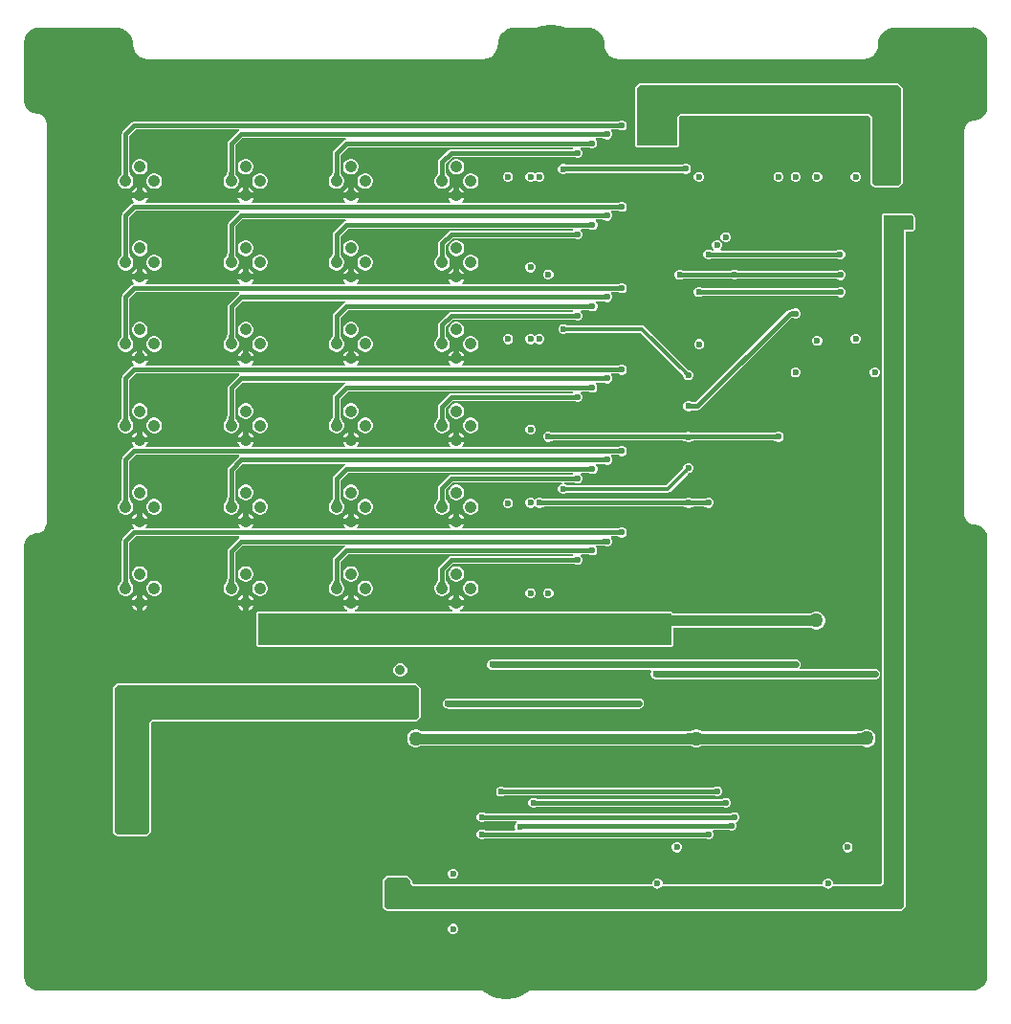
<source format=gbr>
G04*
G04 #@! TF.GenerationSoftware,Altium Limited,Altium Designer,25.8.1 (18)*
G04*
G04 Layer_Physical_Order=1*
G04 Layer_Color=255*
%FSLAX44Y44*%
%MOMM*%
G71*
G04*
G04 #@! TF.SameCoordinates,EA6E8681-586E-412E-AD3A-A28C1D5D0A19*
G04*
G04*
G04 #@! TF.FilePolarity,Positive*
G04*
G01*
G75*
%ADD14C,1.2000*%
%ADD23C,1.2700*%
%ADD24C,0.3810*%
%ADD25C,0.6096*%
%ADD26C,0.3501*%
%ADD27C,0.8890*%
%ADD28C,0.3500*%
%ADD29C,0.3302*%
%ADD30R,2.1673X2.4556*%
%ADD31R,2.2016X1.9106*%
%ADD32R,2.0376X6.5196*%
%ADD33R,2.2860X2.0320*%
%ADD34C,0.6000*%
%ADD35C,1.2000*%
%ADD36C,6.0000*%
%ADD37C,1.0668*%
%ADD38C,0.8890*%
G36*
X841431Y850805D02*
X844628Y849480D01*
X847374Y847374D01*
X849480Y844628D01*
X850805Y841431D01*
X851233Y838180D01*
X851197Y838000D01*
Y781251D01*
X851197Y780099D01*
X851198Y780000D01*
X851079Y778779D01*
X850857Y777091D01*
X849734Y774380D01*
X847948Y772053D01*
X845621Y770267D01*
X842910Y769144D01*
X841222Y768922D01*
X840762Y768877D01*
X839981Y768803D01*
X837722Y768505D01*
X835598Y767626D01*
X833775Y766226D01*
X832375Y764403D01*
X831496Y762279D01*
X831196Y760000D01*
X831196D01*
X831197Y759903D01*
Y420000D01*
X831195D01*
X831495Y417721D01*
X832374Y415597D01*
X833774Y413774D01*
X835597Y412374D01*
X837721Y411495D01*
X840000Y411195D01*
X841222Y411078D01*
X842909Y410856D01*
X845620Y409733D01*
X847947Y407947D01*
X849734Y405620D01*
X850856Y402909D01*
X851222Y400128D01*
X851197Y400000D01*
X851197Y11960D01*
X851233Y11781D01*
X850806Y8539D01*
X849485Y5352D01*
X847385Y2615D01*
X844648Y515D01*
X841461Y-806D01*
X838235Y-1230D01*
X838067Y-1197D01*
X13251Y-1197D01*
X12000Y-1197D01*
X10772Y-1095D01*
X8569Y-805D01*
X5372Y520D01*
X2626Y2626D01*
X520Y5372D01*
X-805Y8569D01*
X-1092Y10753D01*
X-1198Y11979D01*
X-1197Y12000D01*
X-1197Y13226D01*
X-1197Y391176D01*
X-1197Y392430D01*
X-1198Y392445D01*
X-1077Y393665D01*
X-856Y395339D01*
X267Y398050D01*
X2053Y400377D01*
X4380Y402163D01*
X7091Y403286D01*
X8778Y403508D01*
X10000Y403625D01*
X12279Y403925D01*
X14403Y404804D01*
X16226Y406204D01*
X17626Y408027D01*
X18505Y410151D01*
X18805Y412430D01*
X18803D01*
Y766130D01*
X18805D01*
X18505Y768409D01*
X17626Y770533D01*
X16226Y772356D01*
X14403Y773756D01*
X12279Y774635D01*
X10000Y774935D01*
X8778Y775052D01*
X7091Y775274D01*
X4380Y776397D01*
X2053Y778183D01*
X267Y780510D01*
X-856Y783221D01*
X-1222Y786002D01*
X-1197Y786130D01*
Y838000D01*
X-1233Y838180D01*
X-805Y841431D01*
X520Y844628D01*
X2626Y847374D01*
X5372Y849480D01*
X8569Y850805D01*
X10758Y851093D01*
X11985Y851198D01*
X12000Y851197D01*
X13232Y851197D01*
X78730Y851197D01*
X79977Y851197D01*
X80000Y851197D01*
X81228Y851095D01*
X82969Y850924D01*
X85823Y850058D01*
X88454Y848652D01*
X90759Y846759D01*
X92652Y844454D01*
X94058Y841823D01*
X94924Y838969D01*
X95094Y837243D01*
X95160Y836000D01*
X95319Y834794D01*
X95598Y832677D01*
X96880Y829580D01*
X98921Y826921D01*
X101580Y824880D01*
X104677Y823598D01*
X108000Y823160D01*
Y823197D01*
X405300D01*
Y823160D01*
X408623Y823598D01*
X411720Y824880D01*
X414379Y826921D01*
X416420Y829580D01*
X417702Y832677D01*
X417981Y834794D01*
X418140Y836000D01*
X418206Y837243D01*
X418376Y838969D01*
X419242Y841823D01*
X420648Y844454D01*
X422541Y846759D01*
X424846Y848652D01*
X427477Y850058D01*
X430331Y850924D01*
X433103Y851197D01*
X497300D01*
X497365Y851210D01*
X500269Y850924D01*
X503123Y850058D01*
X505754Y848652D01*
X508060Y846759D01*
X509952Y844454D01*
X511358Y841823D01*
X512224Y838969D01*
X512394Y837243D01*
X512460Y836000D01*
X512619Y834794D01*
X512898Y832677D01*
X514180Y829580D01*
X516221Y826921D01*
X518880Y824880D01*
X521977Y823598D01*
X525300Y823160D01*
Y823197D01*
X742000D01*
Y823160D01*
X745323Y823598D01*
X748420Y824880D01*
X751079Y826921D01*
X753120Y829580D01*
X754402Y832677D01*
X754681Y834794D01*
X754840Y836000D01*
X754906Y837243D01*
X755076Y838969D01*
X755942Y841823D01*
X757348Y844454D01*
X759240Y846759D01*
X761546Y848652D01*
X764177Y850058D01*
X767031Y850924D01*
X769935Y851210D01*
X770000Y851197D01*
X838000D01*
X838180Y851233D01*
X841431Y850805D01*
D02*
G37*
%LPC*%
G36*
X528725Y768849D02*
X526935D01*
X525281Y768164D01*
X525070Y767953D01*
X523993Y767879D01*
X523703Y767878D01*
X523568Y767821D01*
X96329D01*
X95001Y767557D01*
X93874Y766804D01*
X86245Y759175D01*
X85493Y758049D01*
X85228Y756720D01*
Y723363D01*
X85172Y723241D01*
X85156Y722793D01*
X85115Y722425D01*
X85048Y722076D01*
X84956Y721744D01*
X84839Y721426D01*
X84695Y721120D01*
X84524Y720822D01*
X84324Y720532D01*
X84093Y720248D01*
X83788Y719926D01*
X83680Y719645D01*
X83231Y719196D01*
X82332Y717638D01*
X81866Y715900D01*
Y714100D01*
X82332Y712362D01*
X83231Y710804D01*
X84504Y709531D01*
X86062Y708632D01*
X87800Y708166D01*
X89600D01*
X91338Y708632D01*
X92896Y709531D01*
X94169Y710804D01*
X95068Y712362D01*
X95534Y714100D01*
Y715900D01*
X95068Y717638D01*
X94169Y719196D01*
X93720Y719645D01*
X93612Y719926D01*
X93307Y720248D01*
X93076Y720532D01*
X92876Y720822D01*
X92705Y721120D01*
X92561Y721426D01*
X92444Y721743D01*
X92352Y722076D01*
X92285Y722425D01*
X92244Y722793D01*
X92228Y723241D01*
X92172Y723363D01*
Y755282D01*
X97767Y760878D01*
X188806D01*
X188958Y760448D01*
X189017Y759607D01*
X188085Y758985D01*
X179585Y750485D01*
X178833Y749359D01*
X178568Y748030D01*
Y723363D01*
X178512Y723241D01*
X178496Y722793D01*
X178455Y722425D01*
X178388Y722076D01*
X178296Y721744D01*
X178179Y721426D01*
X178035Y721120D01*
X177864Y720822D01*
X177664Y720532D01*
X177433Y720248D01*
X177128Y719926D01*
X177020Y719645D01*
X176571Y719196D01*
X175672Y717638D01*
X175206Y715900D01*
Y714100D01*
X175672Y712362D01*
X176571Y710804D01*
X177844Y709531D01*
X179402Y708632D01*
X181140Y708166D01*
X182940D01*
X184678Y708632D01*
X186236Y709531D01*
X187509Y710804D01*
X188408Y712362D01*
X188874Y714100D01*
Y715900D01*
X188408Y717638D01*
X187509Y719196D01*
X187060Y719645D01*
X186952Y719926D01*
X186647Y720248D01*
X186416Y720532D01*
X186216Y720822D01*
X186045Y721120D01*
X185901Y721426D01*
X185784Y721743D01*
X185692Y722076D01*
X185625Y722425D01*
X185584Y722793D01*
X185567Y723241D01*
X185512Y723363D01*
Y746592D01*
X191978Y753058D01*
X283494D01*
X283619Y751788D01*
X282624Y751590D01*
X281498Y750838D01*
X272925Y742265D01*
X272173Y741139D01*
X271908Y739810D01*
Y723363D01*
X271852Y723241D01*
X271836Y722793D01*
X271795Y722425D01*
X271728Y722076D01*
X271636Y721744D01*
X271519Y721426D01*
X271375Y721120D01*
X271204Y720822D01*
X271004Y720532D01*
X270773Y720248D01*
X270468Y719926D01*
X270360Y719645D01*
X269911Y719196D01*
X269012Y717638D01*
X268546Y715900D01*
Y714100D01*
X269012Y712362D01*
X269911Y710804D01*
X271184Y709531D01*
X272742Y708632D01*
X274480Y708166D01*
X276280D01*
X278018Y708632D01*
X279576Y709531D01*
X280849Y710804D01*
X281748Y712362D01*
X282214Y714100D01*
Y715900D01*
X281748Y717638D01*
X280849Y719196D01*
X280400Y719645D01*
X280292Y719926D01*
X279987Y720248D01*
X279755Y720532D01*
X279556Y720822D01*
X279385Y721120D01*
X279241Y721426D01*
X279124Y721743D01*
X279032Y722076D01*
X278965Y722425D01*
X278924Y722793D01*
X278908Y723241D01*
X278852Y723363D01*
Y738372D01*
X285391Y744911D01*
X484383D01*
X484609Y744714D01*
X484942Y743641D01*
X484808Y743549D01*
X484703Y743549D01*
X484568Y743492D01*
X376800D01*
X375471Y743227D01*
X374345Y742475D01*
X366265Y734395D01*
X365513Y733269D01*
X365248Y731940D01*
Y723363D01*
X365192Y723241D01*
X365176Y722793D01*
X365135Y722425D01*
X365068Y722076D01*
X364976Y721744D01*
X364859Y721426D01*
X364715Y721120D01*
X364544Y720822D01*
X364344Y720532D01*
X364113Y720248D01*
X363808Y719926D01*
X363700Y719645D01*
X363251Y719196D01*
X362352Y717638D01*
X361886Y715900D01*
Y714100D01*
X362352Y712362D01*
X363251Y710804D01*
X364524Y709531D01*
X366082Y708632D01*
X367820Y708166D01*
X369620D01*
X371358Y708632D01*
X372916Y709531D01*
X374189Y710804D01*
X375088Y712362D01*
X375554Y714100D01*
Y715900D01*
X375088Y717638D01*
X374189Y719196D01*
X373740Y719645D01*
X373632Y719926D01*
X373327Y720248D01*
X373096Y720532D01*
X372896Y720822D01*
X372725Y721120D01*
X372581Y721426D01*
X372464Y721743D01*
X372372Y722076D01*
X372305Y722425D01*
X372264Y722793D01*
X372248Y723241D01*
X372192Y723363D01*
Y730502D01*
X378238Y736548D01*
X484561D01*
X484693Y736491D01*
X485316Y736484D01*
X485769Y736464D01*
X486050Y736436D01*
X486281Y736205D01*
X487935Y735520D01*
X489725D01*
X491379Y736205D01*
X492645Y737471D01*
X493330Y739125D01*
Y740915D01*
X492645Y742569D01*
X491573Y743641D01*
X491770Y744557D01*
X491962Y744911D01*
X497380D01*
X497513Y744855D01*
X498136Y744847D01*
X498589Y744827D01*
X498870Y744799D01*
X499101Y744568D01*
X500755Y743883D01*
X502545D01*
X504199Y744568D01*
X505465Y745834D01*
X506150Y747488D01*
Y749278D01*
X505465Y750932D01*
X504609Y751788D01*
X505135Y753058D01*
X510560D01*
X510693Y753001D01*
X511316Y752994D01*
X511769Y752974D01*
X512050Y752946D01*
X512281Y752715D01*
X513935Y752030D01*
X515725D01*
X517379Y752715D01*
X518645Y753981D01*
X519330Y755635D01*
Y757425D01*
X518645Y759079D01*
X518116Y759607D01*
X518643Y760878D01*
X523560D01*
X523693Y760821D01*
X524316Y760813D01*
X524769Y760793D01*
X525050Y760765D01*
X525281Y760534D01*
X526935Y759849D01*
X528725D01*
X530379Y760534D01*
X531645Y761800D01*
X532330Y763454D01*
Y765244D01*
X531645Y766898D01*
X530379Y768164D01*
X528725Y768849D01*
D02*
G37*
G36*
X585495Y730486D02*
X583705D01*
X582051Y729801D01*
X581839Y729589D01*
X580764Y729516D01*
X580473Y729515D01*
X580338Y729458D01*
X479986D01*
X479857Y729514D01*
X478732Y729538D01*
X478481Y729557D01*
X478379Y729659D01*
X476725Y730344D01*
X474935D01*
X473281Y729659D01*
X472015Y728393D01*
X471330Y726739D01*
Y724949D01*
X472015Y723295D01*
X473281Y722029D01*
X474935Y721344D01*
X476725D01*
X478379Y722029D01*
X478736Y722386D01*
X479777Y722456D01*
X480068Y722458D01*
X480112Y722476D01*
X480157Y722460D01*
X480267Y722514D01*
X580331D01*
X580463Y722458D01*
X581086Y722450D01*
X581539Y722430D01*
X581820Y722402D01*
X582051Y722171D01*
X583705Y721486D01*
X585495D01*
X587149Y722171D01*
X588415Y723437D01*
X589100Y725091D01*
Y726881D01*
X588415Y728535D01*
X587149Y729801D01*
X585495Y730486D01*
D02*
G37*
G36*
X455555Y723320D02*
X453765D01*
X452111Y722635D01*
X450850Y721374D01*
X449589Y722635D01*
X447935Y723320D01*
X446145D01*
X444491Y722635D01*
X443225Y721369D01*
X442540Y719715D01*
Y717925D01*
X443225Y716271D01*
X444491Y715005D01*
X446145Y714320D01*
X447935D01*
X449589Y715005D01*
X450850Y716266D01*
X452111Y715005D01*
X453765Y714320D01*
X455555D01*
X457209Y715005D01*
X458475Y716271D01*
X459160Y717925D01*
Y719715D01*
X458475Y721369D01*
X457209Y722635D01*
X455555Y723320D01*
D02*
G37*
G36*
X382320Y734534D02*
X380520D01*
X378782Y734068D01*
X377224Y733168D01*
X375951Y731896D01*
X375052Y730338D01*
X374586Y728600D01*
Y726800D01*
X375052Y725062D01*
X375951Y723504D01*
X377224Y722231D01*
X378782Y721332D01*
X380520Y720866D01*
X382320D01*
X384058Y721332D01*
X385616Y722231D01*
X386889Y723504D01*
X387788Y725062D01*
X388254Y726800D01*
Y728600D01*
X387788Y730338D01*
X386889Y731896D01*
X385616Y733168D01*
X384058Y734068D01*
X382320Y734534D01*
D02*
G37*
G36*
X288980D02*
X287180D01*
X285442Y734068D01*
X283884Y733168D01*
X282611Y731896D01*
X281712Y730338D01*
X281246Y728600D01*
Y726800D01*
X281712Y725062D01*
X282611Y723504D01*
X283884Y722231D01*
X285442Y721332D01*
X287180Y720866D01*
X288980D01*
X290718Y721332D01*
X292276Y722231D01*
X293549Y723504D01*
X294448Y725062D01*
X294914Y726800D01*
Y728600D01*
X294448Y730338D01*
X293549Y731896D01*
X292276Y733168D01*
X290718Y734068D01*
X288980Y734534D01*
D02*
G37*
G36*
X195640D02*
X193840D01*
X192102Y734068D01*
X190544Y733168D01*
X189271Y731896D01*
X188372Y730338D01*
X187906Y728600D01*
Y726800D01*
X188372Y725062D01*
X189271Y723504D01*
X190544Y722231D01*
X192102Y721332D01*
X193840Y720866D01*
X195640D01*
X197378Y721332D01*
X198936Y722231D01*
X200209Y723504D01*
X201108Y725062D01*
X201574Y726800D01*
Y728600D01*
X201108Y730338D01*
X200209Y731896D01*
X198936Y733168D01*
X197378Y734068D01*
X195640Y734534D01*
D02*
G37*
G36*
X102300D02*
X100500D01*
X98762Y734068D01*
X97204Y733168D01*
X95931Y731896D01*
X95032Y730338D01*
X94566Y728600D01*
Y726800D01*
X95032Y725062D01*
X95931Y723504D01*
X97204Y722231D01*
X98762Y721332D01*
X100500Y720866D01*
X102300D01*
X104038Y721332D01*
X105596Y722231D01*
X106869Y723504D01*
X107768Y725062D01*
X108234Y726800D01*
Y728600D01*
X107768Y730338D01*
X106869Y731896D01*
X105596Y733168D01*
X104038Y734068D01*
X102300Y734534D01*
D02*
G37*
G36*
X735873Y723320D02*
X734083D01*
X732429Y722635D01*
X731163Y721369D01*
X730478Y719715D01*
Y717925D01*
X731163Y716271D01*
X732429Y715005D01*
X734083Y714320D01*
X735873D01*
X737527Y715005D01*
X738793Y716271D01*
X739478Y717925D01*
Y719715D01*
X738793Y721369D01*
X737527Y722635D01*
X735873Y723320D01*
D02*
G37*
G36*
X701650D02*
X699860D01*
X698206Y722635D01*
X696940Y721369D01*
X696255Y719715D01*
Y717925D01*
X696940Y716271D01*
X698206Y715005D01*
X699860Y714320D01*
X701650D01*
X703304Y715005D01*
X704570Y716271D01*
X705255Y717925D01*
Y719715D01*
X704570Y721369D01*
X703304Y722635D01*
X701650Y723320D01*
D02*
G37*
G36*
X682650D02*
X680860D01*
X679206Y722635D01*
X677940Y721369D01*
X677255Y719715D01*
Y717925D01*
X677940Y716271D01*
X679206Y715005D01*
X680860Y714320D01*
X682650D01*
X684304Y715005D01*
X685570Y716271D01*
X686255Y717925D01*
Y719715D01*
X685570Y721369D01*
X684304Y722635D01*
X682650Y723320D01*
D02*
G37*
G36*
X667426D02*
X665636D01*
X663982Y722635D01*
X662716Y721369D01*
X662031Y719715D01*
Y717925D01*
X662716Y716271D01*
X663982Y715005D01*
X665636Y714320D01*
X667426D01*
X669080Y715005D01*
X670346Y716271D01*
X671031Y717925D01*
Y719715D01*
X670346Y721369D01*
X669080Y722635D01*
X667426Y723320D01*
D02*
G37*
G36*
X597045D02*
X595255D01*
X593601Y722635D01*
X592335Y721369D01*
X591650Y719715D01*
Y717925D01*
X592335Y716271D01*
X593601Y715005D01*
X595255Y714320D01*
X597045D01*
X598699Y715005D01*
X599965Y716271D01*
X600650Y717925D01*
Y719715D01*
X599965Y721369D01*
X598699Y722635D01*
X597045Y723320D01*
D02*
G37*
G36*
X427945D02*
X426155D01*
X424501Y722635D01*
X423235Y721369D01*
X422550Y719715D01*
Y717925D01*
X423235Y716271D01*
X424501Y715005D01*
X426155Y714320D01*
X427945D01*
X429599Y715005D01*
X430865Y716271D01*
X431550Y717925D01*
Y719715D01*
X430865Y721369D01*
X429599Y722635D01*
X427945Y723320D01*
D02*
G37*
G36*
X772160Y801724D02*
X543560D01*
X542412Y801248D01*
X539872Y798708D01*
X539396Y797560D01*
Y746760D01*
X539872Y745612D01*
X541020Y745136D01*
X576580D01*
X577728Y745612D01*
X578204Y746760D01*
Y771488D01*
X579793Y773076D01*
X746087D01*
X747676Y771488D01*
Y713740D01*
X748152Y712592D01*
X750692Y710052D01*
X751840Y709576D01*
X772160D01*
X773308Y710052D01*
X775848Y712592D01*
X776324Y713740D01*
X776324Y797560D01*
X775848Y798708D01*
X773308Y801248D01*
X772160Y801724D01*
D02*
G37*
G36*
X395020Y721834D02*
X393220D01*
X391482Y721368D01*
X389924Y720469D01*
X388651Y719196D01*
X387752Y717638D01*
X387286Y715900D01*
Y714100D01*
X387752Y712362D01*
X388651Y710804D01*
X389924Y709531D01*
X391482Y708632D01*
X393220Y708166D01*
X395020D01*
X396758Y708632D01*
X398316Y709531D01*
X399589Y710804D01*
X400488Y712362D01*
X400954Y714100D01*
Y715900D01*
X400488Y717638D01*
X399589Y719196D01*
X398316Y720469D01*
X396758Y721368D01*
X395020Y721834D01*
D02*
G37*
G36*
X301680D02*
X299880D01*
X298142Y721368D01*
X296584Y720469D01*
X295311Y719196D01*
X294412Y717638D01*
X293946Y715900D01*
Y714100D01*
X294412Y712362D01*
X295311Y710804D01*
X296584Y709531D01*
X298142Y708632D01*
X299880Y708166D01*
X301680D01*
X303418Y708632D01*
X304976Y709531D01*
X306249Y710804D01*
X307148Y712362D01*
X307614Y714100D01*
Y715900D01*
X307148Y717638D01*
X306249Y719196D01*
X304976Y720469D01*
X303418Y721368D01*
X301680Y721834D01*
D02*
G37*
G36*
X208340D02*
X206540D01*
X204802Y721368D01*
X203244Y720469D01*
X201971Y719196D01*
X201072Y717638D01*
X200606Y715900D01*
Y714100D01*
X201072Y712362D01*
X201971Y710804D01*
X203244Y709531D01*
X204802Y708632D01*
X206540Y708166D01*
X208340D01*
X210078Y708632D01*
X211636Y709531D01*
X212909Y710804D01*
X213808Y712362D01*
X214274Y714100D01*
Y715900D01*
X213808Y717638D01*
X212909Y719196D01*
X211636Y720469D01*
X210078Y721368D01*
X208340Y721834D01*
D02*
G37*
G36*
X115000D02*
X113200D01*
X111462Y721368D01*
X109904Y720469D01*
X108631Y719196D01*
X107732Y717638D01*
X107266Y715900D01*
Y714100D01*
X107732Y712362D01*
X108631Y710804D01*
X109904Y709531D01*
X111462Y708632D01*
X113200Y708166D01*
X115000D01*
X116738Y708632D01*
X118296Y709531D01*
X119569Y710804D01*
X120468Y712362D01*
X120934Y714100D01*
Y715900D01*
X120468Y717638D01*
X119569Y719196D01*
X118296Y720469D01*
X116738Y721368D01*
X115000Y721834D01*
D02*
G37*
G36*
X383920Y709223D02*
Y704800D01*
X388343D01*
X388254Y705131D01*
X387289Y706803D01*
X385923Y708169D01*
X384251Y709134D01*
X383920Y709223D01*
D02*
G37*
G36*
X378920D02*
X378589Y709134D01*
X376917Y708169D01*
X375551Y706803D01*
X374586Y705131D01*
X374497Y704800D01*
X378920D01*
Y709223D01*
D02*
G37*
G36*
X290580D02*
Y704800D01*
X295003D01*
X294914Y705131D01*
X293949Y706803D01*
X292583Y708169D01*
X290911Y709134D01*
X290580Y709223D01*
D02*
G37*
G36*
X285580D02*
X285249Y709134D01*
X283577Y708169D01*
X282211Y706803D01*
X281246Y705131D01*
X281157Y704800D01*
X285580D01*
Y709223D01*
D02*
G37*
G36*
X197240D02*
Y704800D01*
X201663D01*
X201574Y705131D01*
X200609Y706803D01*
X199243Y708169D01*
X197571Y709134D01*
X197240Y709223D01*
D02*
G37*
G36*
X192240D02*
X191909Y709134D01*
X190237Y708169D01*
X188871Y706803D01*
X187906Y705131D01*
X187817Y704800D01*
X192240D01*
Y709223D01*
D02*
G37*
G36*
X103900D02*
Y704800D01*
X108323D01*
X108234Y705131D01*
X107269Y706803D01*
X105903Y708169D01*
X104231Y709134D01*
X103900Y709223D01*
D02*
G37*
G36*
X98900D02*
X98569Y709134D01*
X96897Y708169D01*
X95531Y706803D01*
X94566Y705131D01*
X94477Y704800D01*
X98900D01*
Y709223D01*
D02*
G37*
G36*
X388343Y699800D02*
X374497D01*
X374586Y699469D01*
X375551Y697797D01*
X376257Y697091D01*
X375731Y695821D01*
X293769D01*
X293243Y697091D01*
X293949Y697797D01*
X294914Y699469D01*
X295003Y699800D01*
X281157D01*
X281246Y699469D01*
X282211Y697797D01*
X282917Y697091D01*
X282391Y695821D01*
X200429D01*
X199903Y697091D01*
X200609Y697797D01*
X201574Y699469D01*
X201663Y699800D01*
X187817D01*
X187906Y699469D01*
X188871Y697797D01*
X189577Y697091D01*
X189051Y695821D01*
X107089D01*
X106563Y697091D01*
X107269Y697797D01*
X108234Y699469D01*
X108323Y699800D01*
X94477D01*
X94566Y699469D01*
X95531Y697797D01*
X96264Y697064D01*
X96271Y696929D01*
X95814Y695718D01*
X95001Y695557D01*
X93874Y694804D01*
X86245Y687175D01*
X85493Y686049D01*
X85228Y684720D01*
Y651363D01*
X85172Y651241D01*
X85156Y650793D01*
X85115Y650425D01*
X85048Y650076D01*
X84956Y649744D01*
X84839Y649426D01*
X84695Y649120D01*
X84524Y648822D01*
X84324Y648532D01*
X84093Y648248D01*
X83788Y647926D01*
X83680Y647645D01*
X83231Y647196D01*
X82332Y645638D01*
X81866Y643900D01*
Y642100D01*
X82332Y640362D01*
X83231Y638804D01*
X84504Y637531D01*
X86062Y636632D01*
X87800Y636166D01*
X89600D01*
X91338Y636632D01*
X92896Y637531D01*
X94169Y638804D01*
X95068Y640362D01*
X95534Y642100D01*
Y643900D01*
X95068Y645638D01*
X94169Y647196D01*
X93720Y647645D01*
X93612Y647926D01*
X93307Y648248D01*
X93076Y648532D01*
X92876Y648822D01*
X92705Y649120D01*
X92561Y649426D01*
X92444Y649743D01*
X92352Y650076D01*
X92285Y650425D01*
X92244Y650793D01*
X92228Y651241D01*
X92172Y651363D01*
Y683282D01*
X97767Y688877D01*
X188806D01*
X188958Y688448D01*
X189017Y687607D01*
X188085Y686985D01*
X179585Y678485D01*
X178833Y677359D01*
X178568Y676030D01*
Y651363D01*
X178512Y651241D01*
X178496Y650793D01*
X178455Y650425D01*
X178388Y650076D01*
X178296Y649744D01*
X178179Y649426D01*
X178035Y649120D01*
X177864Y648822D01*
X177664Y648532D01*
X177433Y648248D01*
X177128Y647926D01*
X177020Y647645D01*
X176571Y647196D01*
X175672Y645638D01*
X175206Y643900D01*
Y642100D01*
X175672Y640362D01*
X176571Y638804D01*
X177844Y637531D01*
X179402Y636632D01*
X181140Y636166D01*
X182940D01*
X184678Y636632D01*
X186236Y637531D01*
X187509Y638804D01*
X188408Y640362D01*
X188874Y642100D01*
Y643900D01*
X188408Y645638D01*
X187509Y647196D01*
X187060Y647645D01*
X186952Y647926D01*
X186647Y648248D01*
X186416Y648532D01*
X186216Y648822D01*
X186045Y649120D01*
X185901Y649426D01*
X185784Y649743D01*
X185692Y650076D01*
X185625Y650425D01*
X185584Y650793D01*
X185567Y651241D01*
X185512Y651363D01*
Y674592D01*
X191978Y681058D01*
X283494D01*
X283619Y679788D01*
X282624Y679591D01*
X281498Y678838D01*
X272925Y670265D01*
X272173Y669139D01*
X271908Y667810D01*
Y651363D01*
X271852Y651241D01*
X271836Y650793D01*
X271795Y650425D01*
X271728Y650076D01*
X271636Y649744D01*
X271519Y649426D01*
X271375Y649120D01*
X271204Y648822D01*
X271004Y648532D01*
X270773Y648248D01*
X270468Y647926D01*
X270360Y647645D01*
X269911Y647196D01*
X269012Y645638D01*
X268546Y643900D01*
Y642100D01*
X269012Y640362D01*
X269911Y638804D01*
X271184Y637531D01*
X272742Y636632D01*
X274480Y636166D01*
X276280D01*
X278018Y636632D01*
X279576Y637531D01*
X280849Y638804D01*
X281748Y640362D01*
X282214Y642100D01*
Y643900D01*
X281748Y645638D01*
X280849Y647196D01*
X280400Y647645D01*
X280292Y647926D01*
X279987Y648248D01*
X279755Y648532D01*
X279556Y648822D01*
X279385Y649120D01*
X279241Y649426D01*
X279124Y649743D01*
X279032Y650076D01*
X278965Y650425D01*
X278924Y650793D01*
X278908Y651241D01*
X278852Y651363D01*
Y666372D01*
X285391Y672911D01*
X484383D01*
X484609Y672714D01*
X484942Y671641D01*
X484808Y671549D01*
X484703Y671549D01*
X484568Y671492D01*
X376800D01*
X375471Y671227D01*
X374345Y670475D01*
X366265Y662395D01*
X365513Y661269D01*
X365248Y659940D01*
Y651363D01*
X365192Y651241D01*
X365176Y650793D01*
X365135Y650425D01*
X365068Y650076D01*
X364976Y649744D01*
X364859Y649426D01*
X364715Y649120D01*
X364544Y648822D01*
X364344Y648532D01*
X364113Y648248D01*
X363808Y647926D01*
X363700Y647645D01*
X363251Y647196D01*
X362352Y645638D01*
X361886Y643900D01*
Y642100D01*
X362352Y640362D01*
X363251Y638804D01*
X364524Y637531D01*
X366082Y636632D01*
X367820Y636166D01*
X369620D01*
X371358Y636632D01*
X372916Y637531D01*
X374189Y638804D01*
X375088Y640362D01*
X375554Y642100D01*
Y643900D01*
X375088Y645638D01*
X374189Y647196D01*
X373740Y647645D01*
X373632Y647926D01*
X373327Y648248D01*
X373096Y648532D01*
X372896Y648822D01*
X372725Y649120D01*
X372581Y649426D01*
X372464Y649743D01*
X372372Y650076D01*
X372305Y650425D01*
X372264Y650793D01*
X372248Y651241D01*
X372192Y651363D01*
Y658502D01*
X378238Y664548D01*
X484561D01*
X484693Y664492D01*
X485316Y664484D01*
X485769Y664464D01*
X486050Y664436D01*
X486281Y664205D01*
X487935Y663520D01*
X489725D01*
X491379Y664205D01*
X492645Y665471D01*
X493330Y667125D01*
Y668915D01*
X492645Y670569D01*
X491573Y671641D01*
X491770Y672557D01*
X491962Y672911D01*
X497514D01*
X497646Y672855D01*
X498269Y672847D01*
X498722Y672827D01*
X499003Y672799D01*
X499234Y672568D01*
X500888Y671883D01*
X502678D01*
X504332Y672568D01*
X505598Y673834D01*
X506283Y675488D01*
Y677278D01*
X505598Y678932D01*
X504742Y679788D01*
X505268Y681058D01*
X510560D01*
X510693Y681002D01*
X511316Y680994D01*
X511769Y680974D01*
X512050Y680946D01*
X512281Y680715D01*
X513935Y680030D01*
X515725D01*
X517379Y680715D01*
X518645Y681981D01*
X519330Y683635D01*
Y685425D01*
X518645Y687079D01*
X518116Y687607D01*
X518643Y688877D01*
X523560D01*
X523693Y688821D01*
X524316Y688813D01*
X524769Y688793D01*
X525050Y688765D01*
X525281Y688534D01*
X526935Y687849D01*
X528725D01*
X530379Y688534D01*
X531645Y689800D01*
X532330Y691454D01*
Y693244D01*
X531645Y694898D01*
X530379Y696164D01*
X528725Y696849D01*
X526935D01*
X525281Y696164D01*
X525070Y695953D01*
X523993Y695879D01*
X523703Y695878D01*
X523568Y695821D01*
X387109D01*
X386583Y697091D01*
X387289Y697797D01*
X388254Y699469D01*
X388343Y699800D01*
D02*
G37*
G36*
X620655Y669980D02*
X618865D01*
X617211Y669295D01*
X615945Y668029D01*
X615260Y666375D01*
Y664585D01*
X615945Y662931D01*
X617211Y661665D01*
X618865Y660980D01*
X620655D01*
X622309Y661665D01*
X623575Y662931D01*
X624260Y664585D01*
Y666375D01*
X623575Y668029D01*
X622309Y669295D01*
X620655Y669980D01*
D02*
G37*
G36*
X613035Y662732D02*
X611245D01*
X609591Y662047D01*
X608325Y660781D01*
X607640Y659127D01*
Y657337D01*
X608325Y655683D01*
X609061Y654947D01*
X608993Y654588D01*
X608894Y654313D01*
X608571Y653868D01*
X607292Y653832D01*
X607069Y654055D01*
X605415Y654740D01*
X603625D01*
X601971Y654055D01*
X600705Y652789D01*
X600020Y651135D01*
Y649345D01*
X600705Y647691D01*
X601971Y646425D01*
X603625Y645740D01*
X605415D01*
X607069Y646425D01*
X607250Y646606D01*
X608324Y646675D01*
X608618Y646677D01*
X608753Y646734D01*
X716914D01*
X717046Y646677D01*
X717048Y646678D01*
X717049Y646677D01*
X717672Y646669D01*
X718120Y646648D01*
X718404Y646619D01*
X718666Y646356D01*
X720320Y645671D01*
X722111D01*
X723764Y646356D01*
X725030Y647622D01*
X725715Y649276D01*
Y651066D01*
X725030Y652720D01*
X723764Y653986D01*
X722111Y654671D01*
X720320D01*
X718666Y653986D01*
X718486Y653805D01*
X717411Y653736D01*
X717118Y653734D01*
X716983Y653677D01*
X615745D01*
X615219Y654947D01*
X615955Y655683D01*
X616640Y657337D01*
Y659127D01*
X615955Y660781D01*
X614689Y662047D01*
X613035Y662732D01*
D02*
G37*
G36*
X382320Y662534D02*
X380520D01*
X378782Y662068D01*
X377224Y661169D01*
X375951Y659896D01*
X375052Y658338D01*
X374586Y656600D01*
Y654800D01*
X375052Y653062D01*
X375951Y651504D01*
X377224Y650231D01*
X378782Y649332D01*
X380520Y648866D01*
X382320D01*
X384058Y649332D01*
X385616Y650231D01*
X386889Y651504D01*
X387788Y653062D01*
X388254Y654800D01*
Y656600D01*
X387788Y658338D01*
X386889Y659896D01*
X385616Y661169D01*
X384058Y662068D01*
X382320Y662534D01*
D02*
G37*
G36*
X288980D02*
X287180D01*
X285442Y662068D01*
X283884Y661169D01*
X282611Y659896D01*
X281712Y658338D01*
X281246Y656600D01*
Y654800D01*
X281712Y653062D01*
X282611Y651504D01*
X283884Y650231D01*
X285442Y649332D01*
X287180Y648866D01*
X288980D01*
X290718Y649332D01*
X292276Y650231D01*
X293549Y651504D01*
X294448Y653062D01*
X294914Y654800D01*
Y656600D01*
X294448Y658338D01*
X293549Y659896D01*
X292276Y661169D01*
X290718Y662068D01*
X288980Y662534D01*
D02*
G37*
G36*
X195640D02*
X193840D01*
X192102Y662068D01*
X190544Y661169D01*
X189271Y659896D01*
X188372Y658338D01*
X187906Y656600D01*
Y654800D01*
X188372Y653062D01*
X189271Y651504D01*
X190544Y650231D01*
X192102Y649332D01*
X193840Y648866D01*
X195640D01*
X197378Y649332D01*
X198936Y650231D01*
X200209Y651504D01*
X201108Y653062D01*
X201574Y654800D01*
Y656600D01*
X201108Y658338D01*
X200209Y659896D01*
X198936Y661169D01*
X197378Y662068D01*
X195640Y662534D01*
D02*
G37*
G36*
X102300D02*
X100500D01*
X98762Y662068D01*
X97204Y661169D01*
X95931Y659896D01*
X95032Y658338D01*
X94566Y656600D01*
Y654800D01*
X95032Y653062D01*
X95931Y651504D01*
X97204Y650231D01*
X98762Y649332D01*
X100500Y648866D01*
X102300D01*
X104038Y649332D01*
X105596Y650231D01*
X106869Y651504D01*
X107768Y653062D01*
X108234Y654800D01*
Y656600D01*
X107768Y658338D01*
X106869Y659896D01*
X105596Y661169D01*
X104038Y662068D01*
X102300Y662534D01*
D02*
G37*
G36*
X395020Y649834D02*
X393220D01*
X391482Y649368D01*
X389924Y648468D01*
X388651Y647196D01*
X387752Y645638D01*
X387286Y643900D01*
Y642100D01*
X387752Y640362D01*
X388651Y638804D01*
X389924Y637531D01*
X391482Y636632D01*
X393220Y636166D01*
X395020D01*
X396758Y636632D01*
X398316Y637531D01*
X399589Y638804D01*
X400488Y640362D01*
X400954Y642100D01*
Y643900D01*
X400488Y645638D01*
X399589Y647196D01*
X398316Y648468D01*
X396758Y649368D01*
X395020Y649834D01*
D02*
G37*
G36*
X301680D02*
X299880D01*
X298142Y649368D01*
X296584Y648468D01*
X295311Y647196D01*
X294412Y645638D01*
X293946Y643900D01*
Y642100D01*
X294412Y640362D01*
X295311Y638804D01*
X296584Y637531D01*
X298142Y636632D01*
X299880Y636166D01*
X301680D01*
X303418Y636632D01*
X304976Y637531D01*
X306249Y638804D01*
X307148Y640362D01*
X307614Y642100D01*
Y643900D01*
X307148Y645638D01*
X306249Y647196D01*
X304976Y648468D01*
X303418Y649368D01*
X301680Y649834D01*
D02*
G37*
G36*
X208340D02*
X206540D01*
X204802Y649368D01*
X203244Y648468D01*
X201971Y647196D01*
X201072Y645638D01*
X200606Y643900D01*
Y642100D01*
X201072Y640362D01*
X201971Y638804D01*
X203244Y637531D01*
X204802Y636632D01*
X206540Y636166D01*
X208340D01*
X210078Y636632D01*
X211636Y637531D01*
X212909Y638804D01*
X213808Y640362D01*
X214274Y642100D01*
Y643900D01*
X213808Y645638D01*
X212909Y647196D01*
X211636Y648468D01*
X210078Y649368D01*
X208340Y649834D01*
D02*
G37*
G36*
X115000D02*
X113200D01*
X111462Y649368D01*
X109904Y648468D01*
X108631Y647196D01*
X107732Y645638D01*
X107266Y643900D01*
Y642100D01*
X107732Y640362D01*
X108631Y638804D01*
X109904Y637531D01*
X111462Y636632D01*
X113200Y636166D01*
X115000D01*
X116738Y636632D01*
X118296Y637531D01*
X119569Y638804D01*
X120468Y640362D01*
X120934Y642100D01*
Y643900D01*
X120468Y645638D01*
X119569Y647196D01*
X118296Y648468D01*
X116738Y649368D01*
X115000Y649834D01*
D02*
G37*
G36*
X628275Y636960D02*
X626485D01*
X624831Y636275D01*
X624368Y635812D01*
X623349Y635737D01*
X623063Y635735D01*
X622981Y635700D01*
X622896Y635725D01*
X622811Y635678D01*
X583354D01*
X583222Y635734D01*
X582599Y635742D01*
X582146Y635762D01*
X581865Y635790D01*
X581634Y636021D01*
X579980Y636706D01*
X578190D01*
X576536Y636021D01*
X575270Y634755D01*
X574585Y633101D01*
Y631311D01*
X575270Y629657D01*
X576536Y628391D01*
X578190Y627706D01*
X579980D01*
X581634Y628391D01*
X581845Y628603D01*
X582921Y628676D01*
X583212Y628677D01*
X583347Y628734D01*
X623351D01*
X623485Y628677D01*
X624115Y628673D01*
X624778Y628651D01*
X624829Y628647D01*
X624831Y628645D01*
X626485Y627960D01*
X628275D01*
X629929Y628645D01*
X630000Y628716D01*
X631085Y628786D01*
X631378Y628787D01*
X631513Y628844D01*
X716920D01*
X717029Y628790D01*
X717062Y628801D01*
X717094Y628787D01*
X717973Y628767D01*
X718339Y628737D01*
X718428Y628725D01*
X718445Y628722D01*
X718811Y628356D01*
X720465Y627671D01*
X722255D01*
X723909Y628356D01*
X725175Y629622D01*
X725860Y631276D01*
Y633066D01*
X725175Y634720D01*
X723909Y635986D01*
X722255Y636671D01*
X720465D01*
X718811Y635986D01*
X718740Y635915D01*
X717655Y635845D01*
X717362Y635844D01*
X717226Y635787D01*
X631820D01*
X631711Y635841D01*
X631678Y635830D01*
X631646Y635844D01*
X630767Y635863D01*
X630401Y635893D01*
X630312Y635906D01*
X630295Y635909D01*
X629929Y636275D01*
X628275Y636960D01*
D02*
G37*
G36*
X447945Y643310D02*
X446155D01*
X444501Y642625D01*
X443235Y641359D01*
X442550Y639705D01*
Y637915D01*
X443235Y636261D01*
X444501Y634995D01*
X446155Y634310D01*
X447945D01*
X449599Y634995D01*
X450865Y636261D01*
X451550Y637915D01*
Y639705D01*
X450865Y641359D01*
X449599Y642625D01*
X447945Y643310D01*
D02*
G37*
G36*
X383920Y637223D02*
Y632800D01*
X388343D01*
X388254Y633131D01*
X387289Y634803D01*
X385923Y636169D01*
X384251Y637134D01*
X383920Y637223D01*
D02*
G37*
G36*
X378920D02*
X378589Y637134D01*
X376917Y636169D01*
X375551Y634803D01*
X374586Y633131D01*
X374497Y632800D01*
X378920D01*
Y637223D01*
D02*
G37*
G36*
X290580D02*
Y632800D01*
X295003D01*
X294914Y633131D01*
X293949Y634803D01*
X292583Y636169D01*
X290911Y637134D01*
X290580Y637223D01*
D02*
G37*
G36*
X285580D02*
X285249Y637134D01*
X283577Y636169D01*
X282211Y634803D01*
X281246Y633131D01*
X281157Y632800D01*
X285580D01*
Y637223D01*
D02*
G37*
G36*
X197240D02*
Y632800D01*
X201663D01*
X201574Y633131D01*
X200609Y634803D01*
X199243Y636169D01*
X197571Y637134D01*
X197240Y637223D01*
D02*
G37*
G36*
X192240D02*
X191909Y637134D01*
X190237Y636169D01*
X188871Y634803D01*
X187906Y633131D01*
X187817Y632800D01*
X192240D01*
Y637223D01*
D02*
G37*
G36*
X103900D02*
Y632800D01*
X108323D01*
X108234Y633131D01*
X107269Y634803D01*
X105903Y636169D01*
X104231Y637134D01*
X103900Y637223D01*
D02*
G37*
G36*
X98900D02*
X98569Y637134D01*
X96897Y636169D01*
X95531Y634803D01*
X94566Y633131D01*
X94477Y632800D01*
X98900D01*
Y637223D01*
D02*
G37*
G36*
X463725Y636960D02*
X461935D01*
X460281Y636275D01*
X459015Y635009D01*
X458330Y633355D01*
Y631565D01*
X459015Y629911D01*
X460281Y628645D01*
X461935Y627960D01*
X463725D01*
X465379Y628645D01*
X466645Y629911D01*
X467330Y631565D01*
Y633355D01*
X466645Y635009D01*
X465379Y636275D01*
X463725Y636960D01*
D02*
G37*
G36*
X388343Y627800D02*
X374497D01*
X374586Y627469D01*
X375551Y625797D01*
X376257Y625091D01*
X375731Y623821D01*
X293769D01*
X293243Y625091D01*
X293949Y625797D01*
X294914Y627469D01*
X295003Y627800D01*
X281157D01*
X281246Y627469D01*
X282211Y625797D01*
X282917Y625091D01*
X282391Y623821D01*
X200429D01*
X199903Y625091D01*
X200609Y625797D01*
X201574Y627469D01*
X201663Y627800D01*
X187817D01*
X187906Y627469D01*
X188871Y625797D01*
X189577Y625091D01*
X189051Y623821D01*
X107089D01*
X106563Y625091D01*
X107269Y625797D01*
X108234Y627469D01*
X108323Y627800D01*
X94477D01*
X94566Y627469D01*
X95531Y625797D01*
X96264Y625064D01*
X96271Y624929D01*
X95814Y623718D01*
X95001Y623557D01*
X93874Y622804D01*
X86245Y615175D01*
X85493Y614049D01*
X85228Y612720D01*
Y579363D01*
X85172Y579241D01*
X85156Y578793D01*
X85115Y578425D01*
X85048Y578076D01*
X84956Y577744D01*
X84839Y577426D01*
X84695Y577120D01*
X84524Y576822D01*
X84324Y576532D01*
X84093Y576248D01*
X83788Y575926D01*
X83680Y575645D01*
X83231Y575196D01*
X82332Y573638D01*
X81866Y571900D01*
Y570100D01*
X82332Y568362D01*
X83231Y566804D01*
X84504Y565531D01*
X86062Y564632D01*
X87800Y564166D01*
X89600D01*
X91338Y564632D01*
X92896Y565531D01*
X94169Y566804D01*
X95068Y568362D01*
X95534Y570100D01*
Y571900D01*
X95068Y573638D01*
X94169Y575196D01*
X93720Y575645D01*
X93612Y575926D01*
X93307Y576248D01*
X93076Y576532D01*
X92876Y576822D01*
X92705Y577120D01*
X92561Y577426D01*
X92444Y577743D01*
X92352Y578076D01*
X92285Y578425D01*
X92244Y578793D01*
X92228Y579241D01*
X92172Y579363D01*
Y611282D01*
X97767Y616878D01*
X188806D01*
X188958Y616448D01*
X189017Y615607D01*
X188085Y614985D01*
X179585Y606485D01*
X178833Y605359D01*
X178568Y604030D01*
Y579363D01*
X178512Y579241D01*
X178496Y578793D01*
X178455Y578425D01*
X178388Y578076D01*
X178296Y577744D01*
X178179Y577426D01*
X178035Y577120D01*
X177864Y576822D01*
X177664Y576532D01*
X177433Y576248D01*
X177128Y575926D01*
X177020Y575645D01*
X176571Y575196D01*
X175672Y573638D01*
X175206Y571900D01*
Y570100D01*
X175672Y568362D01*
X176571Y566804D01*
X177844Y565531D01*
X179402Y564632D01*
X181140Y564166D01*
X182940D01*
X184678Y564632D01*
X186236Y565531D01*
X187509Y566804D01*
X188408Y568362D01*
X188874Y570100D01*
Y571900D01*
X188408Y573638D01*
X187509Y575196D01*
X187060Y575645D01*
X186952Y575926D01*
X186647Y576248D01*
X186416Y576532D01*
X186216Y576822D01*
X186045Y577120D01*
X185901Y577426D01*
X185784Y577743D01*
X185692Y578076D01*
X185625Y578425D01*
X185584Y578793D01*
X185567Y579241D01*
X185512Y579363D01*
Y602592D01*
X191978Y609058D01*
X283494D01*
X283619Y607788D01*
X282624Y607590D01*
X281498Y606838D01*
X272925Y598265D01*
X272173Y597139D01*
X271908Y595810D01*
Y579363D01*
X271852Y579241D01*
X271836Y578793D01*
X271795Y578425D01*
X271728Y578076D01*
X271636Y577744D01*
X271519Y577426D01*
X271375Y577120D01*
X271204Y576822D01*
X271004Y576532D01*
X270773Y576248D01*
X270468Y575926D01*
X270360Y575645D01*
X269911Y575196D01*
X269012Y573638D01*
X268546Y571900D01*
Y570100D01*
X269012Y568362D01*
X269911Y566804D01*
X271184Y565531D01*
X272742Y564632D01*
X274480Y564166D01*
X276280D01*
X278018Y564632D01*
X279576Y565531D01*
X280849Y566804D01*
X281748Y568362D01*
X282214Y570100D01*
Y571900D01*
X281748Y573638D01*
X280849Y575196D01*
X280400Y575645D01*
X280292Y575926D01*
X279987Y576248D01*
X279755Y576532D01*
X279556Y576822D01*
X279385Y577120D01*
X279241Y577426D01*
X279124Y577743D01*
X279032Y578076D01*
X278965Y578425D01*
X278924Y578793D01*
X278908Y579241D01*
X278852Y579363D01*
Y594372D01*
X285391Y600911D01*
X484383D01*
X484609Y600714D01*
X484942Y599641D01*
X484808Y599549D01*
X484703Y599549D01*
X484568Y599492D01*
X376800D01*
X375471Y599227D01*
X374345Y598475D01*
X366265Y590395D01*
X365513Y589269D01*
X365248Y587940D01*
Y579363D01*
X365192Y579241D01*
X365176Y578793D01*
X365135Y578425D01*
X365068Y578076D01*
X364976Y577744D01*
X364859Y577426D01*
X364715Y577120D01*
X364544Y576822D01*
X364344Y576532D01*
X364113Y576248D01*
X363808Y575926D01*
X363700Y575645D01*
X363251Y575196D01*
X362352Y573638D01*
X361886Y571900D01*
Y570100D01*
X362352Y568362D01*
X363251Y566804D01*
X364524Y565531D01*
X366082Y564632D01*
X367820Y564166D01*
X369620D01*
X371358Y564632D01*
X372916Y565531D01*
X374189Y566804D01*
X375088Y568362D01*
X375554Y570100D01*
Y571900D01*
X375088Y573638D01*
X374189Y575196D01*
X373740Y575645D01*
X373632Y575926D01*
X373327Y576248D01*
X373096Y576532D01*
X372896Y576822D01*
X372725Y577120D01*
X372581Y577426D01*
X372464Y577743D01*
X372372Y578076D01*
X372305Y578425D01*
X372264Y578793D01*
X372248Y579241D01*
X372192Y579363D01*
Y586502D01*
X378238Y592548D01*
X484561D01*
X484693Y592492D01*
X485316Y592484D01*
X485769Y592464D01*
X486050Y592436D01*
X486281Y592205D01*
X487935Y591520D01*
X489725D01*
X491379Y592205D01*
X492645Y593471D01*
X493330Y595125D01*
Y596915D01*
X492645Y598569D01*
X491573Y599641D01*
X491770Y600557D01*
X491962Y600911D01*
X497514D01*
X497646Y600855D01*
X498269Y600847D01*
X498722Y600827D01*
X499003Y600799D01*
X499234Y600568D01*
X500888Y599883D01*
X502678D01*
X504332Y600568D01*
X505598Y601834D01*
X506283Y603488D01*
Y605278D01*
X505598Y606932D01*
X504742Y607788D01*
X505268Y609058D01*
X510560D01*
X510693Y609002D01*
X511316Y608994D01*
X511769Y608974D01*
X512050Y608946D01*
X512281Y608715D01*
X513935Y608030D01*
X515725D01*
X517379Y608715D01*
X518645Y609981D01*
X519330Y611635D01*
Y613425D01*
X518645Y615079D01*
X518116Y615607D01*
X518643Y616878D01*
X523560D01*
X523693Y616821D01*
X524316Y616813D01*
X524769Y616793D01*
X525050Y616765D01*
X525281Y616534D01*
X526935Y615849D01*
X528725D01*
X530379Y616534D01*
X531645Y617800D01*
X532330Y619454D01*
Y621244D01*
X531645Y622898D01*
X530379Y624164D01*
X528725Y624849D01*
X526935D01*
X525281Y624164D01*
X525070Y623953D01*
X523993Y623879D01*
X523703Y623878D01*
X523568Y623821D01*
X387109D01*
X386583Y625091D01*
X387289Y625797D01*
X388254Y627469D01*
X388343Y627800D01*
D02*
G37*
G36*
X597045Y621466D02*
X595255D01*
X593601Y620781D01*
X592335Y619515D01*
X591650Y617861D01*
Y616071D01*
X592335Y614417D01*
X593601Y613151D01*
X595255Y612466D01*
X597045D01*
X598699Y613151D01*
X598910Y613363D01*
X599986Y613436D01*
X600277Y613437D01*
X600412Y613494D01*
X717368D01*
X717500Y613438D01*
X718122Y613430D01*
X718574Y613409D01*
X718856Y613381D01*
X719104Y613133D01*
X720758Y612448D01*
X722548D01*
X724202Y613133D01*
X725468Y614399D01*
X726153Y616053D01*
Y617843D01*
X725468Y619497D01*
X724202Y620762D01*
X722548Y621448D01*
X720758D01*
X719104Y620762D01*
X718909Y620567D01*
X717833Y620496D01*
X717541Y620495D01*
X717406Y620438D01*
X600420D01*
X600287Y620494D01*
X599664Y620502D01*
X599211Y620522D01*
X598930Y620550D01*
X598699Y620781D01*
X597045Y621466D01*
D02*
G37*
G36*
X682663Y602448D02*
X680872D01*
X679219Y601763D01*
X679007Y601551D01*
X677931Y601478D01*
X677641Y601476D01*
X677506Y601419D01*
X676798D01*
X675469Y601155D01*
X674343Y600402D01*
X593395Y519454D01*
X591009D01*
X590877Y519511D01*
X590254Y519519D01*
X589801Y519539D01*
X589520Y519567D01*
X589289Y519798D01*
X587635Y520483D01*
X585845D01*
X584191Y519798D01*
X582925Y518532D01*
X582240Y516878D01*
Y515088D01*
X582925Y513434D01*
X584191Y512168D01*
X585845Y511483D01*
X587635D01*
X589289Y512168D01*
X589501Y512379D01*
X590577Y512453D01*
X590867Y512454D01*
X591002Y512511D01*
X594833D01*
X596161Y512775D01*
X597288Y513528D01*
X678172Y594413D01*
X678254Y594412D01*
X678706Y594391D01*
X678988Y594364D01*
X679219Y594133D01*
X680872Y593448D01*
X682663D01*
X684317Y594133D01*
X685583Y595399D01*
X686268Y597052D01*
Y598843D01*
X685583Y600497D01*
X684317Y601763D01*
X682663Y602448D01*
D02*
G37*
G36*
X455555Y579810D02*
X453765D01*
X452111Y579125D01*
X450855Y577869D01*
X449599Y579125D01*
X447945Y579810D01*
X446155D01*
X444501Y579125D01*
X443235Y577859D01*
X442550Y576205D01*
Y574415D01*
X443235Y572761D01*
X444501Y571495D01*
X446155Y570810D01*
X447945D01*
X449599Y571495D01*
X450855Y572751D01*
X452111Y571495D01*
X453765Y570810D01*
X455555D01*
X457209Y571495D01*
X458475Y572761D01*
X459160Y574415D01*
Y576205D01*
X458475Y577859D01*
X457209Y579125D01*
X455555Y579810D01*
D02*
G37*
G36*
X382320Y590534D02*
X380520D01*
X378782Y590068D01*
X377224Y589169D01*
X375951Y587896D01*
X375052Y586338D01*
X374586Y584600D01*
Y582800D01*
X375052Y581062D01*
X375951Y579504D01*
X377224Y578231D01*
X378782Y577332D01*
X380520Y576866D01*
X382320D01*
X384058Y577332D01*
X385616Y578231D01*
X386889Y579504D01*
X387788Y581062D01*
X388254Y582800D01*
Y584600D01*
X387788Y586338D01*
X386889Y587896D01*
X385616Y589169D01*
X384058Y590068D01*
X382320Y590534D01*
D02*
G37*
G36*
X288980D02*
X287180D01*
X285442Y590068D01*
X283884Y589169D01*
X282611Y587896D01*
X281712Y586338D01*
X281246Y584600D01*
Y582800D01*
X281712Y581062D01*
X282611Y579504D01*
X283884Y578231D01*
X285442Y577332D01*
X287180Y576866D01*
X288980D01*
X290718Y577332D01*
X292276Y578231D01*
X293549Y579504D01*
X294448Y581062D01*
X294914Y582800D01*
Y584600D01*
X294448Y586338D01*
X293549Y587896D01*
X292276Y589169D01*
X290718Y590068D01*
X288980Y590534D01*
D02*
G37*
G36*
X195640D02*
X193840D01*
X192102Y590068D01*
X190544Y589169D01*
X189271Y587896D01*
X188372Y586338D01*
X187906Y584600D01*
Y582800D01*
X188372Y581062D01*
X189271Y579504D01*
X190544Y578231D01*
X192102Y577332D01*
X193840Y576866D01*
X195640D01*
X197378Y577332D01*
X198936Y578231D01*
X200209Y579504D01*
X201108Y581062D01*
X201574Y582800D01*
Y584600D01*
X201108Y586338D01*
X200209Y587896D01*
X198936Y589169D01*
X197378Y590068D01*
X195640Y590534D01*
D02*
G37*
G36*
X102300D02*
X100500D01*
X98762Y590068D01*
X97204Y589169D01*
X95931Y587896D01*
X95032Y586338D01*
X94566Y584600D01*
Y582800D01*
X95032Y581062D01*
X95931Y579504D01*
X97204Y578231D01*
X98762Y577332D01*
X100500Y576866D01*
X102300D01*
X104038Y577332D01*
X105596Y578231D01*
X106869Y579504D01*
X107768Y581062D01*
X108234Y582800D01*
Y584600D01*
X107768Y586338D01*
X106869Y587896D01*
X105596Y589169D01*
X104038Y590068D01*
X102300Y590534D01*
D02*
G37*
G36*
X735873Y580081D02*
X734083D01*
X732429Y579396D01*
X731163Y578130D01*
X730478Y576476D01*
Y574686D01*
X731163Y573032D01*
X732429Y571766D01*
X734083Y571081D01*
X735873D01*
X737527Y571766D01*
X738793Y573032D01*
X739478Y574686D01*
Y576476D01*
X738793Y578130D01*
X737527Y579396D01*
X735873Y580081D01*
D02*
G37*
G36*
X427945Y579810D02*
X426155D01*
X424501Y579125D01*
X423235Y577859D01*
X422550Y576205D01*
Y574415D01*
X423235Y572761D01*
X424501Y571495D01*
X426155Y570810D01*
X427945D01*
X429599Y571495D01*
X430865Y572761D01*
X431550Y574415D01*
Y576205D01*
X430865Y577859D01*
X429599Y579125D01*
X427945Y579810D01*
D02*
G37*
G36*
X701650Y578430D02*
X699860D01*
X698206Y577745D01*
X696940Y576479D01*
X696255Y574825D01*
Y573035D01*
X696940Y571381D01*
X698206Y570115D01*
X699860Y569430D01*
X701650D01*
X703304Y570115D01*
X704570Y571381D01*
X705255Y573035D01*
Y574825D01*
X704570Y576479D01*
X703304Y577745D01*
X701650Y578430D01*
D02*
G37*
G36*
X597287Y575274D02*
X595497D01*
X593843Y574589D01*
X592577Y573323D01*
X591892Y571669D01*
Y569879D01*
X592577Y568225D01*
X593843Y566959D01*
X595497Y566274D01*
X597287D01*
X598941Y566959D01*
X600207Y568225D01*
X600892Y569879D01*
Y571669D01*
X600207Y573323D01*
X598941Y574589D01*
X597287Y575274D01*
D02*
G37*
G36*
X395020Y577834D02*
X393220D01*
X391482Y577368D01*
X389924Y576469D01*
X388651Y575196D01*
X387752Y573638D01*
X387286Y571900D01*
Y570100D01*
X387752Y568362D01*
X388651Y566804D01*
X389924Y565531D01*
X391482Y564632D01*
X393220Y564166D01*
X395020D01*
X396758Y564632D01*
X398316Y565531D01*
X399589Y566804D01*
X400488Y568362D01*
X400954Y570100D01*
Y571900D01*
X400488Y573638D01*
X399589Y575196D01*
X398316Y576469D01*
X396758Y577368D01*
X395020Y577834D01*
D02*
G37*
G36*
X301680D02*
X299880D01*
X298142Y577368D01*
X296584Y576469D01*
X295311Y575196D01*
X294412Y573638D01*
X293946Y571900D01*
Y570100D01*
X294412Y568362D01*
X295311Y566804D01*
X296584Y565531D01*
X298142Y564632D01*
X299880Y564166D01*
X301680D01*
X303418Y564632D01*
X304976Y565531D01*
X306249Y566804D01*
X307148Y568362D01*
X307614Y570100D01*
Y571900D01*
X307148Y573638D01*
X306249Y575196D01*
X304976Y576469D01*
X303418Y577368D01*
X301680Y577834D01*
D02*
G37*
G36*
X208340D02*
X206540D01*
X204802Y577368D01*
X203244Y576469D01*
X201971Y575196D01*
X201072Y573638D01*
X200606Y571900D01*
Y570100D01*
X201072Y568362D01*
X201971Y566804D01*
X203244Y565531D01*
X204802Y564632D01*
X206540Y564166D01*
X208340D01*
X210078Y564632D01*
X211636Y565531D01*
X212909Y566804D01*
X213808Y568362D01*
X214274Y570100D01*
Y571900D01*
X213808Y573638D01*
X212909Y575196D01*
X211636Y576469D01*
X210078Y577368D01*
X208340Y577834D01*
D02*
G37*
G36*
X115000D02*
X113200D01*
X111462Y577368D01*
X109904Y576469D01*
X108631Y575196D01*
X107732Y573638D01*
X107266Y571900D01*
Y570100D01*
X107732Y568362D01*
X108631Y566804D01*
X109904Y565531D01*
X111462Y564632D01*
X113200Y564166D01*
X115000D01*
X116738Y564632D01*
X118296Y565531D01*
X119569Y566804D01*
X120468Y568362D01*
X120934Y570100D01*
Y571900D01*
X120468Y573638D01*
X119569Y575196D01*
X118296Y576469D01*
X116738Y577368D01*
X115000Y577834D01*
D02*
G37*
G36*
X383920Y565223D02*
Y560800D01*
X388343D01*
X388254Y561131D01*
X387289Y562803D01*
X385923Y564169D01*
X384251Y565134D01*
X383920Y565223D01*
D02*
G37*
G36*
X378920D02*
X378589Y565134D01*
X376917Y564169D01*
X375551Y562803D01*
X374586Y561131D01*
X374497Y560800D01*
X378920D01*
Y565223D01*
D02*
G37*
G36*
X290580D02*
Y560800D01*
X295003D01*
X294914Y561131D01*
X293949Y562803D01*
X292583Y564169D01*
X290911Y565134D01*
X290580Y565223D01*
D02*
G37*
G36*
X285580D02*
X285249Y565134D01*
X283577Y564169D01*
X282211Y562803D01*
X281246Y561131D01*
X281157Y560800D01*
X285580D01*
Y565223D01*
D02*
G37*
G36*
X197240D02*
Y560800D01*
X201663D01*
X201574Y561131D01*
X200609Y562803D01*
X199243Y564169D01*
X197571Y565134D01*
X197240Y565223D01*
D02*
G37*
G36*
X192240D02*
X191909Y565134D01*
X190237Y564169D01*
X188871Y562803D01*
X187906Y561131D01*
X187817Y560800D01*
X192240D01*
Y565223D01*
D02*
G37*
G36*
X103900D02*
Y560800D01*
X108323D01*
X108234Y561131D01*
X107269Y562803D01*
X105903Y564169D01*
X104231Y565134D01*
X103900Y565223D01*
D02*
G37*
G36*
X98900D02*
X98569Y565134D01*
X96897Y564169D01*
X95531Y562803D01*
X94566Y561131D01*
X94477Y560800D01*
X98900D01*
Y565223D01*
D02*
G37*
G36*
X388343Y555800D02*
X374497D01*
X374586Y555469D01*
X375551Y553797D01*
X376257Y553091D01*
X375731Y551821D01*
X293769D01*
X293243Y553091D01*
X293949Y553797D01*
X294914Y555469D01*
X295003Y555800D01*
X281157D01*
X281246Y555469D01*
X282211Y553797D01*
X282917Y553091D01*
X282391Y551821D01*
X200429D01*
X199903Y553091D01*
X200609Y553797D01*
X201574Y555469D01*
X201663Y555800D01*
X187817D01*
X187906Y555469D01*
X188871Y553797D01*
X189577Y553091D01*
X189051Y551821D01*
X107089D01*
X106563Y553091D01*
X107269Y553797D01*
X108234Y555469D01*
X108323Y555800D01*
X94477D01*
X94566Y555469D01*
X95531Y553797D01*
X96264Y553064D01*
X96271Y552929D01*
X95814Y551718D01*
X95001Y551557D01*
X93874Y550804D01*
X86245Y543175D01*
X85493Y542049D01*
X85228Y540720D01*
Y507363D01*
X85172Y507241D01*
X85156Y506793D01*
X85115Y506425D01*
X85048Y506076D01*
X84956Y505744D01*
X84839Y505426D01*
X84695Y505120D01*
X84524Y504822D01*
X84324Y504532D01*
X84093Y504248D01*
X83788Y503926D01*
X83680Y503645D01*
X83231Y503196D01*
X82332Y501638D01*
X81866Y499900D01*
Y498100D01*
X82332Y496362D01*
X83231Y494804D01*
X84504Y493531D01*
X86062Y492632D01*
X87800Y492166D01*
X89600D01*
X91338Y492632D01*
X92896Y493531D01*
X94169Y494804D01*
X95068Y496362D01*
X95534Y498100D01*
Y499900D01*
X95068Y501638D01*
X94169Y503196D01*
X93720Y503645D01*
X93612Y503926D01*
X93307Y504248D01*
X93076Y504532D01*
X92876Y504822D01*
X92705Y505120D01*
X92561Y505426D01*
X92444Y505744D01*
X92352Y506076D01*
X92285Y506425D01*
X92244Y506793D01*
X92228Y507241D01*
X92172Y507363D01*
Y539282D01*
X97767Y544878D01*
X188806D01*
X188958Y544448D01*
X189017Y543607D01*
X188085Y542985D01*
X179585Y534485D01*
X178833Y533359D01*
X178568Y532030D01*
Y507363D01*
X178512Y507241D01*
X178496Y506793D01*
X178455Y506425D01*
X178388Y506076D01*
X178296Y505744D01*
X178179Y505426D01*
X178035Y505120D01*
X177864Y504822D01*
X177664Y504532D01*
X177433Y504248D01*
X177128Y503926D01*
X177020Y503645D01*
X176571Y503196D01*
X175672Y501638D01*
X175206Y499900D01*
Y498100D01*
X175672Y496362D01*
X176571Y494804D01*
X177844Y493531D01*
X179402Y492632D01*
X181140Y492166D01*
X182940D01*
X184678Y492632D01*
X186236Y493531D01*
X187509Y494804D01*
X188408Y496362D01*
X188874Y498100D01*
Y499900D01*
X188408Y501638D01*
X187509Y503196D01*
X187060Y503645D01*
X186952Y503926D01*
X186647Y504248D01*
X186416Y504532D01*
X186216Y504822D01*
X186045Y505120D01*
X185901Y505426D01*
X185784Y505744D01*
X185692Y506076D01*
X185625Y506425D01*
X185584Y506793D01*
X185567Y507241D01*
X185512Y507363D01*
Y530592D01*
X191978Y537058D01*
X283494D01*
X283619Y535788D01*
X282624Y535591D01*
X281498Y534838D01*
X272925Y526265D01*
X272173Y525139D01*
X271908Y523810D01*
Y507363D01*
X271852Y507241D01*
X271836Y506793D01*
X271795Y506425D01*
X271728Y506076D01*
X271636Y505744D01*
X271519Y505426D01*
X271375Y505120D01*
X271204Y504822D01*
X271004Y504532D01*
X270773Y504248D01*
X270468Y503926D01*
X270360Y503645D01*
X269911Y503196D01*
X269012Y501638D01*
X268546Y499900D01*
Y498100D01*
X269012Y496362D01*
X269911Y494804D01*
X271184Y493531D01*
X272742Y492632D01*
X274480Y492166D01*
X276280D01*
X278018Y492632D01*
X279576Y493531D01*
X280849Y494804D01*
X281748Y496362D01*
X282214Y498100D01*
Y499900D01*
X281748Y501638D01*
X280849Y503196D01*
X280400Y503645D01*
X280292Y503926D01*
X279987Y504248D01*
X279755Y504532D01*
X279556Y504822D01*
X279385Y505120D01*
X279241Y505426D01*
X279124Y505744D01*
X279032Y506076D01*
X278965Y506425D01*
X278924Y506793D01*
X278908Y507241D01*
X278852Y507363D01*
Y522372D01*
X285391Y528911D01*
X484383D01*
X484609Y528714D01*
X484942Y527641D01*
X484808Y527549D01*
X484703Y527549D01*
X484568Y527492D01*
X376800D01*
X375471Y527228D01*
X374345Y526475D01*
X366265Y518395D01*
X365513Y517269D01*
X365248Y515940D01*
Y507363D01*
X365192Y507241D01*
X365176Y506793D01*
X365135Y506425D01*
X365068Y506076D01*
X364976Y505744D01*
X364859Y505426D01*
X364715Y505120D01*
X364544Y504822D01*
X364344Y504532D01*
X364113Y504248D01*
X363808Y503926D01*
X363700Y503645D01*
X363251Y503196D01*
X362352Y501638D01*
X361886Y499900D01*
Y498100D01*
X362352Y496362D01*
X363251Y494804D01*
X364524Y493531D01*
X366082Y492632D01*
X367820Y492166D01*
X369620D01*
X371358Y492632D01*
X372916Y493531D01*
X374189Y494804D01*
X375088Y496362D01*
X375554Y498100D01*
Y499900D01*
X375088Y501638D01*
X374189Y503196D01*
X373740Y503645D01*
X373632Y503926D01*
X373327Y504248D01*
X373096Y504532D01*
X372896Y504822D01*
X372725Y505120D01*
X372581Y505426D01*
X372464Y505744D01*
X372372Y506076D01*
X372305Y506425D01*
X372264Y506793D01*
X372248Y507241D01*
X372192Y507363D01*
Y514502D01*
X378238Y520548D01*
X484561D01*
X484693Y520492D01*
X485316Y520484D01*
X485769Y520464D01*
X486050Y520436D01*
X486281Y520205D01*
X487935Y519520D01*
X489725D01*
X491379Y520205D01*
X492645Y521471D01*
X493330Y523125D01*
Y524915D01*
X492645Y526569D01*
X491573Y527641D01*
X491770Y528557D01*
X491962Y528911D01*
X497380D01*
X497513Y528855D01*
X498136Y528847D01*
X498589Y528827D01*
X498870Y528799D01*
X499101Y528568D01*
X500755Y527883D01*
X502545D01*
X504199Y528568D01*
X505465Y529834D01*
X506150Y531488D01*
Y533278D01*
X505465Y534932D01*
X504609Y535788D01*
X505135Y537058D01*
X510560D01*
X510693Y537002D01*
X511316Y536994D01*
X511769Y536974D01*
X512050Y536946D01*
X512281Y536715D01*
X513935Y536030D01*
X515725D01*
X517379Y536715D01*
X518645Y537981D01*
X519330Y539635D01*
Y541425D01*
X518645Y543079D01*
X518116Y543607D01*
X518643Y544878D01*
X523560D01*
X523693Y544821D01*
X524316Y544813D01*
X524769Y544793D01*
X525050Y544765D01*
X525281Y544534D01*
X526935Y543849D01*
X528725D01*
X530379Y544534D01*
X531645Y545800D01*
X532330Y547454D01*
Y549244D01*
X531645Y550898D01*
X530379Y552164D01*
X528725Y552849D01*
X526935D01*
X525281Y552164D01*
X525070Y551953D01*
X523993Y551880D01*
X523703Y551878D01*
X523568Y551821D01*
X387109D01*
X386583Y553091D01*
X387289Y553797D01*
X388254Y555469D01*
X388343Y555800D01*
D02*
G37*
G36*
X752735Y550490D02*
X750945D01*
X749291Y549805D01*
X748025Y548539D01*
X747340Y546885D01*
Y545095D01*
X748025Y543441D01*
X749291Y542175D01*
X750945Y541490D01*
X752735D01*
X754389Y542175D01*
X755655Y543441D01*
X756340Y545095D01*
Y546885D01*
X755655Y548539D01*
X754389Y549805D01*
X752735Y550490D01*
D02*
G37*
G36*
X682650D02*
X680860D01*
X679206Y549805D01*
X677940Y548539D01*
X677255Y546885D01*
Y545095D01*
X677940Y543441D01*
X679206Y542175D01*
X680860Y541490D01*
X682650D01*
X684304Y542175D01*
X685570Y543441D01*
X686255Y545095D01*
Y546885D01*
X685570Y548539D01*
X684304Y549805D01*
X682650Y550490D01*
D02*
G37*
G36*
X477145Y588700D02*
X475355D01*
X473701Y588015D01*
X472435Y586749D01*
X471750Y585095D01*
Y583305D01*
X472435Y581651D01*
X473701Y580385D01*
X475355Y579700D01*
X477145D01*
X478799Y580385D01*
X479122Y580708D01*
X479159Y580707D01*
X479225Y580732D01*
X479238Y580735D01*
X479242Y580736D01*
X479245Y580737D01*
X479262Y580742D01*
X479309Y580751D01*
X480222Y580823D01*
X480503Y580826D01*
X480644Y580886D01*
X544546D01*
X581280Y544151D01*
X581334Y544013D01*
X581748Y543581D01*
X582032Y543249D01*
X582111Y543144D01*
X582165Y543063D01*
X582173Y543048D01*
X582174Y543045D01*
X582178Y543041D01*
X582184Y543030D01*
X582213Y542965D01*
X582240Y542940D01*
Y542483D01*
X582925Y540830D01*
X584191Y539564D01*
X585845Y538879D01*
X587635D01*
X589289Y539564D01*
X590555Y540830D01*
X591240Y542483D01*
Y544274D01*
X590555Y545928D01*
X589289Y547193D01*
X587635Y547878D01*
X587179D01*
X587153Y547906D01*
X587089Y547935D01*
X587078Y547941D01*
X587074Y547944D01*
X587070Y547945D01*
X587056Y547954D01*
X587016Y547980D01*
X586319Y548575D01*
X586118Y548772D01*
X585977Y548829D01*
X548262Y586544D01*
X547187Y587262D01*
X545919Y587514D01*
X480657D01*
X480522Y587574D01*
X479924Y587587D01*
X479488Y587621D01*
X479358Y587639D01*
X479262Y587658D01*
X479245Y587663D01*
X479242Y587664D01*
X479238Y587665D01*
X479225Y587668D01*
X479159Y587693D01*
X479122Y587692D01*
X478799Y588015D01*
X477145Y588700D01*
D02*
G37*
G36*
X382320Y518534D02*
X380520D01*
X378782Y518068D01*
X377224Y517169D01*
X375951Y515896D01*
X375052Y514338D01*
X374586Y512600D01*
Y510800D01*
X375052Y509062D01*
X375951Y507504D01*
X377224Y506231D01*
X378782Y505332D01*
X380520Y504866D01*
X382320D01*
X384058Y505332D01*
X385616Y506231D01*
X386889Y507504D01*
X387788Y509062D01*
X388254Y510800D01*
Y512600D01*
X387788Y514338D01*
X386889Y515896D01*
X385616Y517169D01*
X384058Y518068D01*
X382320Y518534D01*
D02*
G37*
G36*
X288980D02*
X287180D01*
X285442Y518068D01*
X283884Y517169D01*
X282611Y515896D01*
X281712Y514338D01*
X281246Y512600D01*
Y510800D01*
X281712Y509062D01*
X282611Y507504D01*
X283884Y506231D01*
X285442Y505332D01*
X287180Y504866D01*
X288980D01*
X290718Y505332D01*
X292276Y506231D01*
X293549Y507504D01*
X294448Y509062D01*
X294914Y510800D01*
Y512600D01*
X294448Y514338D01*
X293549Y515896D01*
X292276Y517169D01*
X290718Y518068D01*
X288980Y518534D01*
D02*
G37*
G36*
X195640D02*
X193840D01*
X192102Y518068D01*
X190544Y517169D01*
X189271Y515896D01*
X188372Y514338D01*
X187906Y512600D01*
Y510800D01*
X188372Y509062D01*
X189271Y507504D01*
X190544Y506231D01*
X192102Y505332D01*
X193840Y504866D01*
X195640D01*
X197378Y505332D01*
X198936Y506231D01*
X200209Y507504D01*
X201108Y509062D01*
X201574Y510800D01*
Y512600D01*
X201108Y514338D01*
X200209Y515896D01*
X198936Y517169D01*
X197378Y518068D01*
X195640Y518534D01*
D02*
G37*
G36*
X102300D02*
X100500D01*
X98762Y518068D01*
X97204Y517169D01*
X95931Y515896D01*
X95032Y514338D01*
X94566Y512600D01*
Y510800D01*
X95032Y509062D01*
X95931Y507504D01*
X97204Y506231D01*
X98762Y505332D01*
X100500Y504866D01*
X102300D01*
X104038Y505332D01*
X105596Y506231D01*
X106869Y507504D01*
X107768Y509062D01*
X108234Y510800D01*
Y512600D01*
X107768Y514338D01*
X106869Y515896D01*
X105596Y517169D01*
X104038Y518068D01*
X102300Y518534D01*
D02*
G37*
G36*
X667645Y493450D02*
X665855D01*
X664201Y492765D01*
X663989Y492553D01*
X662914Y492480D01*
X662623Y492479D01*
X662488Y492422D01*
X590654D01*
X590521Y492478D01*
X589386Y492490D01*
X589035Y492507D01*
X587635Y493087D01*
X585845D01*
X584529Y492542D01*
X582911Y492477D01*
X582791Y492422D01*
X467099D01*
X466967Y492478D01*
X466344Y492486D01*
X465891Y492506D01*
X465610Y492534D01*
X465379Y492765D01*
X463725Y493450D01*
X461935D01*
X460281Y492765D01*
X459015Y491499D01*
X458330Y489845D01*
Y488055D01*
X459015Y486401D01*
X460281Y485135D01*
X461935Y484450D01*
X463725D01*
X465379Y485135D01*
X465591Y485347D01*
X466667Y485420D01*
X466957Y485421D01*
X467092Y485478D01*
X582051D01*
X582110Y485442D01*
X582235Y485471D01*
X582353Y485421D01*
X582668Y485419D01*
X583181Y485399D01*
X583537Y485364D01*
X583609Y485352D01*
X583612Y485351D01*
X584191Y484772D01*
X585845Y484087D01*
X587635D01*
X589289Y484772D01*
X589868Y485351D01*
X589871Y485352D01*
X589916Y485359D01*
X590833Y485419D01*
X591127Y485421D01*
X591245Y485471D01*
X591370Y485442D01*
X591429Y485478D01*
X662480D01*
X662613Y485421D01*
X663236Y485414D01*
X663689Y485394D01*
X663970Y485366D01*
X664201Y485135D01*
X665855Y484450D01*
X667645D01*
X669299Y485135D01*
X670565Y486401D01*
X671250Y488055D01*
Y489845D01*
X670565Y491499D01*
X669299Y492765D01*
X667645Y493450D01*
D02*
G37*
G36*
X395020Y505834D02*
X393220D01*
X391482Y505368D01*
X389924Y504468D01*
X388651Y503196D01*
X387752Y501638D01*
X387286Y499900D01*
Y498100D01*
X387752Y496362D01*
X388651Y494804D01*
X389924Y493531D01*
X391482Y492632D01*
X393220Y492166D01*
X395020D01*
X396758Y492632D01*
X398316Y493531D01*
X399589Y494804D01*
X400488Y496362D01*
X400954Y498100D01*
Y499900D01*
X400488Y501638D01*
X399589Y503196D01*
X398316Y504468D01*
X396758Y505368D01*
X395020Y505834D01*
D02*
G37*
G36*
X301680D02*
X299880D01*
X298142Y505368D01*
X296584Y504468D01*
X295311Y503196D01*
X294412Y501638D01*
X293946Y499900D01*
Y498100D01*
X294412Y496362D01*
X295311Y494804D01*
X296584Y493531D01*
X298142Y492632D01*
X299880Y492166D01*
X301680D01*
X303418Y492632D01*
X304976Y493531D01*
X306249Y494804D01*
X307148Y496362D01*
X307614Y498100D01*
Y499900D01*
X307148Y501638D01*
X306249Y503196D01*
X304976Y504468D01*
X303418Y505368D01*
X301680Y505834D01*
D02*
G37*
G36*
X208340D02*
X206540D01*
X204802Y505368D01*
X203244Y504468D01*
X201971Y503196D01*
X201072Y501638D01*
X200606Y499900D01*
Y498100D01*
X201072Y496362D01*
X201971Y494804D01*
X203244Y493531D01*
X204802Y492632D01*
X206540Y492166D01*
X208340D01*
X210078Y492632D01*
X211636Y493531D01*
X212909Y494804D01*
X213808Y496362D01*
X214274Y498100D01*
Y499900D01*
X213808Y501638D01*
X212909Y503196D01*
X211636Y504468D01*
X210078Y505368D01*
X208340Y505834D01*
D02*
G37*
G36*
X115000D02*
X113200D01*
X111462Y505368D01*
X109904Y504468D01*
X108631Y503196D01*
X107732Y501638D01*
X107266Y499900D01*
Y498100D01*
X107732Y496362D01*
X108631Y494804D01*
X109904Y493531D01*
X111462Y492632D01*
X113200Y492166D01*
X115000D01*
X116738Y492632D01*
X118296Y493531D01*
X119569Y494804D01*
X120468Y496362D01*
X120934Y498100D01*
Y499900D01*
X120468Y501638D01*
X119569Y503196D01*
X118296Y504468D01*
X116738Y505368D01*
X115000Y505834D01*
D02*
G37*
G36*
X447935Y499800D02*
X446145D01*
X444491Y499115D01*
X443225Y497849D01*
X442540Y496195D01*
Y494405D01*
X443225Y492751D01*
X444491Y491485D01*
X446145Y490800D01*
X447935D01*
X449589Y491485D01*
X450855Y492751D01*
X451540Y494405D01*
Y496195D01*
X450855Y497849D01*
X449589Y499115D01*
X447935Y499800D01*
D02*
G37*
G36*
X383920Y493223D02*
Y488800D01*
X388343D01*
X388254Y489131D01*
X387289Y490803D01*
X385923Y492169D01*
X384251Y493134D01*
X383920Y493223D01*
D02*
G37*
G36*
X378920D02*
X378589Y493134D01*
X376917Y492169D01*
X375551Y490803D01*
X374586Y489131D01*
X374497Y488800D01*
X378920D01*
Y493223D01*
D02*
G37*
G36*
X290580D02*
Y488800D01*
X295003D01*
X294914Y489131D01*
X293949Y490803D01*
X292583Y492169D01*
X290911Y493134D01*
X290580Y493223D01*
D02*
G37*
G36*
X285580D02*
X285249Y493134D01*
X283577Y492169D01*
X282211Y490803D01*
X281246Y489131D01*
X281157Y488800D01*
X285580D01*
Y493223D01*
D02*
G37*
G36*
X197240D02*
Y488800D01*
X201663D01*
X201574Y489131D01*
X200609Y490803D01*
X199243Y492169D01*
X197571Y493134D01*
X197240Y493223D01*
D02*
G37*
G36*
X192240D02*
X191909Y493134D01*
X190237Y492169D01*
X188871Y490803D01*
X187906Y489131D01*
X187817Y488800D01*
X192240D01*
Y493223D01*
D02*
G37*
G36*
X103900D02*
Y488800D01*
X108323D01*
X108234Y489131D01*
X107269Y490803D01*
X105903Y492169D01*
X104231Y493134D01*
X103900Y493223D01*
D02*
G37*
G36*
X98900D02*
X98569Y493134D01*
X96897Y492169D01*
X95531Y490803D01*
X94566Y489131D01*
X94477Y488800D01*
X98900D01*
Y493223D01*
D02*
G37*
G36*
X388343Y483800D02*
X374497D01*
X374586Y483469D01*
X375551Y481797D01*
X376257Y481091D01*
X375731Y479821D01*
X293769D01*
X293243Y481091D01*
X293949Y481797D01*
X294914Y483469D01*
X295003Y483800D01*
X281157D01*
X281246Y483469D01*
X282211Y481797D01*
X282917Y481091D01*
X282391Y479821D01*
X200429D01*
X199903Y481091D01*
X200609Y481797D01*
X201574Y483469D01*
X201663Y483800D01*
X187817D01*
X187906Y483469D01*
X188871Y481797D01*
X189577Y481091D01*
X189051Y479821D01*
X107089D01*
X106563Y481091D01*
X107269Y481797D01*
X108234Y483469D01*
X108323Y483800D01*
X94477D01*
X94566Y483469D01*
X95531Y481797D01*
X96264Y481064D01*
X96271Y480929D01*
X95814Y479718D01*
X95001Y479557D01*
X93874Y478804D01*
X86245Y471175D01*
X85493Y470049D01*
X85228Y468720D01*
Y435363D01*
X85172Y435241D01*
X85156Y434794D01*
X85115Y434425D01*
X85048Y434076D01*
X84956Y433744D01*
X84839Y433426D01*
X84695Y433120D01*
X84524Y432822D01*
X84324Y432532D01*
X84093Y432248D01*
X83788Y431926D01*
X83680Y431645D01*
X83231Y431196D01*
X82332Y429638D01*
X81866Y427900D01*
Y426100D01*
X82332Y424362D01*
X83231Y422804D01*
X84504Y421531D01*
X86062Y420632D01*
X87800Y420166D01*
X89600D01*
X91338Y420632D01*
X92896Y421531D01*
X94169Y422804D01*
X95068Y424362D01*
X95534Y426100D01*
Y427900D01*
X95068Y429638D01*
X94169Y431196D01*
X93720Y431645D01*
X93612Y431926D01*
X93307Y432248D01*
X93076Y432532D01*
X92876Y432822D01*
X92705Y433120D01*
X92561Y433426D01*
X92444Y433744D01*
X92352Y434076D01*
X92285Y434425D01*
X92244Y434794D01*
X92228Y435241D01*
X92172Y435363D01*
Y467282D01*
X97767Y472878D01*
X188806D01*
X188958Y472448D01*
X189017Y471608D01*
X188085Y470985D01*
X179585Y462485D01*
X178833Y461359D01*
X178568Y460030D01*
Y435363D01*
X178512Y435241D01*
X178496Y434794D01*
X178455Y434425D01*
X178388Y434076D01*
X178296Y433744D01*
X178179Y433426D01*
X178035Y433120D01*
X177864Y432822D01*
X177664Y432532D01*
X177433Y432248D01*
X177128Y431926D01*
X177020Y431645D01*
X176571Y431196D01*
X175672Y429638D01*
X175206Y427900D01*
Y426100D01*
X175672Y424362D01*
X176571Y422804D01*
X177844Y421531D01*
X179402Y420632D01*
X181140Y420166D01*
X182940D01*
X184678Y420632D01*
X186236Y421531D01*
X187509Y422804D01*
X188408Y424362D01*
X188874Y426100D01*
Y427900D01*
X188408Y429638D01*
X187509Y431196D01*
X187060Y431645D01*
X186952Y431926D01*
X186647Y432248D01*
X186416Y432532D01*
X186216Y432822D01*
X186045Y433120D01*
X185901Y433426D01*
X185784Y433744D01*
X185692Y434076D01*
X185625Y434425D01*
X185584Y434794D01*
X185567Y435241D01*
X185512Y435363D01*
Y458592D01*
X191978Y465058D01*
X283494D01*
X283619Y463788D01*
X282624Y463591D01*
X281498Y462838D01*
X272925Y454265D01*
X272173Y453139D01*
X271908Y451810D01*
Y435363D01*
X271852Y435241D01*
X271836Y434794D01*
X271795Y434425D01*
X271728Y434076D01*
X271636Y433744D01*
X271519Y433426D01*
X271375Y433120D01*
X271204Y432822D01*
X271004Y432532D01*
X270773Y432248D01*
X270468Y431926D01*
X270360Y431645D01*
X269911Y431196D01*
X269012Y429638D01*
X268546Y427900D01*
Y426100D01*
X269012Y424362D01*
X269911Y422804D01*
X271184Y421531D01*
X272742Y420632D01*
X274480Y420166D01*
X276280D01*
X278018Y420632D01*
X279576Y421531D01*
X280849Y422804D01*
X281748Y424362D01*
X282214Y426100D01*
Y427900D01*
X281748Y429638D01*
X280849Y431196D01*
X280400Y431645D01*
X280292Y431926D01*
X279987Y432248D01*
X279755Y432532D01*
X279556Y432822D01*
X279385Y433120D01*
X279241Y433426D01*
X279124Y433744D01*
X279032Y434076D01*
X278965Y434425D01*
X278924Y434794D01*
X278908Y435241D01*
X278852Y435363D01*
Y450372D01*
X285391Y456911D01*
X484383D01*
X484609Y456714D01*
X484942Y455641D01*
X484808Y455549D01*
X484703Y455549D01*
X484568Y455492D01*
X376800D01*
X375471Y455228D01*
X374345Y454475D01*
X366265Y446395D01*
X365513Y445269D01*
X365248Y443940D01*
Y435363D01*
X365192Y435241D01*
X365176Y434794D01*
X365135Y434425D01*
X365068Y434076D01*
X364976Y433744D01*
X364859Y433426D01*
X364715Y433120D01*
X364544Y432822D01*
X364344Y432532D01*
X364113Y432248D01*
X363808Y431926D01*
X363700Y431645D01*
X363251Y431196D01*
X362352Y429638D01*
X361886Y427900D01*
Y426100D01*
X362352Y424362D01*
X363251Y422804D01*
X364524Y421531D01*
X366082Y420632D01*
X367820Y420166D01*
X369620D01*
X371358Y420632D01*
X372916Y421531D01*
X374189Y422804D01*
X375088Y424362D01*
X375554Y426100D01*
Y427900D01*
X375088Y429638D01*
X374189Y431196D01*
X373740Y431645D01*
X373632Y431926D01*
X373327Y432248D01*
X373096Y432532D01*
X372896Y432822D01*
X372725Y433120D01*
X372581Y433426D01*
X372464Y433744D01*
X372372Y434076D01*
X372305Y434425D01*
X372264Y434794D01*
X372248Y435241D01*
X372192Y435363D01*
Y442502D01*
X378238Y448548D01*
X474834D01*
X474935Y447320D01*
X473281Y446635D01*
X472015Y445369D01*
X471330Y443715D01*
Y441925D01*
X472015Y440271D01*
X473281Y439005D01*
X474935Y438320D01*
X476725D01*
X478379Y439005D01*
X478702Y439328D01*
X478739Y439327D01*
X478805Y439352D01*
X478818Y439355D01*
X478822Y439356D01*
X478825Y439357D01*
X478842Y439362D01*
X478889Y439371D01*
X479802Y439443D01*
X480083Y439446D01*
X480224Y439506D01*
X568369D01*
X569637Y439758D01*
X570712Y440476D01*
X585967Y455732D01*
X586105Y455785D01*
X586537Y456199D01*
X586870Y456483D01*
X586975Y456562D01*
X587056Y456616D01*
X587071Y456625D01*
X587074Y456626D01*
X587078Y456629D01*
X587089Y456635D01*
X587153Y456665D01*
X587179Y456691D01*
X587635D01*
X589289Y457377D01*
X590555Y458642D01*
X591240Y460296D01*
Y462086D01*
X590555Y463741D01*
X589289Y465006D01*
X587635Y465691D01*
X585845D01*
X584191Y465006D01*
X582925Y463741D01*
X582240Y462086D01*
Y461630D01*
X582213Y461605D01*
X582184Y461540D01*
X582178Y461529D01*
X582174Y461525D01*
X582173Y461522D01*
X582165Y461507D01*
X582138Y461468D01*
X581543Y460770D01*
X581347Y460570D01*
X581290Y460428D01*
X566996Y446134D01*
X480237D01*
X480102Y446194D01*
X479504Y446207D01*
X479068Y446241D01*
X478938Y446259D01*
X478842Y446278D01*
X478825Y446283D01*
X478822Y446284D01*
X478818Y446285D01*
X478805Y446288D01*
X478739Y446313D01*
X478702Y446312D01*
X478379Y446635D01*
X476725Y447320D01*
X476826Y448548D01*
X484561D01*
X484693Y448492D01*
X485316Y448484D01*
X485769Y448464D01*
X486050Y448436D01*
X486281Y448205D01*
X487935Y447520D01*
X489725D01*
X491379Y448205D01*
X492645Y449471D01*
X493330Y451125D01*
Y452915D01*
X492645Y454569D01*
X491573Y455641D01*
X491770Y456557D01*
X491962Y456911D01*
X497514D01*
X497646Y456855D01*
X498269Y456847D01*
X498722Y456827D01*
X499003Y456799D01*
X499234Y456568D01*
X500888Y455883D01*
X502678D01*
X504332Y456568D01*
X505598Y457834D01*
X506283Y459488D01*
Y461278D01*
X505598Y462932D01*
X504742Y463788D01*
X505268Y465058D01*
X510560D01*
X510693Y465002D01*
X511316Y464994D01*
X511769Y464974D01*
X512050Y464946D01*
X512281Y464715D01*
X513935Y464030D01*
X515725D01*
X517379Y464715D01*
X518645Y465981D01*
X519330Y467635D01*
Y469425D01*
X518645Y471079D01*
X518116Y471608D01*
X518643Y472878D01*
X523560D01*
X523693Y472821D01*
X524316Y472813D01*
X524769Y472793D01*
X525050Y472765D01*
X525281Y472534D01*
X526935Y471849D01*
X528725D01*
X530379Y472534D01*
X531645Y473800D01*
X532330Y475454D01*
Y477244D01*
X531645Y478898D01*
X530379Y480164D01*
X528725Y480849D01*
X526935D01*
X525281Y480164D01*
X525070Y479953D01*
X523993Y479879D01*
X523703Y479878D01*
X523568Y479821D01*
X387109D01*
X386583Y481091D01*
X387289Y481797D01*
X388254Y483469D01*
X388343Y483800D01*
D02*
G37*
G36*
X605415Y435030D02*
X603625D01*
X601971Y434345D01*
X601759Y434133D01*
X600684Y434060D01*
X600393Y434059D01*
X600258Y434002D01*
X591009D01*
X590877Y434058D01*
X590254Y434066D01*
X589801Y434086D01*
X589520Y434114D01*
X589289Y434345D01*
X587635Y435030D01*
X585845D01*
X584191Y434345D01*
X583960Y434114D01*
X583678Y434086D01*
X583226Y434066D01*
X582603Y434058D01*
X582471Y434002D01*
X458929D01*
X458797Y434058D01*
X458174Y434066D01*
X457721Y434086D01*
X457440Y434114D01*
X457209Y434345D01*
X455555Y435030D01*
X453765D01*
X452111Y434345D01*
X450850Y433084D01*
X449589Y434345D01*
X447935Y435030D01*
X446145D01*
X444491Y434345D01*
X443225Y433079D01*
X442540Y431425D01*
Y429635D01*
X443225Y427981D01*
X444491Y426715D01*
X446145Y426030D01*
X447935D01*
X449589Y426715D01*
X450850Y427976D01*
X452111Y426715D01*
X453765Y426030D01*
X455555D01*
X457209Y426715D01*
X457421Y426927D01*
X458497Y427000D01*
X458787Y427001D01*
X458922Y427058D01*
X582478D01*
X582613Y427001D01*
X582904Y427000D01*
X583979Y426927D01*
X584191Y426715D01*
X585845Y426030D01*
X587635D01*
X589289Y426715D01*
X589501Y426927D01*
X590577Y427000D01*
X590867Y427001D01*
X591002Y427058D01*
X600251D01*
X600383Y427001D01*
X601006Y426994D01*
X601459Y426974D01*
X601740Y426946D01*
X601971Y426715D01*
X603625Y426030D01*
X605415D01*
X607069Y426715D01*
X608335Y427981D01*
X609020Y429635D01*
Y431425D01*
X608335Y433079D01*
X607069Y434345D01*
X605415Y435030D01*
D02*
G37*
G36*
X382320Y446534D02*
X380520D01*
X378782Y446068D01*
X377224Y445169D01*
X375951Y443896D01*
X375052Y442338D01*
X374586Y440600D01*
Y438800D01*
X375052Y437062D01*
X375951Y435504D01*
X377224Y434231D01*
X378782Y433332D01*
X380520Y432866D01*
X382320D01*
X384058Y433332D01*
X385616Y434231D01*
X386889Y435504D01*
X387788Y437062D01*
X388254Y438800D01*
Y440600D01*
X387788Y442338D01*
X386889Y443896D01*
X385616Y445169D01*
X384058Y446068D01*
X382320Y446534D01*
D02*
G37*
G36*
X288980D02*
X287180D01*
X285442Y446068D01*
X283884Y445169D01*
X282611Y443896D01*
X281712Y442338D01*
X281246Y440600D01*
Y438800D01*
X281712Y437062D01*
X282611Y435504D01*
X283884Y434231D01*
X285442Y433332D01*
X287180Y432866D01*
X288980D01*
X290718Y433332D01*
X292276Y434231D01*
X293549Y435504D01*
X294448Y437062D01*
X294914Y438800D01*
Y440600D01*
X294448Y442338D01*
X293549Y443896D01*
X292276Y445169D01*
X290718Y446068D01*
X288980Y446534D01*
D02*
G37*
G36*
X195640D02*
X193840D01*
X192102Y446068D01*
X190544Y445169D01*
X189271Y443896D01*
X188372Y442338D01*
X187906Y440600D01*
Y438800D01*
X188372Y437062D01*
X189271Y435504D01*
X190544Y434231D01*
X192102Y433332D01*
X193840Y432866D01*
X195640D01*
X197378Y433332D01*
X198936Y434231D01*
X200209Y435504D01*
X201108Y437062D01*
X201574Y438800D01*
Y440600D01*
X201108Y442338D01*
X200209Y443896D01*
X198936Y445169D01*
X197378Y446068D01*
X195640Y446534D01*
D02*
G37*
G36*
X102300D02*
X100500D01*
X98762Y446068D01*
X97204Y445169D01*
X95931Y443896D01*
X95032Y442338D01*
X94566Y440600D01*
Y438800D01*
X95032Y437062D01*
X95931Y435504D01*
X97204Y434231D01*
X98762Y433332D01*
X100500Y432866D01*
X102300D01*
X104038Y433332D01*
X105596Y434231D01*
X106869Y435504D01*
X107768Y437062D01*
X108234Y438800D01*
Y440600D01*
X107768Y442338D01*
X106869Y443896D01*
X105596Y445169D01*
X104038Y446068D01*
X102300Y446534D01*
D02*
G37*
G36*
X427945Y434650D02*
X426155D01*
X424501Y433965D01*
X423235Y432699D01*
X422550Y431045D01*
Y429255D01*
X423235Y427601D01*
X424501Y426335D01*
X426155Y425650D01*
X427945D01*
X429599Y426335D01*
X430865Y427601D01*
X431550Y429255D01*
Y431045D01*
X430865Y432699D01*
X429599Y433965D01*
X427945Y434650D01*
D02*
G37*
G36*
X395020Y433834D02*
X393220D01*
X391482Y433368D01*
X389924Y432469D01*
X388651Y431196D01*
X387752Y429638D01*
X387286Y427900D01*
Y426100D01*
X387752Y424362D01*
X388651Y422804D01*
X389924Y421531D01*
X391482Y420632D01*
X393220Y420166D01*
X395020D01*
X396758Y420632D01*
X398316Y421531D01*
X399589Y422804D01*
X400488Y424362D01*
X400954Y426100D01*
Y427900D01*
X400488Y429638D01*
X399589Y431196D01*
X398316Y432469D01*
X396758Y433368D01*
X395020Y433834D01*
D02*
G37*
G36*
X301680D02*
X299880D01*
X298142Y433368D01*
X296584Y432469D01*
X295311Y431196D01*
X294412Y429638D01*
X293946Y427900D01*
Y426100D01*
X294412Y424362D01*
X295311Y422804D01*
X296584Y421531D01*
X298142Y420632D01*
X299880Y420166D01*
X301680D01*
X303418Y420632D01*
X304976Y421531D01*
X306249Y422804D01*
X307148Y424362D01*
X307614Y426100D01*
Y427900D01*
X307148Y429638D01*
X306249Y431196D01*
X304976Y432469D01*
X303418Y433368D01*
X301680Y433834D01*
D02*
G37*
G36*
X208340D02*
X206540D01*
X204802Y433368D01*
X203244Y432469D01*
X201971Y431196D01*
X201072Y429638D01*
X200606Y427900D01*
Y426100D01*
X201072Y424362D01*
X201971Y422804D01*
X203244Y421531D01*
X204802Y420632D01*
X206540Y420166D01*
X208340D01*
X210078Y420632D01*
X211636Y421531D01*
X212909Y422804D01*
X213808Y424362D01*
X214274Y426100D01*
Y427900D01*
X213808Y429638D01*
X212909Y431196D01*
X211636Y432469D01*
X210078Y433368D01*
X208340Y433834D01*
D02*
G37*
G36*
X115000D02*
X113200D01*
X111462Y433368D01*
X109904Y432469D01*
X108631Y431196D01*
X107732Y429638D01*
X107266Y427900D01*
Y426100D01*
X107732Y424362D01*
X108631Y422804D01*
X109904Y421531D01*
X111462Y420632D01*
X113200Y420166D01*
X115000D01*
X116738Y420632D01*
X118296Y421531D01*
X119569Y422804D01*
X120468Y424362D01*
X120934Y426100D01*
Y427900D01*
X120468Y429638D01*
X119569Y431196D01*
X118296Y432469D01*
X116738Y433368D01*
X115000Y433834D01*
D02*
G37*
G36*
X383920Y421223D02*
Y416800D01*
X388343D01*
X388254Y417131D01*
X387289Y418803D01*
X385923Y420169D01*
X384251Y421134D01*
X383920Y421223D01*
D02*
G37*
G36*
X378920D02*
X378589Y421134D01*
X376917Y420169D01*
X375551Y418803D01*
X374586Y417131D01*
X374497Y416800D01*
X378920D01*
Y421223D01*
D02*
G37*
G36*
X290580D02*
Y416800D01*
X295003D01*
X294914Y417131D01*
X293949Y418803D01*
X292583Y420169D01*
X290911Y421134D01*
X290580Y421223D01*
D02*
G37*
G36*
X285580D02*
X285249Y421134D01*
X283577Y420169D01*
X282211Y418803D01*
X281246Y417131D01*
X281157Y416800D01*
X285580D01*
Y421223D01*
D02*
G37*
G36*
X197240D02*
Y416800D01*
X201663D01*
X201574Y417131D01*
X200609Y418803D01*
X199243Y420169D01*
X197571Y421134D01*
X197240Y421223D01*
D02*
G37*
G36*
X192240D02*
X191909Y421134D01*
X190237Y420169D01*
X188871Y418803D01*
X187906Y417131D01*
X187817Y416800D01*
X192240D01*
Y421223D01*
D02*
G37*
G36*
X103900D02*
Y416800D01*
X108323D01*
X108234Y417131D01*
X107269Y418803D01*
X105903Y420169D01*
X104231Y421134D01*
X103900Y421223D01*
D02*
G37*
G36*
X98900D02*
X98569Y421134D01*
X96897Y420169D01*
X95531Y418803D01*
X94566Y417131D01*
X94477Y416800D01*
X98900D01*
Y421223D01*
D02*
G37*
G36*
X388343Y411800D02*
X374497D01*
X374586Y411469D01*
X375551Y409797D01*
X376257Y409091D01*
X375731Y407821D01*
X293769D01*
X293243Y409091D01*
X293949Y409797D01*
X294914Y411469D01*
X295003Y411800D01*
X281157D01*
X281246Y411469D01*
X282211Y409797D01*
X282917Y409091D01*
X282391Y407821D01*
X200429D01*
X199903Y409091D01*
X200609Y409797D01*
X201574Y411469D01*
X201663Y411800D01*
X187817D01*
X187906Y411469D01*
X188871Y409797D01*
X189577Y409091D01*
X189051Y407821D01*
X107089D01*
X106563Y409091D01*
X107269Y409797D01*
X108234Y411469D01*
X108323Y411800D01*
X94477D01*
X94566Y411469D01*
X95531Y409797D01*
X96264Y409064D01*
X96271Y408929D01*
X95814Y407718D01*
X95001Y407557D01*
X93874Y406804D01*
X86245Y399175D01*
X85493Y398049D01*
X85228Y396720D01*
Y363363D01*
X85172Y363241D01*
X85156Y362794D01*
X85115Y362425D01*
X85048Y362076D01*
X84956Y361744D01*
X84839Y361426D01*
X84695Y361120D01*
X84524Y360822D01*
X84324Y360532D01*
X84093Y360248D01*
X83788Y359926D01*
X83680Y359645D01*
X83231Y359196D01*
X82332Y357638D01*
X81866Y355900D01*
Y354100D01*
X82332Y352362D01*
X83231Y350804D01*
X84504Y349531D01*
X86062Y348632D01*
X87800Y348166D01*
X89600D01*
X91338Y348632D01*
X92896Y349531D01*
X94169Y350804D01*
X95068Y352362D01*
X95534Y354100D01*
Y355900D01*
X95068Y357638D01*
X94169Y359196D01*
X93720Y359645D01*
X93612Y359926D01*
X93307Y360248D01*
X93076Y360532D01*
X92876Y360822D01*
X92705Y361120D01*
X92561Y361426D01*
X92444Y361744D01*
X92352Y362076D01*
X92285Y362425D01*
X92244Y362794D01*
X92228Y363241D01*
X92172Y363363D01*
Y395282D01*
X97767Y400878D01*
X188806D01*
X188958Y400448D01*
X189017Y399608D01*
X188085Y398985D01*
X179585Y390485D01*
X178833Y389359D01*
X178568Y388030D01*
Y363363D01*
X178512Y363241D01*
X178496Y362794D01*
X178455Y362425D01*
X178388Y362076D01*
X178296Y361744D01*
X178179Y361426D01*
X178035Y361120D01*
X177864Y360822D01*
X177664Y360532D01*
X177433Y360248D01*
X177128Y359926D01*
X177020Y359645D01*
X176571Y359196D01*
X175672Y357638D01*
X175206Y355900D01*
Y354100D01*
X175672Y352362D01*
X176571Y350804D01*
X177844Y349531D01*
X179402Y348632D01*
X181140Y348166D01*
X182940D01*
X184678Y348632D01*
X186236Y349531D01*
X187509Y350804D01*
X188408Y352362D01*
X188874Y354100D01*
Y355900D01*
X188408Y357638D01*
X187509Y359196D01*
X187060Y359645D01*
X186952Y359926D01*
X186647Y360248D01*
X186416Y360532D01*
X186216Y360822D01*
X186045Y361120D01*
X185901Y361426D01*
X185784Y361744D01*
X185692Y362076D01*
X185625Y362425D01*
X185584Y362794D01*
X185567Y363241D01*
X185512Y363363D01*
Y386592D01*
X191978Y393058D01*
X283494D01*
X283619Y391788D01*
X282624Y391590D01*
X281498Y390838D01*
X272925Y382265D01*
X272173Y381139D01*
X271908Y379810D01*
Y363363D01*
X271852Y363241D01*
X271836Y362794D01*
X271795Y362425D01*
X271728Y362076D01*
X271636Y361744D01*
X271519Y361426D01*
X271375Y361120D01*
X271204Y360822D01*
X271004Y360532D01*
X270773Y360248D01*
X270468Y359926D01*
X270360Y359645D01*
X269911Y359196D01*
X269012Y357638D01*
X268546Y355900D01*
Y354100D01*
X269012Y352362D01*
X269911Y350804D01*
X271184Y349531D01*
X272742Y348632D01*
X274480Y348166D01*
X276280D01*
X278018Y348632D01*
X279576Y349531D01*
X280849Y350804D01*
X281748Y352362D01*
X282214Y354100D01*
Y355900D01*
X281748Y357638D01*
X280849Y359196D01*
X280400Y359645D01*
X280292Y359926D01*
X279987Y360248D01*
X279755Y360532D01*
X279556Y360822D01*
X279385Y361120D01*
X279241Y361426D01*
X279124Y361744D01*
X279032Y362076D01*
X278965Y362425D01*
X278924Y362794D01*
X278908Y363241D01*
X278852Y363363D01*
Y378372D01*
X285391Y384911D01*
X484383D01*
X484609Y384714D01*
X484942Y383641D01*
X484808Y383549D01*
X484703Y383549D01*
X484568Y383492D01*
X376800D01*
X375471Y383228D01*
X374345Y382475D01*
X366265Y374395D01*
X365513Y373269D01*
X365248Y371940D01*
Y363363D01*
X365192Y363241D01*
X365176Y362794D01*
X365135Y362425D01*
X365068Y362076D01*
X364976Y361744D01*
X364859Y361426D01*
X364715Y361120D01*
X364544Y360822D01*
X364344Y360532D01*
X364113Y360248D01*
X363808Y359926D01*
X363700Y359645D01*
X363251Y359196D01*
X362352Y357638D01*
X361886Y355900D01*
Y354100D01*
X362352Y352362D01*
X363251Y350804D01*
X364524Y349531D01*
X366082Y348632D01*
X367820Y348166D01*
X369620D01*
X371358Y348632D01*
X372916Y349531D01*
X374189Y350804D01*
X375088Y352362D01*
X375554Y354100D01*
Y355900D01*
X375088Y357638D01*
X374189Y359196D01*
X373740Y359645D01*
X373632Y359926D01*
X373327Y360248D01*
X373096Y360532D01*
X372896Y360822D01*
X372725Y361120D01*
X372581Y361426D01*
X372464Y361744D01*
X372372Y362076D01*
X372305Y362425D01*
X372264Y362794D01*
X372248Y363241D01*
X372192Y363363D01*
Y370502D01*
X378238Y376548D01*
X484561D01*
X484693Y376492D01*
X485316Y376484D01*
X485769Y376464D01*
X486050Y376436D01*
X486281Y376205D01*
X487935Y375520D01*
X489725D01*
X491379Y376205D01*
X492645Y377471D01*
X493330Y379125D01*
Y380915D01*
X492645Y382569D01*
X491573Y383641D01*
X491770Y384557D01*
X491962Y384911D01*
X497380D01*
X497513Y384855D01*
X498136Y384847D01*
X498589Y384827D01*
X498870Y384799D01*
X499101Y384568D01*
X500755Y383883D01*
X502545D01*
X504199Y384568D01*
X505465Y385834D01*
X506150Y387488D01*
Y389278D01*
X505465Y390932D01*
X504609Y391788D01*
X505135Y393058D01*
X510560D01*
X510693Y393002D01*
X511316Y392994D01*
X511769Y392974D01*
X512050Y392946D01*
X512281Y392715D01*
X513935Y392030D01*
X515725D01*
X517379Y392715D01*
X518645Y393981D01*
X519330Y395635D01*
Y397425D01*
X518645Y399079D01*
X518116Y399608D01*
X518643Y400878D01*
X523560D01*
X523693Y400821D01*
X524316Y400813D01*
X524769Y400793D01*
X525050Y400765D01*
X525281Y400534D01*
X526935Y399849D01*
X528725D01*
X530379Y400534D01*
X531645Y401800D01*
X532330Y403454D01*
Y405244D01*
X531645Y406898D01*
X530379Y408164D01*
X528725Y408849D01*
X526935D01*
X525281Y408164D01*
X525070Y407953D01*
X523993Y407879D01*
X523703Y407878D01*
X523568Y407821D01*
X387109D01*
X386583Y409091D01*
X387289Y409797D01*
X388254Y411469D01*
X388343Y411800D01*
D02*
G37*
G36*
X382320Y374534D02*
X380520D01*
X378782Y374068D01*
X377224Y373169D01*
X375951Y371896D01*
X375052Y370338D01*
X374586Y368600D01*
Y366800D01*
X375052Y365062D01*
X375951Y363504D01*
X377224Y362231D01*
X378782Y361332D01*
X380520Y360866D01*
X382320D01*
X384058Y361332D01*
X385616Y362231D01*
X386889Y363504D01*
X387788Y365062D01*
X388254Y366800D01*
Y368600D01*
X387788Y370338D01*
X386889Y371896D01*
X385616Y373169D01*
X384058Y374068D01*
X382320Y374534D01*
D02*
G37*
G36*
X288980D02*
X287180D01*
X285442Y374068D01*
X283884Y373169D01*
X282611Y371896D01*
X281712Y370338D01*
X281246Y368600D01*
Y366800D01*
X281712Y365062D01*
X282611Y363504D01*
X283884Y362231D01*
X285442Y361332D01*
X287180Y360866D01*
X288980D01*
X290718Y361332D01*
X292276Y362231D01*
X293549Y363504D01*
X294448Y365062D01*
X294914Y366800D01*
Y368600D01*
X294448Y370338D01*
X293549Y371896D01*
X292276Y373169D01*
X290718Y374068D01*
X288980Y374534D01*
D02*
G37*
G36*
X195640D02*
X193840D01*
X192102Y374068D01*
X190544Y373169D01*
X189271Y371896D01*
X188372Y370338D01*
X187906Y368600D01*
Y366800D01*
X188372Y365062D01*
X189271Y363504D01*
X190544Y362231D01*
X192102Y361332D01*
X193840Y360866D01*
X195640D01*
X197378Y361332D01*
X198936Y362231D01*
X200209Y363504D01*
X201108Y365062D01*
X201574Y366800D01*
Y368600D01*
X201108Y370338D01*
X200209Y371896D01*
X198936Y373169D01*
X197378Y374068D01*
X195640Y374534D01*
D02*
G37*
G36*
X102300D02*
X100500D01*
X98762Y374068D01*
X97204Y373169D01*
X95931Y371896D01*
X95032Y370338D01*
X94566Y368600D01*
Y366800D01*
X95032Y365062D01*
X95931Y363504D01*
X97204Y362231D01*
X98762Y361332D01*
X100500Y360866D01*
X102300D01*
X104038Y361332D01*
X105596Y362231D01*
X106869Y363504D01*
X107768Y365062D01*
X108234Y366800D01*
Y368600D01*
X107768Y370338D01*
X106869Y371896D01*
X105596Y373169D01*
X104038Y374068D01*
X102300Y374534D01*
D02*
G37*
G36*
X395020Y361834D02*
X393220D01*
X391482Y361368D01*
X389924Y360469D01*
X388651Y359196D01*
X387752Y357638D01*
X387286Y355900D01*
Y354100D01*
X387752Y352362D01*
X388651Y350804D01*
X389924Y349531D01*
X391482Y348632D01*
X393220Y348166D01*
X395020D01*
X396758Y348632D01*
X398316Y349531D01*
X399589Y350804D01*
X400488Y352362D01*
X400954Y354100D01*
Y355900D01*
X400488Y357638D01*
X399589Y359196D01*
X398316Y360469D01*
X396758Y361368D01*
X395020Y361834D01*
D02*
G37*
G36*
X301680D02*
X299880D01*
X298142Y361368D01*
X296584Y360469D01*
X295311Y359196D01*
X294412Y357638D01*
X293946Y355900D01*
Y354100D01*
X294412Y352362D01*
X295311Y350804D01*
X296584Y349531D01*
X298142Y348632D01*
X299880Y348166D01*
X301680D01*
X303418Y348632D01*
X304976Y349531D01*
X306249Y350804D01*
X307148Y352362D01*
X307614Y354100D01*
Y355900D01*
X307148Y357638D01*
X306249Y359196D01*
X304976Y360469D01*
X303418Y361368D01*
X301680Y361834D01*
D02*
G37*
G36*
X208340D02*
X206540D01*
X204802Y361368D01*
X203244Y360469D01*
X201971Y359196D01*
X201072Y357638D01*
X200606Y355900D01*
Y354100D01*
X201072Y352362D01*
X201971Y350804D01*
X203244Y349531D01*
X204802Y348632D01*
X206540Y348166D01*
X208340D01*
X210078Y348632D01*
X211636Y349531D01*
X212909Y350804D01*
X213808Y352362D01*
X214274Y354100D01*
Y355900D01*
X213808Y357638D01*
X212909Y359196D01*
X211636Y360469D01*
X210078Y361368D01*
X208340Y361834D01*
D02*
G37*
G36*
X115000D02*
X113200D01*
X111462Y361368D01*
X109904Y360469D01*
X108631Y359196D01*
X107732Y357638D01*
X107266Y355900D01*
Y354100D01*
X107732Y352362D01*
X108631Y350804D01*
X109904Y349531D01*
X111462Y348632D01*
X113200Y348166D01*
X115000D01*
X116738Y348632D01*
X118296Y349531D01*
X119569Y350804D01*
X120468Y352362D01*
X120934Y354100D01*
Y355900D01*
X120468Y357638D01*
X119569Y359196D01*
X118296Y360469D01*
X116738Y361368D01*
X115000Y361834D01*
D02*
G37*
G36*
X463725Y355020D02*
X461935D01*
X460281Y354335D01*
X459015Y353069D01*
X458330Y351415D01*
Y349625D01*
X459015Y347971D01*
X460281Y346705D01*
X461935Y346020D01*
X463725D01*
X465379Y346705D01*
X466645Y347971D01*
X467330Y349625D01*
Y351415D01*
X466645Y353069D01*
X465379Y354335D01*
X463725Y355020D01*
D02*
G37*
G36*
X447942D02*
X446151D01*
X444497Y354335D01*
X443232Y353069D01*
X442547Y351415D01*
Y349625D01*
X443232Y347971D01*
X444497Y346705D01*
X446151Y346020D01*
X447942D01*
X449595Y346705D01*
X450861Y347971D01*
X451547Y349625D01*
Y351415D01*
X450861Y353069D01*
X449595Y354335D01*
X447942Y355020D01*
D02*
G37*
G36*
X383920Y349223D02*
Y344800D01*
X388343D01*
X388254Y345131D01*
X387289Y346803D01*
X385923Y348169D01*
X384251Y349134D01*
X383920Y349223D01*
D02*
G37*
G36*
X378920D02*
X378589Y349134D01*
X376917Y348169D01*
X375551Y346803D01*
X374586Y345131D01*
X374497Y344800D01*
X378920D01*
Y349223D01*
D02*
G37*
G36*
X290580D02*
Y344800D01*
X295003D01*
X294914Y345131D01*
X293949Y346803D01*
X292583Y348169D01*
X290911Y349134D01*
X290580Y349223D01*
D02*
G37*
G36*
X285580D02*
X285249Y349134D01*
X283577Y348169D01*
X282211Y346803D01*
X281246Y345131D01*
X281157Y344800D01*
X285580D01*
Y349223D01*
D02*
G37*
G36*
X197240D02*
Y344800D01*
X201663D01*
X201574Y345131D01*
X200609Y346803D01*
X199243Y348169D01*
X197571Y349134D01*
X197240Y349223D01*
D02*
G37*
G36*
X192240D02*
X191909Y349134D01*
X190237Y348169D01*
X188871Y346803D01*
X187906Y345131D01*
X187817Y344800D01*
X192240D01*
Y349223D01*
D02*
G37*
G36*
X103900D02*
Y344800D01*
X108323D01*
X108234Y345131D01*
X107269Y346803D01*
X105903Y348169D01*
X104231Y349134D01*
X103900Y349223D01*
D02*
G37*
G36*
X98900D02*
X98569Y349134D01*
X96897Y348169D01*
X95531Y346803D01*
X94566Y345131D01*
X94477Y344800D01*
X98900D01*
Y349223D01*
D02*
G37*
G36*
X201663Y339800D02*
X197240D01*
Y335377D01*
X197571Y335466D01*
X199243Y336431D01*
X200609Y337797D01*
X201574Y339469D01*
X201663Y339800D01*
D02*
G37*
G36*
X192240D02*
X187817D01*
X187906Y339469D01*
X188871Y337797D01*
X190237Y336431D01*
X191909Y335466D01*
X192240Y335377D01*
Y339800D01*
D02*
G37*
G36*
X108323D02*
X103900D01*
Y335377D01*
X104231Y335466D01*
X105903Y336431D01*
X107269Y337797D01*
X108234Y339469D01*
X108323Y339800D01*
D02*
G37*
G36*
X98900D02*
X94477D01*
X94566Y339469D01*
X95531Y337797D01*
X96897Y336431D01*
X98569Y335466D01*
X98900Y335377D01*
Y339800D01*
D02*
G37*
G36*
X388343D02*
X374497D01*
X374586Y339469D01*
X375551Y337797D01*
X376917Y336431D01*
X378298Y335634D01*
X377972Y334364D01*
X291528D01*
X291201Y335634D01*
X292583Y336431D01*
X293949Y337797D01*
X294914Y339469D01*
X295003Y339800D01*
X281157D01*
X281246Y339469D01*
X282211Y337797D01*
X283577Y336431D01*
X284958Y335634D01*
X284632Y334364D01*
X205740D01*
X204592Y333888D01*
X204116Y332740D01*
Y304800D01*
X204592Y303652D01*
X205740Y303176D01*
X571500D01*
X572648Y303652D01*
X573124Y304800D01*
Y320328D01*
X694964D01*
X695184Y320108D01*
X696974Y319075D01*
X698970Y318540D01*
X701038D01*
X703034Y319075D01*
X704824Y320108D01*
X706286Y321570D01*
X707319Y323360D01*
X707854Y325356D01*
Y327424D01*
X707319Y329420D01*
X706286Y331210D01*
X704824Y332672D01*
X703034Y333705D01*
X701038Y334240D01*
X698970D01*
X696974Y333705D01*
X695184Y332672D01*
X694964Y332452D01*
X573124D01*
Y332740D01*
X572648Y333888D01*
X571500Y334364D01*
X384868D01*
X384542Y335634D01*
X385923Y336431D01*
X387289Y337797D01*
X388254Y339469D01*
X388343Y339800D01*
D02*
G37*
G36*
X332956Y288457D02*
X330591D01*
X328406Y287552D01*
X326734Y285880D01*
X325829Y283695D01*
Y281330D01*
X326734Y279145D01*
X328406Y277472D01*
X330591Y276567D01*
X332956D01*
X335141Y277472D01*
X336814Y279145D01*
X337719Y281330D01*
Y283695D01*
X336814Y285880D01*
X335141Y287552D01*
X332956Y288457D01*
D02*
G37*
G36*
X681755Y292001D02*
X413170D01*
X412480Y291864D01*
X412274D01*
X412084Y291785D01*
X411395Y291648D01*
X410811Y291258D01*
X410620Y291179D01*
X410475Y291034D01*
X409891Y290643D01*
X409500Y290059D01*
X409355Y289913D01*
X409276Y289723D01*
X408885Y289139D01*
X408748Y288449D01*
X408670Y288259D01*
Y288053D01*
X408532Y287364D01*
X408670Y286675D01*
Y286469D01*
X408748Y286279D01*
X408885Y285590D01*
X409276Y285005D01*
X409355Y284815D01*
X409500Y284670D01*
X409891Y284085D01*
X410475Y283695D01*
X410620Y283549D01*
X410811Y283470D01*
X411395Y283080D01*
X412084Y282943D01*
X412274Y282864D01*
X412480D01*
X413170Y282727D01*
X553587D01*
X554124Y281991D01*
X554239Y281489D01*
X554160Y281299D01*
X553770Y280715D01*
X553633Y280025D01*
X553554Y279835D01*
Y279629D01*
X553417Y278940D01*
X553554Y278251D01*
Y278045D01*
X553633Y277855D01*
X553770Y277166D01*
X554160Y276581D01*
X554239Y276391D01*
X554385Y276246D01*
X554775Y275661D01*
X555360Y275271D01*
X555505Y275125D01*
X555695Y275047D01*
X556280Y274656D01*
X556969Y274519D01*
X557159Y274440D01*
X557365D01*
X558054Y274303D01*
X751840D01*
X752529Y274440D01*
X752735D01*
X752925Y274519D01*
X753615Y274656D01*
X754199Y275047D01*
X754389Y275125D01*
X754535Y275271D01*
X755119Y275661D01*
X755509Y276246D01*
X755655Y276391D01*
X755734Y276581D01*
X756124Y277166D01*
X756261Y277855D01*
X756340Y278045D01*
Y278251D01*
X756477Y278940D01*
X756340Y279629D01*
Y279835D01*
X756261Y280025D01*
X756124Y280715D01*
X755734Y281299D01*
X755655Y281489D01*
X755509Y281635D01*
X755119Y282219D01*
X754535Y282610D01*
X754389Y282755D01*
X754199Y282834D01*
X753615Y283224D01*
X752925Y283361D01*
X752735Y283440D01*
X752529D01*
X751840Y283577D01*
X686222D01*
X685685Y284313D01*
X685570Y284815D01*
X685648Y285005D01*
X686039Y285590D01*
X686176Y286279D01*
X686255Y286469D01*
Y286675D01*
X686392Y287364D01*
X686255Y288053D01*
Y288259D01*
X686176Y288449D01*
X686039Y289139D01*
X685648Y289723D01*
X685570Y289913D01*
X685424Y290059D01*
X685034Y290643D01*
X684449Y291034D01*
X684304Y291179D01*
X684114Y291258D01*
X683529Y291648D01*
X682840Y291785D01*
X682650Y291864D01*
X682444D01*
X681755Y292001D01*
D02*
G37*
G36*
X542958Y257665D02*
X374026Y257665D01*
X373337Y257528D01*
X373131D01*
X372941Y257449D01*
X372252Y257312D01*
X371668Y256921D01*
X371477Y256842D01*
X371332Y256697D01*
X370747Y256306D01*
X370357Y255722D01*
X370212Y255577D01*
X370133Y255387D01*
X369742Y254802D01*
X369605Y254113D01*
X369526Y253923D01*
Y253717D01*
X369389Y253028D01*
X369526Y252338D01*
Y252132D01*
X369605Y251942D01*
X369742Y251253D01*
X370133Y250669D01*
X370212Y250479D01*
X370357Y250333D01*
X370747Y249749D01*
X371332Y249358D01*
X371477Y249213D01*
X371668Y249134D01*
X372252Y248743D01*
X372941Y248606D01*
X373131Y248528D01*
X373337D01*
X374026Y248391D01*
X542958Y248391D01*
X543647Y248528D01*
X543853D01*
X544043Y248606D01*
X544733Y248743D01*
X545317Y249134D01*
X545507Y249213D01*
X545653Y249358D01*
X546237Y249749D01*
X546628Y250333D01*
X546773Y250479D01*
X546852Y250669D01*
X547242Y251253D01*
X547379Y251942D01*
X547458Y252132D01*
Y252338D01*
X547595Y253028D01*
X547458Y253717D01*
Y253923D01*
X547379Y254113D01*
X547242Y254802D01*
X546852Y255387D01*
X546773Y255577D01*
X546628Y255722D01*
X546237Y256307D01*
X545653Y256697D01*
X545507Y256842D01*
X545317Y256921D01*
X544733Y257312D01*
X544043Y257449D01*
X543853Y257528D01*
X543647D01*
X542958Y257665D01*
D02*
G37*
G36*
X745742Y230188D02*
X743674D01*
X741678Y229653D01*
X739888Y228620D01*
X739501Y228232D01*
X736123Y228178D01*
X736107Y228171D01*
X736082D01*
X736068Y228176D01*
X736057Y228171D01*
X598796D01*
X598576Y228391D01*
X596786Y229424D01*
X594790Y229959D01*
X592723D01*
X590726Y229424D01*
X588936Y228391D01*
X588723Y228178D01*
X585411D01*
X585394Y228171D01*
X350621Y228171D01*
X350401Y228391D01*
X348611Y229424D01*
X346614Y229959D01*
X344547D01*
X342551Y229424D01*
X340761Y228391D01*
X339299Y226929D01*
X338266Y225139D01*
X337731Y223143D01*
Y221076D01*
X338266Y219079D01*
X339299Y217289D01*
X340761Y215828D01*
X342551Y214794D01*
X344547Y214259D01*
X346614D01*
X348611Y214794D01*
X350401Y215828D01*
X350621Y216048D01*
X585394Y216048D01*
X585411Y216041D01*
X588723D01*
X588936Y215828D01*
X590726Y214794D01*
X592723Y214259D01*
X594790D01*
X596786Y214794D01*
X598576Y215828D01*
X598796Y216048D01*
X736612D01*
X736629Y216041D01*
X737004Y216048D01*
X739903D01*
X741678Y215023D01*
X743674Y214488D01*
X745742D01*
X747738Y215023D01*
X749528Y216057D01*
X750990Y217518D01*
X752023Y219308D01*
X752558Y221305D01*
Y223372D01*
X752023Y225368D01*
X750990Y227158D01*
X749528Y228620D01*
X747738Y229653D01*
X745742Y230188D01*
D02*
G37*
G36*
X613035Y179760D02*
X611245D01*
X609591Y179075D01*
X609295Y178779D01*
X608248Y178714D01*
X607952Y178712D01*
X607930Y178703D01*
X607909Y178711D01*
X607785Y178655D01*
X425218D01*
X425082Y178712D01*
X424762Y178714D01*
X423998Y178738D01*
X423731Y178761D01*
X423570Y178923D01*
X421916Y179608D01*
X420126D01*
X418472Y178923D01*
X417206Y177657D01*
X416521Y176003D01*
Y174212D01*
X417206Y172558D01*
X418472Y171293D01*
X420126Y170608D01*
X421916D01*
X423570Y171293D01*
X423867Y171589D01*
X424914Y171653D01*
X425210Y171655D01*
X425231Y171664D01*
X425253Y171656D01*
X425376Y171712D01*
X607944D01*
X608079Y171655D01*
X608399Y171654D01*
X609163Y171630D01*
X609430Y171606D01*
X609591Y171445D01*
X611245Y170760D01*
X613035D01*
X614689Y171445D01*
X615955Y172711D01*
X616640Y174365D01*
Y176155D01*
X615955Y177809D01*
X614689Y179075D01*
X613035Y179760D01*
D02*
G37*
G36*
X620655Y169600D02*
X618865D01*
X617211Y168915D01*
X617000Y168703D01*
X615924Y168630D01*
X615633Y168629D01*
X615498Y168572D01*
X453849D01*
X453717Y168629D01*
X453094Y168636D01*
X452641Y168656D01*
X452360Y168684D01*
X452129Y168915D01*
X450475Y169600D01*
X448685D01*
X447031Y168915D01*
X445765Y167649D01*
X445080Y165995D01*
Y164205D01*
X445765Y162551D01*
X447031Y161285D01*
X448685Y160600D01*
X450475D01*
X452129Y161285D01*
X452341Y161497D01*
X453416Y161570D01*
X453707Y161571D01*
X453842Y161628D01*
X615490D01*
X615623Y161572D01*
X616246Y161564D01*
X616699Y161544D01*
X616980Y161516D01*
X617211Y161285D01*
X618865Y160600D01*
X620655D01*
X622309Y161285D01*
X623575Y162551D01*
X624260Y164205D01*
Y165995D01*
X623575Y167649D01*
X622309Y168915D01*
X620655Y169600D01*
D02*
G37*
G36*
X628275Y156900D02*
X626485D01*
X624831Y156215D01*
X624619Y156003D01*
X623544Y155930D01*
X623253Y155929D01*
X623118Y155872D01*
X408130D01*
X407997Y155928D01*
X407374Y155936D01*
X406921Y155956D01*
X406640Y155984D01*
X406409Y156215D01*
X404755Y156900D01*
X402965D01*
X401311Y156215D01*
X400045Y154949D01*
X399360Y153295D01*
Y151505D01*
X400045Y149851D01*
X401311Y148585D01*
X402965Y147900D01*
X404755D01*
X406409Y148585D01*
X406620Y148797D01*
X407696Y148870D01*
X407987Y148871D01*
X408122Y148928D01*
X434451D01*
X434474Y148894D01*
X434840Y147658D01*
X433841Y146659D01*
X433156Y145005D01*
Y143215D01*
X433700Y141902D01*
X433111Y140632D01*
X408130D01*
X407997Y140688D01*
X407374Y140696D01*
X406921Y140716D01*
X406640Y140744D01*
X406409Y140975D01*
X404755Y141660D01*
X402965D01*
X401311Y140975D01*
X400045Y139709D01*
X399360Y138055D01*
Y136265D01*
X400045Y134611D01*
X401311Y133345D01*
X402965Y132660D01*
X404755D01*
X406409Y133345D01*
X406620Y133557D01*
X407696Y133630D01*
X407987Y133631D01*
X408122Y133688D01*
X600251D01*
X600383Y133631D01*
X601006Y133624D01*
X601459Y133604D01*
X601740Y133576D01*
X601971Y133345D01*
X603625Y132660D01*
X605415D01*
X607069Y133345D01*
X608335Y134611D01*
X609020Y136265D01*
Y138055D01*
X608335Y139709D01*
X608244Y139800D01*
X608730Y140973D01*
X620888D01*
X621019Y140917D01*
X622351Y140896D01*
X622479Y140887D01*
X623945Y140280D01*
X625735D01*
X627389Y140965D01*
X628655Y142231D01*
X629340Y143885D01*
Y145675D01*
X628655Y147329D01*
X629410Y148370D01*
X629929Y148585D01*
X631195Y149851D01*
X631880Y151505D01*
Y153295D01*
X631195Y154949D01*
X629929Y156215D01*
X628275Y156900D01*
D02*
G37*
G36*
X345440Y270864D02*
X81280D01*
X80132Y270388D01*
X77592Y267848D01*
X77116Y266700D01*
Y139700D01*
X77592Y138552D01*
X80132Y136012D01*
X81280Y135536D01*
X106680D01*
X107828Y136012D01*
X110368Y138552D01*
X110844Y139700D01*
Y235548D01*
X112432Y237136D01*
X345440D01*
X346588Y237612D01*
X349128Y240152D01*
X349604Y241300D01*
Y266700D01*
X349128Y267848D01*
X346588Y270388D01*
X345440Y270864D01*
D02*
G37*
G36*
X728605Y130230D02*
X726815D01*
X725161Y129545D01*
X723895Y128279D01*
X723210Y126625D01*
Y124835D01*
X723895Y123181D01*
X725161Y121915D01*
X726815Y121230D01*
X728605D01*
X730259Y121915D01*
X731525Y123181D01*
X732210Y124835D01*
Y126625D01*
X731525Y128279D01*
X730259Y129545D01*
X728605Y130230D01*
D02*
G37*
G36*
X577475D02*
X575685D01*
X574031Y129545D01*
X572765Y128279D01*
X572080Y126625D01*
Y124835D01*
X572765Y123181D01*
X574031Y121915D01*
X575685Y121230D01*
X577475D01*
X579129Y121915D01*
X580395Y123181D01*
X581080Y124835D01*
Y126625D01*
X580395Y128279D01*
X579129Y129545D01*
X577475Y130230D01*
D02*
G37*
G36*
X379288Y106710D02*
X377497D01*
X375844Y106025D01*
X374578Y104759D01*
X373893Y103105D01*
Y101315D01*
X374578Y99661D01*
X375844Y98395D01*
X377497Y97710D01*
X379288D01*
X380942Y98395D01*
X382207Y99661D01*
X382893Y101315D01*
Y103105D01*
X382207Y104759D01*
X380942Y106025D01*
X379288Y106710D01*
D02*
G37*
G36*
X783215Y686490D02*
X781425D01*
X780613Y686154D01*
X759460D01*
X758312Y685678D01*
X757836Y684530D01*
Y94653D01*
X756247Y93064D01*
X714809D01*
Y94412D01*
X714124Y96066D01*
X712858Y97332D01*
X711204Y98017D01*
X709414D01*
X707760Y97332D01*
X706494Y96066D01*
X705809Y94412D01*
Y93064D01*
X563857D01*
Y94475D01*
X563172Y96129D01*
X561906Y97395D01*
X560252Y98080D01*
X558462D01*
X556808Y97395D01*
X555542Y96129D01*
X554857Y94475D01*
Y93064D01*
X343573D01*
X341984Y94653D01*
Y96520D01*
X341508Y97668D01*
X338968Y100208D01*
X337820Y100684D01*
X320040Y100684D01*
X318892Y100208D01*
X316352Y97668D01*
X315876Y96520D01*
Y73660D01*
X316352Y72512D01*
X318892Y69972D01*
X320040Y69496D01*
X774700D01*
X775848Y69972D01*
X778388Y72512D01*
X778864Y73660D01*
Y670206D01*
X784860D01*
X786008Y670682D01*
X787278Y671952D01*
X787754Y673100D01*
Y683260D01*
X787278Y684408D01*
X786008Y685678D01*
X784860Y686154D01*
X784027D01*
X783215Y686490D01*
D02*
G37*
G36*
X379288Y57912D02*
X377497D01*
X375844Y57227D01*
X374578Y55961D01*
X373893Y54307D01*
Y52517D01*
X374578Y50863D01*
X375844Y49597D01*
X377497Y48912D01*
X379288D01*
X380942Y49597D01*
X382207Y50863D01*
X382893Y52517D01*
Y54307D01*
X382207Y55961D01*
X380942Y57227D01*
X379288Y57912D01*
D02*
G37*
%LPD*%
G36*
X525688Y762249D02*
X525633Y762286D01*
X525547Y762319D01*
X525429Y762349D01*
X525280Y762374D01*
X524885Y762413D01*
X524362Y762436D01*
X523713Y762444D01*
Y766254D01*
X524053Y766256D01*
X525429Y766350D01*
X525547Y766379D01*
X525633Y766412D01*
X525688Y766449D01*
Y762249D01*
D02*
G37*
G36*
X512688Y754430D02*
X512633Y754467D01*
X512547Y754500D01*
X512430Y754529D01*
X512280Y754555D01*
X511885Y754594D01*
X511362Y754617D01*
X510713Y754625D01*
Y758435D01*
X511053Y758437D01*
X512430Y758531D01*
X512547Y758560D01*
X512633Y758593D01*
X512688Y758630D01*
Y754430D01*
D02*
G37*
G36*
X499508Y746283D02*
X499453Y746320D01*
X499367Y746353D01*
X499249Y746383D01*
X499100Y746408D01*
X498705Y746447D01*
X498182Y746470D01*
X497533Y746478D01*
Y750288D01*
X497873Y750290D01*
X499249Y750384D01*
X499367Y750413D01*
X499453Y750446D01*
X499508Y750483D01*
Y746283D01*
D02*
G37*
G36*
X486688Y737920D02*
X486633Y737957D01*
X486547Y737990D01*
X486430Y738019D01*
X486280Y738045D01*
X485885Y738084D01*
X485362Y738107D01*
X484712Y738115D01*
Y741925D01*
X485053Y741927D01*
X486430Y742020D01*
X486547Y742050D01*
X486633Y742083D01*
X486688Y742120D01*
Y737920D01*
D02*
G37*
G36*
X370643Y722674D02*
X370698Y722182D01*
X370790Y721705D01*
X370918Y721244D01*
X371082Y720799D01*
X371283Y720369D01*
X371521Y719956D01*
X371795Y719558D01*
X372106Y719175D01*
X372454Y718809D01*
X364986D01*
X365334Y719175D01*
X365645Y719558D01*
X365919Y719956D01*
X366157Y720369D01*
X366358Y720799D01*
X366522Y721244D01*
X366650Y721705D01*
X366742Y722182D01*
X366797Y722674D01*
X366815Y723183D01*
X370625D01*
X370643Y722674D01*
D02*
G37*
G36*
X277303D02*
X277358Y722182D01*
X277450Y721705D01*
X277578Y721244D01*
X277742Y720799D01*
X277943Y720369D01*
X278181Y719956D01*
X278455Y719558D01*
X278766Y719175D01*
X279114Y718809D01*
X271646D01*
X271994Y719175D01*
X272305Y719558D01*
X272579Y719956D01*
X272817Y720369D01*
X273018Y720799D01*
X273182Y721244D01*
X273310Y721705D01*
X273402Y722182D01*
X273457Y722674D01*
X273475Y723183D01*
X277285D01*
X277303Y722674D01*
D02*
G37*
G36*
X183963D02*
X184018Y722182D01*
X184110Y721705D01*
X184238Y721244D01*
X184402Y720799D01*
X184603Y720369D01*
X184841Y719956D01*
X185115Y719558D01*
X185426Y719175D01*
X185774Y718809D01*
X178306D01*
X178654Y719175D01*
X178965Y719558D01*
X179239Y719956D01*
X179477Y720369D01*
X179678Y720799D01*
X179842Y721244D01*
X179970Y721705D01*
X180062Y722182D01*
X180117Y722674D01*
X180135Y723183D01*
X183945D01*
X183963Y722674D01*
D02*
G37*
G36*
X90623D02*
X90678Y722182D01*
X90770Y721705D01*
X90898Y721244D01*
X91062Y720799D01*
X91263Y720369D01*
X91501Y719956D01*
X91775Y719558D01*
X92086Y719175D01*
X92434Y718809D01*
X84966D01*
X85314Y719175D01*
X85625Y719558D01*
X85899Y719956D01*
X86137Y720369D01*
X86338Y720799D01*
X86502Y721244D01*
X86630Y721705D01*
X86722Y722182D01*
X86777Y722674D01*
X86795Y723183D01*
X90605D01*
X90623Y722674D01*
D02*
G37*
G36*
X582458Y723886D02*
X582403Y723923D01*
X582317Y723956D01*
X582200Y723985D01*
X582050Y724011D01*
X581655Y724050D01*
X581132Y724073D01*
X580482Y724081D01*
Y727891D01*
X580823Y727893D01*
X582200Y727987D01*
X582317Y728016D01*
X582403Y728049D01*
X582458Y728086D01*
Y723886D01*
D02*
G37*
G36*
X477920Y728014D02*
X478001Y727988D01*
X478115Y727965D01*
X478262Y727946D01*
X478652Y727915D01*
X479823Y727891D01*
X480057Y724081D01*
X479717Y724079D01*
X478487Y723997D01*
X478336Y723967D01*
X478215Y723932D01*
X478127Y723892D01*
X478069Y723848D01*
X477871Y728043D01*
X477920Y728014D01*
D02*
G37*
G36*
X774700Y797560D02*
X774700Y713740D01*
X772160Y711200D01*
X751840D01*
X749300Y713740D01*
Y772160D01*
X746760Y774700D01*
X579120D01*
X576580Y772160D01*
Y746760D01*
X541020D01*
Y797560D01*
X543560Y800100D01*
X772160D01*
X774700Y797560D01*
D02*
G37*
G36*
X525688Y690249D02*
X525633Y690286D01*
X525547Y690319D01*
X525429Y690349D01*
X525280Y690374D01*
X524885Y690413D01*
X524362Y690436D01*
X523713Y690444D01*
Y694254D01*
X524053Y694256D01*
X525429Y694350D01*
X525547Y694379D01*
X525633Y694412D01*
X525688Y694449D01*
Y690249D01*
D02*
G37*
G36*
X512688Y682430D02*
X512633Y682467D01*
X512547Y682500D01*
X512430Y682529D01*
X512280Y682555D01*
X511885Y682594D01*
X511362Y682617D01*
X510713Y682625D01*
Y686435D01*
X511053Y686437D01*
X512430Y686531D01*
X512547Y686560D01*
X512633Y686593D01*
X512688Y686630D01*
Y682430D01*
D02*
G37*
G36*
X499641Y674283D02*
X499586Y674320D01*
X499500Y674353D01*
X499383Y674382D01*
X499233Y674408D01*
X498838Y674447D01*
X498315Y674470D01*
X497665Y674478D01*
Y678288D01*
X498006Y678290D01*
X499383Y678384D01*
X499500Y678413D01*
X499586Y678446D01*
X499641Y678483D01*
Y674283D01*
D02*
G37*
G36*
X486688Y665920D02*
X486633Y665957D01*
X486547Y665990D01*
X486430Y666019D01*
X486280Y666045D01*
X485885Y666084D01*
X485362Y666107D01*
X484712Y666115D01*
Y669925D01*
X485053Y669927D01*
X486430Y670021D01*
X486547Y670050D01*
X486633Y670083D01*
X486688Y670120D01*
Y665920D01*
D02*
G37*
G36*
X370643Y650674D02*
X370698Y650182D01*
X370790Y649705D01*
X370918Y649244D01*
X371082Y648799D01*
X371283Y648369D01*
X371521Y647956D01*
X371795Y647558D01*
X372106Y647176D01*
X372454Y646809D01*
X364986D01*
X365334Y647176D01*
X365645Y647558D01*
X365919Y647956D01*
X366157Y648369D01*
X366358Y648799D01*
X366522Y649244D01*
X366650Y649705D01*
X366742Y650182D01*
X366797Y650674D01*
X366815Y651182D01*
X370625D01*
X370643Y650674D01*
D02*
G37*
G36*
X277303D02*
X277358Y650182D01*
X277450Y649705D01*
X277578Y649244D01*
X277742Y648799D01*
X277943Y648369D01*
X278181Y647956D01*
X278455Y647558D01*
X278766Y647176D01*
X279114Y646809D01*
X271646D01*
X271994Y647176D01*
X272305Y647558D01*
X272579Y647956D01*
X272817Y648369D01*
X273018Y648799D01*
X273182Y649244D01*
X273310Y649705D01*
X273402Y650182D01*
X273457Y650674D01*
X273475Y651182D01*
X277285D01*
X277303Y650674D01*
D02*
G37*
G36*
X183963D02*
X184018Y650182D01*
X184110Y649705D01*
X184238Y649244D01*
X184402Y648799D01*
X184603Y648369D01*
X184841Y647956D01*
X185115Y647558D01*
X185426Y647176D01*
X185774Y646809D01*
X178306D01*
X178654Y647176D01*
X178965Y647558D01*
X179239Y647956D01*
X179477Y648369D01*
X179678Y648799D01*
X179842Y649244D01*
X179970Y649705D01*
X180062Y650182D01*
X180117Y650674D01*
X180135Y651182D01*
X183945D01*
X183963Y650674D01*
D02*
G37*
G36*
X90623D02*
X90678Y650182D01*
X90770Y649705D01*
X90898Y649244D01*
X91062Y648799D01*
X91263Y648369D01*
X91501Y647956D01*
X91775Y647558D01*
X92086Y647176D01*
X92434Y646809D01*
X84966D01*
X85314Y647176D01*
X85625Y647558D01*
X85899Y647956D01*
X86137Y648369D01*
X86338Y648799D01*
X86502Y649244D01*
X86630Y649705D01*
X86722Y650182D01*
X86777Y650674D01*
X86795Y651182D01*
X90605D01*
X90623Y650674D01*
D02*
G37*
G36*
X606742Y652276D02*
X606828Y652241D01*
X606947Y652211D01*
X607097Y652184D01*
X607493Y652143D01*
X608016Y652119D01*
X608666Y652110D01*
X608609Y648300D01*
X608268Y648299D01*
X606893Y648210D01*
X606776Y648182D01*
X606691Y648151D01*
X606638Y648115D01*
X606687Y652315D01*
X606742Y652276D01*
D02*
G37*
G36*
X719049Y648096D02*
X718994Y648135D01*
X718907Y648169D01*
X718788Y648200D01*
X718638Y648227D01*
X718242Y648268D01*
X717720Y648292D01*
X717070Y648300D01*
X717127Y652110D01*
X717468Y652112D01*
X718842Y652201D01*
X718959Y652229D01*
X719044Y652260D01*
X719097Y652295D01*
X719049Y648096D01*
D02*
G37*
G36*
X629678Y634410D02*
X629767Y634370D01*
X629888Y634335D01*
X630039Y634305D01*
X630222Y634279D01*
X630683Y634241D01*
X631609Y634220D01*
X631371Y630410D01*
X631029Y630409D01*
X629549Y630314D01*
X629468Y630288D01*
X629419Y630259D01*
X629621Y634454D01*
X629678Y634410D01*
D02*
G37*
G36*
X625423Y630186D02*
X625380Y630208D01*
X625303Y630228D01*
X625194Y630245D01*
X624875Y630272D01*
X624148Y630296D01*
X623497Y630301D01*
X623075Y634111D01*
X623415Y634114D01*
X624646Y634205D01*
X624798Y634239D01*
X624919Y634277D01*
X625009Y634322D01*
X625067Y634371D01*
X625423Y630186D01*
D02*
G37*
G36*
X719119Y630177D02*
X719062Y630221D01*
X718973Y630261D01*
X718852Y630296D01*
X718701Y630326D01*
X718518Y630352D01*
X718057Y630389D01*
X717131Y630410D01*
X717369Y634220D01*
X717711Y634222D01*
X719191Y634317D01*
X719272Y634343D01*
X719321Y634372D01*
X719119Y630177D01*
D02*
G37*
G36*
X581281Y634269D02*
X581367Y634236D01*
X581485Y634207D01*
X581635Y634181D01*
X582030Y634142D01*
X582552Y634119D01*
X583202Y634111D01*
X583202Y630301D01*
X582861Y630299D01*
X581485Y630205D01*
X581367Y630176D01*
X581281Y630143D01*
X581227Y630106D01*
X581227Y634306D01*
X581281Y634269D01*
D02*
G37*
G36*
X525688Y618249D02*
X525633Y618286D01*
X525547Y618319D01*
X525429Y618349D01*
X525280Y618374D01*
X524885Y618413D01*
X524362Y618436D01*
X523713Y618444D01*
Y622254D01*
X524053Y622256D01*
X525429Y622350D01*
X525547Y622379D01*
X525633Y622412D01*
X525688Y622449D01*
Y618249D01*
D02*
G37*
G36*
X512688Y610430D02*
X512633Y610467D01*
X512547Y610500D01*
X512430Y610530D01*
X512280Y610555D01*
X511885Y610594D01*
X511362Y610617D01*
X510713Y610625D01*
Y614435D01*
X511053Y614437D01*
X512430Y614531D01*
X512547Y614560D01*
X512633Y614593D01*
X512688Y614630D01*
Y610430D01*
D02*
G37*
G36*
X499641Y602283D02*
X499586Y602320D01*
X499500Y602353D01*
X499383Y602383D01*
X499233Y602408D01*
X498838Y602447D01*
X498315Y602470D01*
X497665Y602478D01*
Y606288D01*
X498006Y606290D01*
X499383Y606384D01*
X499500Y606413D01*
X499586Y606446D01*
X499641Y606483D01*
Y602283D01*
D02*
G37*
G36*
X486688Y593920D02*
X486633Y593957D01*
X486547Y593990D01*
X486430Y594020D01*
X486280Y594045D01*
X485885Y594084D01*
X485362Y594107D01*
X484712Y594115D01*
Y597925D01*
X485053Y597927D01*
X486430Y598021D01*
X486547Y598050D01*
X486633Y598083D01*
X486688Y598120D01*
Y593920D01*
D02*
G37*
G36*
X370643Y578674D02*
X370698Y578182D01*
X370790Y577705D01*
X370918Y577244D01*
X371082Y576799D01*
X371283Y576369D01*
X371521Y575956D01*
X371795Y575558D01*
X372106Y575176D01*
X372454Y574809D01*
X364986D01*
X365334Y575176D01*
X365645Y575558D01*
X365919Y575956D01*
X366157Y576369D01*
X366358Y576799D01*
X366522Y577244D01*
X366650Y577705D01*
X366742Y578182D01*
X366797Y578674D01*
X366815Y579183D01*
X370625D01*
X370643Y578674D01*
D02*
G37*
G36*
X277303D02*
X277358Y578182D01*
X277450Y577705D01*
X277578Y577244D01*
X277742Y576799D01*
X277943Y576369D01*
X278181Y575956D01*
X278455Y575558D01*
X278766Y575176D01*
X279114Y574809D01*
X271646D01*
X271994Y575176D01*
X272305Y575558D01*
X272579Y575956D01*
X272817Y576369D01*
X273018Y576799D01*
X273182Y577244D01*
X273310Y577705D01*
X273402Y578182D01*
X273457Y578674D01*
X273475Y579183D01*
X277285D01*
X277303Y578674D01*
D02*
G37*
G36*
X183963D02*
X184018Y578182D01*
X184110Y577705D01*
X184238Y577244D01*
X184402Y576799D01*
X184603Y576369D01*
X184841Y575956D01*
X185115Y575558D01*
X185426Y575176D01*
X185774Y574809D01*
X178306D01*
X178654Y575176D01*
X178965Y575558D01*
X179239Y575956D01*
X179477Y576369D01*
X179678Y576799D01*
X179842Y577244D01*
X179970Y577705D01*
X180062Y578182D01*
X180117Y578674D01*
X180135Y579183D01*
X183945D01*
X183963Y578674D01*
D02*
G37*
G36*
X90623D02*
X90678Y578182D01*
X90770Y577705D01*
X90898Y577244D01*
X91062Y576799D01*
X91263Y576369D01*
X91501Y575956D01*
X91775Y575558D01*
X92086Y575176D01*
X92434Y574809D01*
X84966D01*
X85314Y575176D01*
X85625Y575558D01*
X85899Y575956D01*
X86137Y576369D01*
X86338Y576799D01*
X86502Y577244D01*
X86630Y577705D01*
X86722Y578182D01*
X86777Y578674D01*
X86795Y579183D01*
X90605D01*
X90623Y578674D01*
D02*
G37*
G36*
X598347Y619029D02*
X598433Y618996D01*
X598550Y618967D01*
X598700Y618941D01*
X599095Y618902D01*
X599618Y618879D01*
X600267Y618871D01*
Y615061D01*
X599927Y615059D01*
X598550Y614965D01*
X598433Y614936D01*
X598347Y614903D01*
X598292Y614866D01*
Y619066D01*
X598347Y619029D01*
D02*
G37*
G36*
X719498Y614861D02*
X719443Y614899D01*
X719356Y614933D01*
X719238Y614963D01*
X719088Y614989D01*
X718693Y615029D01*
X718170Y615053D01*
X717520Y615061D01*
X717551Y618871D01*
X717891Y618873D01*
X719267Y618964D01*
X719384Y618992D01*
X719470Y619025D01*
X719523Y619061D01*
X719498Y614861D01*
D02*
G37*
G36*
X679625Y595848D02*
X679571Y595885D01*
X679485Y595918D01*
X679367Y595947D01*
X679217Y595972D01*
X678822Y596011D01*
X678300Y596035D01*
X677650Y596043D01*
Y599853D01*
X677991Y599855D01*
X679367Y599948D01*
X679485Y599977D01*
X679571Y600010D01*
X679625Y600048D01*
Y595848D01*
D02*
G37*
G36*
X588937Y518046D02*
X589023Y518013D01*
X589141Y517983D01*
X589290Y517958D01*
X589685Y517919D01*
X590208Y517896D01*
X590858Y517888D01*
Y514078D01*
X590517Y514076D01*
X589141Y513982D01*
X589023Y513953D01*
X588937Y513920D01*
X588882Y513883D01*
Y518083D01*
X588937Y518046D01*
D02*
G37*
G36*
X525688Y546249D02*
X525633Y546286D01*
X525547Y546319D01*
X525429Y546349D01*
X525280Y546374D01*
X524885Y546413D01*
X524362Y546436D01*
X523713Y546444D01*
Y550254D01*
X524053Y550256D01*
X525429Y550350D01*
X525547Y550379D01*
X525633Y550412D01*
X525688Y550449D01*
Y546249D01*
D02*
G37*
G36*
X512688Y538430D02*
X512633Y538467D01*
X512547Y538500D01*
X512430Y538530D01*
X512280Y538555D01*
X511885Y538594D01*
X511362Y538617D01*
X510713Y538625D01*
Y542435D01*
X511053Y542437D01*
X512430Y542531D01*
X512547Y542560D01*
X512633Y542593D01*
X512688Y542630D01*
Y538430D01*
D02*
G37*
G36*
X499508Y530283D02*
X499453Y530320D01*
X499367Y530353D01*
X499249Y530382D01*
X499100Y530408D01*
X498705Y530447D01*
X498182Y530470D01*
X497533Y530478D01*
Y534288D01*
X497873Y534290D01*
X499249Y534384D01*
X499367Y534413D01*
X499453Y534446D01*
X499508Y534483D01*
Y530283D01*
D02*
G37*
G36*
X486688Y521920D02*
X486633Y521957D01*
X486547Y521990D01*
X486430Y522020D01*
X486280Y522045D01*
X485885Y522084D01*
X485362Y522107D01*
X484712Y522115D01*
Y525925D01*
X485053Y525927D01*
X486430Y526021D01*
X486547Y526050D01*
X486633Y526083D01*
X486688Y526120D01*
Y521920D01*
D02*
G37*
G36*
X370643Y506674D02*
X370698Y506182D01*
X370790Y505705D01*
X370918Y505244D01*
X371082Y504799D01*
X371283Y504369D01*
X371521Y503956D01*
X371795Y503558D01*
X372106Y503176D01*
X372454Y502809D01*
X364986D01*
X365334Y503176D01*
X365645Y503558D01*
X365919Y503956D01*
X366157Y504369D01*
X366358Y504799D01*
X366522Y505244D01*
X366650Y505705D01*
X366742Y506182D01*
X366797Y506674D01*
X366815Y507183D01*
X370625D01*
X370643Y506674D01*
D02*
G37*
G36*
X277303D02*
X277358Y506182D01*
X277450Y505705D01*
X277578Y505244D01*
X277742Y504799D01*
X277943Y504369D01*
X278181Y503956D01*
X278455Y503558D01*
X278766Y503176D01*
X279114Y502809D01*
X271646D01*
X271994Y503176D01*
X272305Y503558D01*
X272579Y503956D01*
X272817Y504369D01*
X273018Y504799D01*
X273182Y505244D01*
X273310Y505705D01*
X273402Y506182D01*
X273457Y506674D01*
X273475Y507183D01*
X277285D01*
X277303Y506674D01*
D02*
G37*
G36*
X183963D02*
X184018Y506182D01*
X184110Y505705D01*
X184238Y505244D01*
X184402Y504799D01*
X184603Y504369D01*
X184841Y503956D01*
X185115Y503558D01*
X185426Y503176D01*
X185774Y502809D01*
X178306D01*
X178654Y503176D01*
X178965Y503558D01*
X179239Y503956D01*
X179477Y504369D01*
X179678Y504799D01*
X179842Y505244D01*
X179970Y505705D01*
X180062Y506182D01*
X180117Y506674D01*
X180135Y507183D01*
X183945D01*
X183963Y506674D01*
D02*
G37*
G36*
X90623D02*
X90678Y506182D01*
X90770Y505705D01*
X90898Y505244D01*
X91062Y504799D01*
X91263Y504369D01*
X91501Y503956D01*
X91775Y503558D01*
X92086Y503176D01*
X92434Y502809D01*
X84966D01*
X85314Y503176D01*
X85625Y503558D01*
X85899Y503956D01*
X86137Y504369D01*
X86338Y504799D01*
X86502Y505244D01*
X86630Y505705D01*
X86722Y506182D01*
X86777Y506674D01*
X86795Y507183D01*
X90605D01*
X90623Y506674D01*
D02*
G37*
G36*
X478475Y586234D02*
X478586Y586174D01*
X478725Y586122D01*
X478892Y586076D01*
X479087Y586038D01*
X479311Y586007D01*
X479842Y585965D01*
X480486Y585951D01*
Y582449D01*
X480150Y582446D01*
X479087Y582362D01*
X478892Y582324D01*
X478725Y582278D01*
X478586Y582226D01*
X478475Y582166D01*
X478392Y582100D01*
Y586300D01*
X478475Y586234D01*
D02*
G37*
G36*
X585223Y547377D02*
X586033Y546684D01*
X586199Y546573D01*
X586349Y546487D01*
X586484Y546426D01*
X586605Y546390D01*
X586710Y546378D01*
X583740Y543409D01*
X583729Y543514D01*
X583692Y543634D01*
X583631Y543769D01*
X583545Y543920D01*
X583434Y544085D01*
X583298Y544265D01*
X582952Y544671D01*
X582507Y545136D01*
X584982Y547612D01*
X585223Y547377D01*
D02*
G37*
G36*
X664608Y486850D02*
X664553Y486887D01*
X664467Y486920D01*
X664350Y486949D01*
X664200Y486975D01*
X663805Y487014D01*
X663282Y487037D01*
X662633Y487045D01*
Y490855D01*
X662973Y490857D01*
X664350Y490951D01*
X664467Y490980D01*
X664553Y491013D01*
X664608Y491050D01*
Y486850D01*
D02*
G37*
G36*
X465027Y491013D02*
X465113Y490980D01*
X465230Y490951D01*
X465380Y490925D01*
X465775Y490886D01*
X466298Y490863D01*
X466948Y490855D01*
Y487045D01*
X466607Y487043D01*
X465230Y486949D01*
X465113Y486920D01*
X465027Y486887D01*
X464972Y486850D01*
Y491050D01*
X465027Y491013D01*
D02*
G37*
G36*
X588649Y490916D02*
X588719Y490904D01*
X588823Y490892D01*
X589339Y490867D01*
X590504Y490855D01*
X591113Y487045D01*
X590774Y487042D01*
X589727Y486974D01*
X589544Y486943D01*
X589391Y486906D01*
X589270Y486864D01*
X589180Y486815D01*
X589121Y486762D01*
X588613Y490931D01*
X588649Y490916D01*
D02*
G37*
G36*
X584359Y486762D02*
X584300Y486815D01*
X584210Y486864D01*
X584089Y486906D01*
X583936Y486943D01*
X583753Y486974D01*
X583292Y487020D01*
X582706Y487042D01*
X582367Y487045D01*
X582976Y490855D01*
X584867Y490931D01*
X584359Y486762D01*
D02*
G37*
G36*
X525688Y474249D02*
X525633Y474286D01*
X525547Y474319D01*
X525429Y474349D01*
X525280Y474374D01*
X524885Y474413D01*
X524362Y474436D01*
X523713Y474444D01*
Y478254D01*
X524053Y478256D01*
X525429Y478350D01*
X525547Y478379D01*
X525633Y478412D01*
X525688Y478449D01*
Y474249D01*
D02*
G37*
G36*
X512688Y466430D02*
X512633Y466467D01*
X512547Y466500D01*
X512430Y466530D01*
X512280Y466555D01*
X511885Y466594D01*
X511362Y466617D01*
X510713Y466625D01*
Y470435D01*
X511053Y470437D01*
X512430Y470531D01*
X512547Y470560D01*
X512633Y470593D01*
X512688Y470630D01*
Y466430D01*
D02*
G37*
G36*
X499641Y458283D02*
X499586Y458320D01*
X499500Y458353D01*
X499383Y458382D01*
X499233Y458408D01*
X498838Y458447D01*
X498315Y458470D01*
X497665Y458478D01*
Y462288D01*
X498006Y462290D01*
X499383Y462384D01*
X499500Y462413D01*
X499586Y462446D01*
X499641Y462483D01*
Y458283D01*
D02*
G37*
G36*
X586710Y458192D02*
X586605Y458180D01*
X586484Y458144D01*
X586349Y458083D01*
X586199Y457997D01*
X586033Y457886D01*
X585853Y457750D01*
X585448Y457404D01*
X584982Y456958D01*
X582507Y459434D01*
X582742Y459674D01*
X583434Y460485D01*
X583545Y460650D01*
X583631Y460800D01*
X583692Y460936D01*
X583729Y461056D01*
X583740Y461161D01*
X586710Y458192D01*
D02*
G37*
G36*
X486688Y449920D02*
X486633Y449957D01*
X486547Y449990D01*
X486430Y450019D01*
X486280Y450045D01*
X485885Y450084D01*
X485362Y450107D01*
X484712Y450115D01*
Y453925D01*
X485053Y453927D01*
X486430Y454021D01*
X486547Y454050D01*
X486633Y454083D01*
X486688Y454120D01*
Y449920D01*
D02*
G37*
G36*
X478055Y444854D02*
X478166Y444794D01*
X478305Y444742D01*
X478472Y444696D01*
X478667Y444658D01*
X478891Y444627D01*
X479422Y444585D01*
X480066Y444571D01*
Y441069D01*
X479730Y441066D01*
X478667Y440982D01*
X478472Y440944D01*
X478305Y440898D01*
X478166Y440846D01*
X478055Y440786D01*
X477972Y440720D01*
Y444920D01*
X478055Y444854D01*
D02*
G37*
G36*
X370643Y434674D02*
X370698Y434182D01*
X370790Y433705D01*
X370918Y433244D01*
X371082Y432799D01*
X371283Y432369D01*
X371521Y431956D01*
X371795Y431558D01*
X372106Y431176D01*
X372454Y430809D01*
X364986D01*
X365334Y431176D01*
X365645Y431558D01*
X365919Y431956D01*
X366157Y432369D01*
X366358Y432799D01*
X366522Y433244D01*
X366650Y433705D01*
X366742Y434182D01*
X366797Y434674D01*
X366815Y435183D01*
X370625D01*
X370643Y434674D01*
D02*
G37*
G36*
X277303D02*
X277358Y434182D01*
X277450Y433705D01*
X277578Y433244D01*
X277742Y432799D01*
X277943Y432369D01*
X278181Y431956D01*
X278455Y431558D01*
X278766Y431176D01*
X279114Y430809D01*
X271646D01*
X271994Y431176D01*
X272305Y431558D01*
X272579Y431956D01*
X272817Y432369D01*
X273018Y432799D01*
X273182Y433244D01*
X273310Y433705D01*
X273402Y434182D01*
X273457Y434674D01*
X273475Y435183D01*
X277285D01*
X277303Y434674D01*
D02*
G37*
G36*
X183963D02*
X184018Y434182D01*
X184110Y433705D01*
X184238Y433244D01*
X184402Y432799D01*
X184603Y432369D01*
X184841Y431956D01*
X185115Y431558D01*
X185426Y431176D01*
X185774Y430809D01*
X178306D01*
X178654Y431176D01*
X178965Y431558D01*
X179239Y431956D01*
X179477Y432369D01*
X179678Y432799D01*
X179842Y433244D01*
X179970Y433705D01*
X180062Y434182D01*
X180117Y434674D01*
X180135Y435183D01*
X183945D01*
X183963Y434674D01*
D02*
G37*
G36*
X90623D02*
X90678Y434182D01*
X90770Y433705D01*
X90898Y433244D01*
X91062Y432799D01*
X91263Y432369D01*
X91501Y431956D01*
X91775Y431558D01*
X92086Y431176D01*
X92434Y430809D01*
X84966D01*
X85314Y431176D01*
X85625Y431558D01*
X85899Y431956D01*
X86137Y432369D01*
X86338Y432799D01*
X86502Y433244D01*
X86630Y433705D01*
X86722Y434182D01*
X86777Y434674D01*
X86795Y435183D01*
X90605D01*
X90623Y434674D01*
D02*
G37*
G36*
X602378Y428430D02*
X602323Y428467D01*
X602237Y428500D01*
X602119Y428529D01*
X601970Y428555D01*
X601575Y428594D01*
X601052Y428617D01*
X600402Y428625D01*
Y432435D01*
X600743Y432437D01*
X602119Y432531D01*
X602237Y432560D01*
X602323Y432593D01*
X602378Y432630D01*
Y428430D01*
D02*
G37*
G36*
X588937Y432593D02*
X589023Y432560D01*
X589141Y432531D01*
X589290Y432505D01*
X589685Y432466D01*
X590208Y432443D01*
X590858Y432435D01*
Y428625D01*
X590517Y428623D01*
X589141Y428529D01*
X589023Y428500D01*
X588937Y428467D01*
X588882Y428430D01*
Y432630D01*
X588937Y432593D01*
D02*
G37*
G36*
X584598Y428430D02*
X584543Y428467D01*
X584457Y428500D01*
X584339Y428529D01*
X582963Y428623D01*
X582622Y428625D01*
Y432435D01*
X583272Y432443D01*
X583795Y432466D01*
X584190Y432505D01*
X584339Y432531D01*
X584457Y432560D01*
X584543Y432593D01*
X584598Y432630D01*
Y428430D01*
D02*
G37*
G36*
X456857Y432593D02*
X456943Y432560D01*
X457061Y432531D01*
X457210Y432505D01*
X457605Y432466D01*
X458128Y432443D01*
X458778Y432435D01*
Y428625D01*
X458437Y428623D01*
X457061Y428529D01*
X456943Y428500D01*
X456857Y428467D01*
X456802Y428430D01*
Y432630D01*
X456857Y432593D01*
D02*
G37*
G36*
X525688Y402249D02*
X525633Y402286D01*
X525547Y402319D01*
X525429Y402349D01*
X525280Y402374D01*
X524885Y402413D01*
X524362Y402436D01*
X523713Y402444D01*
Y406254D01*
X524053Y406256D01*
X525429Y406350D01*
X525547Y406379D01*
X525633Y406412D01*
X525688Y406449D01*
Y402249D01*
D02*
G37*
G36*
X512688Y394430D02*
X512633Y394467D01*
X512547Y394500D01*
X512430Y394529D01*
X512280Y394555D01*
X511885Y394594D01*
X511362Y394617D01*
X510713Y394625D01*
Y398435D01*
X511053Y398437D01*
X512430Y398531D01*
X512547Y398560D01*
X512633Y398593D01*
X512688Y398630D01*
Y394430D01*
D02*
G37*
G36*
X499508Y386283D02*
X499453Y386320D01*
X499367Y386353D01*
X499249Y386382D01*
X499100Y386408D01*
X498705Y386447D01*
X498182Y386470D01*
X497533Y386478D01*
Y390288D01*
X497873Y390290D01*
X499249Y390384D01*
X499367Y390413D01*
X499453Y390446D01*
X499508Y390483D01*
Y386283D01*
D02*
G37*
G36*
X486688Y377920D02*
X486633Y377957D01*
X486547Y377990D01*
X486430Y378019D01*
X486280Y378045D01*
X485885Y378084D01*
X485362Y378107D01*
X484712Y378115D01*
Y381925D01*
X485053Y381927D01*
X486430Y382021D01*
X486547Y382050D01*
X486633Y382083D01*
X486688Y382120D01*
Y377920D01*
D02*
G37*
G36*
X370643Y362674D02*
X370698Y362182D01*
X370790Y361705D01*
X370918Y361244D01*
X371082Y360799D01*
X371283Y360369D01*
X371521Y359956D01*
X371795Y359558D01*
X372106Y359176D01*
X372454Y358809D01*
X364986D01*
X365334Y359176D01*
X365645Y359558D01*
X365919Y359956D01*
X366157Y360369D01*
X366358Y360799D01*
X366522Y361244D01*
X366650Y361705D01*
X366742Y362182D01*
X366797Y362674D01*
X366815Y363183D01*
X370625D01*
X370643Y362674D01*
D02*
G37*
G36*
X277303D02*
X277358Y362182D01*
X277450Y361705D01*
X277578Y361244D01*
X277742Y360799D01*
X277943Y360369D01*
X278181Y359956D01*
X278455Y359558D01*
X278766Y359176D01*
X279114Y358809D01*
X271646D01*
X271994Y359176D01*
X272305Y359558D01*
X272579Y359956D01*
X272817Y360369D01*
X273018Y360799D01*
X273182Y361244D01*
X273310Y361705D01*
X273402Y362182D01*
X273457Y362674D01*
X273475Y363183D01*
X277285D01*
X277303Y362674D01*
D02*
G37*
G36*
X183963D02*
X184018Y362182D01*
X184110Y361705D01*
X184238Y361244D01*
X184402Y360799D01*
X184603Y360369D01*
X184841Y359956D01*
X185115Y359558D01*
X185426Y359176D01*
X185774Y358809D01*
X178306D01*
X178654Y359176D01*
X178965Y359558D01*
X179239Y359956D01*
X179477Y360369D01*
X179678Y360799D01*
X179842Y361244D01*
X179970Y361705D01*
X180062Y362182D01*
X180117Y362674D01*
X180135Y363183D01*
X183945D01*
X183963Y362674D01*
D02*
G37*
G36*
X90623D02*
X90678Y362182D01*
X90770Y361705D01*
X90898Y361244D01*
X91062Y360799D01*
X91263Y360369D01*
X91501Y359956D01*
X91775Y359558D01*
X92086Y359176D01*
X92434Y358809D01*
X84966D01*
X85314Y359176D01*
X85625Y359558D01*
X85899Y359956D01*
X86137Y360369D01*
X86338Y360799D01*
X86502Y361244D01*
X86630Y361705D01*
X86722Y362182D01*
X86777Y362674D01*
X86795Y363183D01*
X90605D01*
X90623Y362674D01*
D02*
G37*
G36*
X571500Y304800D02*
X205740D01*
Y332740D01*
X571500D01*
Y304800D01*
D02*
G37*
G36*
X740336Y217733D02*
X736599Y217664D01*
X736150Y226554D01*
X740016Y226617D01*
X740336Y217733D01*
D02*
G37*
G36*
X589221Y217664D02*
X585411D01*
Y226554D01*
X589221D01*
Y217664D01*
D02*
G37*
G36*
X610052Y173106D02*
X610000Y173139D01*
X609916Y173168D01*
X609800Y173194D01*
X609652Y173217D01*
X609259Y173251D01*
X608428Y173277D01*
X608087Y173279D01*
X607962Y177089D01*
X608302Y177091D01*
X609531Y177167D01*
X609682Y177195D01*
X609801Y177227D01*
X609889Y177264D01*
X609945Y177305D01*
X610052Y173106D01*
D02*
G37*
G36*
X423161Y177229D02*
X423245Y177199D01*
X423361Y177173D01*
X423509Y177151D01*
X423902Y177116D01*
X424733Y177090D01*
X425074Y177089D01*
X425199Y173279D01*
X424859Y173277D01*
X423630Y173201D01*
X423479Y173173D01*
X423360Y173141D01*
X423272Y173104D01*
X423216Y173063D01*
X423110Y177261D01*
X423161Y177229D01*
D02*
G37*
G36*
X617618Y163000D02*
X617563Y163037D01*
X617477Y163070D01*
X617360Y163099D01*
X617210Y163125D01*
X616815Y163164D01*
X616292Y163187D01*
X615643Y163195D01*
Y167005D01*
X615983Y167007D01*
X617360Y167101D01*
X617477Y167130D01*
X617563Y167163D01*
X617618Y167200D01*
Y163000D01*
D02*
G37*
G36*
X451777Y167163D02*
X451863Y167130D01*
X451981Y167101D01*
X452130Y167075D01*
X452525Y167036D01*
X453048Y167013D01*
X453698Y167005D01*
Y163195D01*
X453357Y163193D01*
X451981Y163099D01*
X451863Y163070D01*
X451777Y163037D01*
X451722Y163000D01*
Y167200D01*
X451777Y167163D01*
D02*
G37*
G36*
X625238Y150300D02*
X625183Y150337D01*
X625097Y150370D01*
X624980Y150399D01*
X624830Y150425D01*
X624435Y150464D01*
X623912Y150487D01*
X623262Y150495D01*
Y154305D01*
X623603Y154307D01*
X624980Y154401D01*
X625097Y154430D01*
X625183Y154463D01*
X625238Y154500D01*
Y150300D01*
D02*
G37*
G36*
X406057Y154463D02*
X406143Y154430D01*
X406260Y154401D01*
X406410Y154375D01*
X406805Y154336D01*
X407328Y154313D01*
X407977Y154305D01*
Y150495D01*
X407637Y150493D01*
X406260Y150399D01*
X406143Y150370D01*
X406057Y150337D01*
X406002Y150300D01*
Y154500D01*
X406057Y154463D01*
D02*
G37*
G36*
X622946Y142454D02*
X622907Y142470D01*
X622836Y142485D01*
X622730Y142498D01*
X622417Y142519D01*
X621044Y142540D01*
X620484Y146350D01*
X620823Y146353D01*
X621870Y146419D01*
X622053Y146450D01*
X622206Y146486D01*
X622327Y146528D01*
X622417Y146575D01*
X622477Y146628D01*
X622946Y142454D01*
D02*
G37*
G36*
X439589Y146420D02*
X439660Y146405D01*
X439766Y146392D01*
X440079Y146371D01*
X441452Y146350D01*
X442012Y142540D01*
X441673Y142537D01*
X440626Y142471D01*
X440443Y142440D01*
X440290Y142404D01*
X440169Y142362D01*
X440079Y142315D01*
X440020Y142262D01*
X439551Y146436D01*
X439589Y146420D01*
D02*
G37*
G36*
X602378Y135060D02*
X602323Y135097D01*
X602237Y135130D01*
X602119Y135159D01*
X601970Y135185D01*
X601575Y135224D01*
X601052Y135247D01*
X600402Y135255D01*
Y139065D01*
X600743Y139067D01*
X602119Y139161D01*
X602237Y139190D01*
X602323Y139223D01*
X602378Y139260D01*
Y135060D01*
D02*
G37*
G36*
X406057Y139223D02*
X406143Y139190D01*
X406260Y139161D01*
X406410Y139135D01*
X406805Y139096D01*
X407328Y139073D01*
X407977Y139065D01*
Y135255D01*
X407637Y135253D01*
X406260Y135159D01*
X406143Y135130D01*
X406057Y135097D01*
X406002Y135060D01*
Y139260D01*
X406057Y139223D01*
D02*
G37*
G36*
X347980Y266700D02*
Y241300D01*
X345440Y238760D01*
X111760D01*
X109220Y236220D01*
Y139700D01*
X106680Y137160D01*
X81280D01*
X78740Y139700D01*
Y266700D01*
X81280Y269240D01*
X345440D01*
X347980Y266700D01*
D02*
G37*
G36*
X786130Y683260D02*
Y673100D01*
X784860Y671830D01*
X777240D01*
Y73660D01*
X774700Y71120D01*
X320040D01*
X317500Y73660D01*
Y96520D01*
X320040Y99060D01*
X337820Y99060D01*
X337820D01*
X340360Y96520D01*
Y93980D01*
X342900Y91440D01*
X555375D01*
X556113Y90336D01*
X557602Y89341D01*
X559357Y88992D01*
X561113Y89341D01*
X562602Y90336D01*
X563339Y91440D01*
X706285D01*
X707065Y90273D01*
X708553Y89278D01*
X710309Y88929D01*
X712065Y89278D01*
X713553Y90273D01*
X714334Y91440D01*
X756920D01*
X759460Y93980D01*
Y684530D01*
X784860D01*
X786130Y683260D01*
D02*
G37*
D14*
X844960Y838000D02*
X844430Y840664D01*
X842922Y842922D01*
X840664Y844430D01*
X838000Y844960D01*
X770000D02*
X767682Y844655D01*
X765523Y843761D01*
X763667Y842339D01*
X762243Y840485D01*
X761347Y838326D01*
X761040Y836009D01*
X742000Y816960D02*
X744485Y817123D01*
X746928Y817609D01*
X749286Y818409D01*
X751520Y819511D01*
X753591Y820895D01*
X755463Y822537D01*
X757105Y824409D01*
X758489Y826480D01*
X759591Y828714D01*
X760391Y831072D01*
X760877Y833515D01*
X761040Y836000D01*
X824960Y420000D02*
X825189Y417388D01*
X825867Y414856D01*
X826975Y412480D01*
X828479Y410332D01*
X830332Y408479D01*
X832480Y406975D01*
X834856Y405867D01*
X837388Y405188D01*
X840000Y404960D01*
X506260Y836009D02*
X505953Y838326D01*
X505057Y840485D01*
X503633Y842339D01*
X501777Y843761D01*
X499618Y844655D01*
X497300Y844960D01*
X506260Y836000D02*
X506423Y833515D01*
X506909Y831072D01*
X507709Y828714D01*
X508811Y826480D01*
X510195Y824409D01*
X511837Y822537D01*
X513709Y820895D01*
X515780Y819511D01*
X518014Y818409D01*
X520372Y817609D01*
X522815Y817123D01*
X525300Y816960D01*
X433300Y844960D02*
X430982Y844655D01*
X428823Y843761D01*
X426967Y842339D01*
X425543Y840485D01*
X424647Y838326D01*
X424340Y836009D01*
X405300Y816960D02*
X407785Y817123D01*
X410228Y817609D01*
X412586Y818409D01*
X414820Y819511D01*
X416891Y820895D01*
X418763Y822537D01*
X420405Y824409D01*
X421789Y826480D01*
X422891Y828714D01*
X423691Y831072D01*
X424177Y833515D01*
X424340Y836000D01*
X844960Y400000D02*
X844296Y402480D01*
X842480Y404296D01*
X840000Y404960D01*
X88960Y836000D02*
X89123Y833515D01*
X89609Y831072D01*
X90409Y828714D01*
X91511Y826480D01*
X92895Y824409D01*
X94537Y822537D01*
X96409Y820895D01*
X98480Y819511D01*
X100714Y818409D01*
X103072Y817609D01*
X105515Y817123D01*
X108000Y816960D01*
X11992Y844960D02*
X9331Y844428D01*
X7076Y842919D01*
X5569Y840662D01*
X5040Y838000D01*
X25040Y766130D02*
X24812Y768742D01*
X24133Y771274D01*
X23025Y773650D01*
X21521Y775798D01*
X19668Y777651D01*
X17520Y779155D01*
X15144Y780263D01*
X12612Y780941D01*
X10000Y781170D01*
X5040Y786130D02*
X5705Y783650D01*
X7520Y781834D01*
X10000Y781170D01*
X10000Y397390D02*
X12612Y397618D01*
X15144Y398297D01*
X17520Y399405D01*
X19668Y400909D01*
X21521Y402762D01*
X23025Y404910D01*
X24133Y407286D01*
X24812Y409818D01*
X25040Y412430D01*
X10000Y397390D02*
X7522Y396727D01*
X5707Y394914D01*
X5040Y392436D01*
X840010Y775040D02*
X842476Y775702D01*
X844286Y777503D01*
X844961Y779965D01*
X839967Y775040D02*
X837364Y774807D01*
X834841Y774127D01*
X832474Y773021D01*
X830334Y771522D01*
X828485Y769674D01*
X826985Y767535D01*
X825877Y765168D01*
X825195Y762646D01*
X824961Y760043D01*
X838011Y5040D02*
X840669Y5572D01*
X842923Y7080D01*
X844429Y9334D01*
X844960Y11992D01*
X88960Y836009D02*
X88653Y838324D01*
X87759Y840482D01*
X86337Y842335D01*
X84484Y843757D01*
X82327Y844653D01*
X80011Y844960D01*
X5040Y11989D02*
X5572Y9331D01*
X7080Y7078D01*
X9334Y5571D01*
X11992Y5040D01*
X844960Y820322D02*
Y838000D01*
Y806322D02*
Y820322D01*
Y780099D02*
Y806322D01*
X824960Y745153D02*
Y759903D01*
Y717153D02*
Y745153D01*
Y661153D02*
Y717153D01*
Y633153D02*
Y661153D01*
Y605154D02*
Y633153D01*
Y563153D02*
Y605154D01*
Y465154D02*
Y563153D01*
X814000Y844960D02*
X838000D01*
X793945D02*
X814000D01*
X770000D02*
X793945D01*
X723989Y816960D02*
X742000D01*
X824960Y451153D02*
Y465154D01*
Y420000D02*
Y451153D01*
X681989Y816960D02*
X723989D01*
X653989D02*
X681989D01*
X639989D02*
X653989D01*
X597989D02*
X639989D01*
X525300D02*
X597989D01*
X471698Y844960D02*
X497300D01*
X457698D02*
X471698D01*
X433300D02*
X457698D01*
X390420Y816960D02*
X405300D01*
X362421D02*
X390420D01*
X844960Y389910D02*
X844960Y400000D01*
X844960Y375910D02*
X844960Y389910D01*
X844960Y364000D02*
X844960Y375910D01*
X844960Y347910D02*
Y364000D01*
Y319910D02*
Y347910D01*
Y249910D02*
Y319910D01*
Y221910D02*
Y249910D01*
Y179910D02*
Y221910D01*
Y123910D02*
Y179910D01*
Y95910D02*
Y123910D01*
Y53910D02*
Y95910D01*
Y36000D02*
Y53910D01*
Y12016D02*
Y36000D01*
X818820Y5040D02*
X837988D01*
X790820D02*
X818820D01*
X734820D02*
X790820D01*
X678820D02*
X734820D01*
X650820D02*
X678820D01*
X608820D02*
X650820D01*
X566820D02*
X608820D01*
X496820D02*
X566820D01*
X454820D02*
X496820D01*
X370820D02*
X454820D01*
X356820Y5040D02*
X370820Y5040D01*
X306420Y816960D02*
X362421D01*
X250420D02*
X306420D01*
X208421D02*
X250420D01*
X180420D02*
X208421D01*
X138420D02*
X180420D01*
X108000D02*
X138420D01*
X54067Y844960D02*
X79977D01*
X26067Y844960D02*
X36000D01*
X40067D02*
X54067Y844960D01*
X36000Y844960D02*
X40067D01*
X12067Y844960D02*
X26067Y844960D01*
X12004Y844960D02*
X12067D01*
X5040Y818915D02*
Y838000D01*
Y786130D02*
Y818915D01*
X25040Y755855D02*
Y766130D01*
Y699855D02*
Y755855D01*
Y671855D02*
Y699855D01*
Y587855D02*
Y671855D01*
X328820Y5040D02*
X356820D01*
X286820D02*
X328820D01*
X230820D02*
X286820D01*
X174820D02*
X230820D01*
X146820D02*
X174820D01*
X90820Y5040D02*
X132820D01*
X48820D02*
X90820D01*
X20820D02*
X48820D01*
X132820D02*
X146820Y5040D01*
X36000Y364000D02*
Y386860D01*
X25040Y531855D02*
Y587855D01*
Y517855D02*
Y531855D01*
Y475855D02*
Y517855D01*
Y433855D02*
Y475855D01*
Y412430D02*
Y433855D01*
X5040Y384984D02*
X5040Y392427D01*
X5040Y258984D02*
Y342984D01*
Y256000D02*
Y258984D01*
Y224080D02*
Y256000D01*
Y364000D02*
Y384984D01*
Y342984D02*
Y364000D01*
X12016Y5040D02*
X20820Y5040D01*
X5040Y202984D02*
Y224080D01*
Y118984D02*
Y202984D01*
Y104984D02*
Y118984D01*
Y34984D02*
Y104984D01*
Y12012D02*
Y34984D01*
D23*
X700004Y326390D02*
D03*
X563880D02*
D03*
Y312420D02*
D03*
X548640D02*
D03*
Y326390D02*
D03*
X212090Y325120D02*
D03*
X227330D02*
D03*
Y311150D02*
D03*
X212090D02*
D03*
X345581Y222109D02*
D03*
X744708Y222338D02*
D03*
X593756Y222109D02*
D03*
D24*
X403860Y152400D02*
X627380D01*
X368720Y715000D02*
Y731940D01*
X376800Y740020D01*
X488830D01*
X275380Y739810D02*
X283953Y748383D01*
X275380Y715000D02*
Y739810D01*
X283953Y748383D02*
X501650D01*
X190540Y756530D02*
X514830D01*
X182040Y715000D02*
Y748030D01*
X190540Y756530D01*
X376800Y668020D02*
X488830D01*
X368720Y659940D02*
X376800Y668020D01*
X368720Y643000D02*
Y659940D01*
X88700Y643000D02*
Y684720D01*
X96329Y692349D01*
X527830D01*
X275380Y643000D02*
Y667810D01*
X283953Y676383D01*
X501783D01*
X182040Y676030D02*
X190540Y684530D01*
X182040Y643000D02*
Y676030D01*
X190540Y684530D02*
X514830D01*
X376800Y596020D02*
X488830D01*
X368720Y587940D02*
X376800Y596020D01*
X368720Y571000D02*
Y587940D01*
X283953Y604383D02*
X501783D01*
X275380Y571000D02*
Y595810D01*
X283953Y604383D01*
X182040Y604030D02*
X190540Y612530D01*
X182040Y571000D02*
Y604030D01*
X190540Y612530D02*
X514830D01*
X88700Y571000D02*
Y612720D01*
X96329Y620349D01*
X527830D01*
X376800Y524020D02*
X488830D01*
X368720Y515940D02*
X376800Y524020D01*
X368720Y499000D02*
Y515940D01*
X88700Y499000D02*
Y540720D01*
X96329Y548349D01*
X527830D01*
X283953Y532383D02*
X501650D01*
X275380Y499000D02*
Y523810D01*
X283953Y532383D01*
X182040Y532030D02*
X190540Y540530D01*
X182040Y499000D02*
Y532030D01*
X190540Y540530D02*
X514830D01*
X376800Y452020D02*
X488830D01*
X368720Y443940D02*
X376800Y452020D01*
X368720Y427000D02*
Y443940D01*
X283953Y460383D02*
X501783D01*
X275380Y427000D02*
Y451810D01*
X283953Y460383D01*
X182040Y460030D02*
X190540Y468530D01*
X182040Y427000D02*
Y460030D01*
X190540Y468530D02*
X514830D01*
X88700Y427000D02*
Y468720D01*
X96329Y476349D01*
X527830D01*
X376800Y380020D02*
X488830D01*
X368720Y371940D02*
X376800Y380020D01*
X368720Y355000D02*
Y371940D01*
X96329Y404349D02*
X527830D01*
X88700Y355000D02*
Y396720D01*
X96329Y404349D01*
X283953Y388383D02*
X501650D01*
X275380Y355000D02*
Y379810D01*
X283953Y388383D01*
X182040Y388030D02*
X190540Y396530D01*
X182040Y355000D02*
Y388030D01*
X190540Y396530D02*
X514830D01*
X676798Y597948D02*
X681768D01*
X594833Y515983D02*
X676798Y597948D01*
X586740Y515983D02*
X594833D01*
X586740Y488587D02*
X587103Y488950D01*
X666750D01*
X586377D02*
X586740Y488587D01*
X462830Y488950D02*
X586377D01*
X627489Y632315D02*
X721215D01*
X721360Y632171D01*
X579085Y632206D02*
X627380D01*
X627489Y632315D01*
X579085Y632206D02*
X579085Y632206D01*
X475972Y725986D02*
X584600D01*
X596150Y616966D02*
X721634D01*
X604520Y650240D02*
X604555Y650205D01*
X721181D02*
X721215Y650171D01*
X604555Y650205D02*
X721181D01*
X454660Y430530D02*
X604520D01*
X403860Y137160D02*
X604520D01*
X421097Y175184D02*
X612064D01*
X449580Y165100D02*
X619760D01*
X96329Y764349D02*
X527830D01*
X88700Y756720D02*
X96329Y764349D01*
X88700Y715000D02*
Y756720D01*
X437991Y144445D02*
X624505D01*
D25*
X374026Y253028D02*
X542958Y253028D01*
X413170Y287364D02*
X681755D01*
X558054Y278940D02*
X751840D01*
D26*
X545919Y584200D02*
X586740Y543378D01*
X476250Y584200D02*
X545919D01*
X568369Y442820D02*
X586740Y461191D01*
X475830Y442820D02*
X568369D01*
D27*
X563880Y326390D02*
X700004D01*
X345581Y222109D02*
X593756Y222109D01*
X744479D01*
D28*
X612064Y175184D02*
X612140Y175260D01*
X421021Y175108D02*
X421097Y175184D01*
D29*
X437656Y144110D02*
X437991Y144445D01*
X624505D02*
X624840Y144780D01*
D30*
X834140Y832698D02*
D03*
D31*
X833968Y14577D02*
D03*
D32*
X15212Y812378D02*
D03*
D33*
X15240Y16510D02*
D03*
D34*
X5000Y272984D02*
D03*
X825000Y745153D02*
D03*
Y535154D02*
D03*
Y549154D02*
D03*
X825438Y759147D02*
D03*
X821945Y845000D02*
D03*
X807945D02*
D03*
X832680Y771128D02*
D03*
X844688Y778326D02*
D03*
X845000Y806322D02*
D03*
X835945Y845000D02*
D03*
X845000Y820322D02*
D03*
Y834322D02*
D03*
Y792322D02*
D03*
X527989Y817000D02*
D03*
X555989D02*
D03*
X541989D02*
D03*
X597989D02*
D03*
X611989D02*
D03*
X583989D02*
D03*
X569989D02*
D03*
X667989D02*
D03*
X681989D02*
D03*
X625989D02*
D03*
X653989D02*
D03*
X639989D02*
D03*
X737989D02*
D03*
X695989D02*
D03*
X723989D02*
D03*
X709989D02*
D03*
X457698Y845000D02*
D03*
X471698D02*
D03*
X433227Y845007D02*
D03*
X443698Y845000D02*
D03*
X485698D02*
D03*
X499694Y844649D02*
D03*
X514549Y820922D02*
D03*
X751625Y820170D02*
D03*
X506867Y832626D02*
D03*
X760086Y831324D02*
D03*
X765980Y844023D02*
D03*
X793945Y845000D02*
D03*
X779946D02*
D03*
X825000Y577154D02*
D03*
Y563153D02*
D03*
Y591153D02*
D03*
Y689154D02*
D03*
Y675154D02*
D03*
Y731153D02*
D03*
Y703154D02*
D03*
Y717153D02*
D03*
Y619154D02*
D03*
Y605154D02*
D03*
Y661153D02*
D03*
Y633153D02*
D03*
Y647153D02*
D03*
Y465154D02*
D03*
Y451153D02*
D03*
Y493153D02*
D03*
Y479154D02*
D03*
X830854Y410376D02*
D03*
X843212Y403795D02*
D03*
X825000Y437154D02*
D03*
X825135Y423154D02*
D03*
X825000Y521153D02*
D03*
Y507154D02*
D03*
X762820Y5000D02*
D03*
X720820D02*
D03*
X734820D02*
D03*
X818820D02*
D03*
X832820D02*
D03*
X776820D02*
D03*
X804820D02*
D03*
X790820D02*
D03*
X706820D02*
D03*
X844996Y11910D02*
D03*
X845000Y39910D02*
D03*
Y53910D02*
D03*
Y25910D02*
D03*
Y95910D02*
D03*
Y81910D02*
D03*
Y137910D02*
D03*
Y109910D02*
D03*
Y123910D02*
D03*
Y67910D02*
D03*
X845000Y151910D02*
D03*
Y179910D02*
D03*
Y165910D02*
D03*
Y221910D02*
D03*
Y207910D02*
D03*
Y249910D02*
D03*
Y235910D02*
D03*
Y193910D02*
D03*
Y263910D02*
D03*
X845000Y389910D02*
D03*
Y375910D02*
D03*
Y277910D02*
D03*
Y319910D02*
D03*
Y305910D02*
D03*
Y361910D02*
D03*
Y333910D02*
D03*
Y347910D02*
D03*
Y291910D02*
D03*
X89513Y832894D02*
D03*
X54067Y845000D02*
D03*
X68067Y845000D02*
D03*
X12067Y845000D02*
D03*
X40067Y845000D02*
D03*
X26067Y845000D02*
D03*
X82065Y844748D02*
D03*
X166420Y817000D02*
D03*
X306420D02*
D03*
X334421D02*
D03*
X320420D02*
D03*
X390420D02*
D03*
X264421D02*
D03*
X152421D02*
D03*
X180420D02*
D03*
X110421D02*
D03*
X138420D02*
D03*
X124420D02*
D03*
X236420D02*
D03*
X250420D02*
D03*
X194421D02*
D03*
X222421D02*
D03*
X208421D02*
D03*
X362421D02*
D03*
X376421D02*
D03*
X278421D02*
D03*
X348420D02*
D03*
X292421D02*
D03*
X404421Y817014D02*
D03*
X417475Y822071D02*
D03*
X424061Y834425D02*
D03*
X608820Y5000D02*
D03*
X622820D02*
D03*
X580820D02*
D03*
X594820D02*
D03*
X678820D02*
D03*
X692820D02*
D03*
X636820D02*
D03*
X664820D02*
D03*
X650820D02*
D03*
X496820Y5000D02*
D03*
X510820D02*
D03*
X482820D02*
D03*
X468820D02*
D03*
X552820D02*
D03*
X566820Y5000D02*
D03*
X524820Y5000D02*
D03*
X538820D02*
D03*
X748820Y5000D02*
D03*
X5000Y244984D02*
D03*
Y230984D02*
D03*
Y258984D02*
D03*
Y202984D02*
D03*
Y216984D02*
D03*
Y34984D02*
D03*
Y104984D02*
D03*
Y118984D02*
D03*
Y48984D02*
D03*
Y90984D02*
D03*
Y146984D02*
D03*
Y132984D02*
D03*
Y188984D02*
D03*
Y160984D02*
D03*
Y174984D02*
D03*
X6982Y7125D02*
D03*
X20820Y5000D02*
D03*
X34820D02*
D03*
X48820D02*
D03*
X5000Y20984D02*
D03*
Y76984D02*
D03*
Y62984D02*
D03*
Y300984D02*
D03*
Y286984D02*
D03*
Y328984D02*
D03*
Y314984D02*
D03*
Y356984D02*
D03*
Y342984D02*
D03*
Y370984D02*
D03*
X25000Y475855D02*
D03*
Y685855D02*
D03*
Y699855D02*
D03*
X5000Y790915D02*
D03*
X13392Y779709D02*
D03*
X23223Y769742D02*
D03*
X25000Y559855D02*
D03*
Y545855D02*
D03*
Y587855D02*
D03*
Y573855D02*
D03*
Y503855D02*
D03*
Y461855D02*
D03*
Y531855D02*
D03*
Y517855D02*
D03*
Y629855D02*
D03*
Y615855D02*
D03*
Y671855D02*
D03*
Y643855D02*
D03*
Y657855D02*
D03*
Y601855D02*
D03*
X5000Y804915D02*
D03*
Y832915D02*
D03*
Y818915D02*
D03*
X97029Y821082D02*
D03*
X5000Y384984D02*
D03*
X10583Y397822D02*
D03*
X21777Y406231D02*
D03*
X25000Y447855D02*
D03*
Y419855D02*
D03*
Y433855D02*
D03*
X160820Y5000D02*
D03*
X174820D02*
D03*
X132820D02*
D03*
X146820D02*
D03*
X188820D02*
D03*
X62820D02*
D03*
X104820D02*
D03*
X118820D02*
D03*
X76820D02*
D03*
X90820D02*
D03*
X328820Y5000D02*
D03*
X342820D02*
D03*
X300820D02*
D03*
X314820D02*
D03*
X384820D02*
D03*
X356820D02*
D03*
X370820D02*
D03*
X244820Y5000D02*
D03*
X258820D02*
D03*
X202820D02*
D03*
X230820D02*
D03*
X216820D02*
D03*
X272820D02*
D03*
X286820Y5000D02*
D03*
X25000Y727855D02*
D03*
Y713855D02*
D03*
Y755855D02*
D03*
Y741855D02*
D03*
Y489855D02*
D03*
X176022Y184658D02*
D03*
X159512D02*
D03*
X176276Y206248D02*
D03*
X159418Y206430D02*
D03*
X274066Y157988D02*
D03*
X256794D02*
D03*
X274066Y183642D02*
D03*
X256794D02*
D03*
X727710Y125730D02*
D03*
X576580D02*
D03*
X559357Y93580D02*
D03*
X710309Y93517D02*
D03*
X833431Y784081D02*
D03*
X823431Y404080D02*
D03*
Y324080D02*
D03*
X833431Y304080D02*
D03*
Y224080D02*
D03*
X823431Y204080D02*
D03*
X833431Y184080D02*
D03*
X823431Y164080D02*
D03*
X833431Y144080D02*
D03*
X823431Y124080D02*
D03*
X833431Y104080D02*
D03*
X823431Y84080D02*
D03*
X803431Y764081D02*
D03*
Y724081D02*
D03*
X813431Y704081D02*
D03*
X803431Y684081D02*
D03*
X813431Y664081D02*
D03*
X803431Y644081D02*
D03*
X813431Y624081D02*
D03*
Y584081D02*
D03*
X803431Y564081D02*
D03*
X813431Y544081D02*
D03*
X803431Y524081D02*
D03*
X813431Y504081D02*
D03*
X803431Y484081D02*
D03*
X813431Y464081D02*
D03*
X803431Y444080D02*
D03*
X813431Y424080D02*
D03*
X803431Y404080D02*
D03*
Y324080D02*
D03*
X813431Y304080D02*
D03*
X803431Y204080D02*
D03*
X813431Y184080D02*
D03*
X803431Y164080D02*
D03*
X813431Y144080D02*
D03*
X803431Y124080D02*
D03*
X813431Y104080D02*
D03*
X803431Y84080D02*
D03*
X793431Y784081D02*
D03*
X783431Y764081D02*
D03*
Y724081D02*
D03*
X793431Y704081D02*
D03*
Y664081D02*
D03*
X783431Y644081D02*
D03*
X793431Y624081D02*
D03*
Y584081D02*
D03*
X783431Y564081D02*
D03*
X793431Y544081D02*
D03*
X783431Y524081D02*
D03*
X793431Y504081D02*
D03*
X783431Y484081D02*
D03*
X793431Y464081D02*
D03*
X783431Y444080D02*
D03*
X793431Y424080D02*
D03*
X783431Y404080D02*
D03*
Y324080D02*
D03*
X793431Y304080D02*
D03*
X783431Y284080D02*
D03*
X793431Y224080D02*
D03*
X783431Y204080D02*
D03*
X793431Y184080D02*
D03*
X783431Y164080D02*
D03*
X793431Y144080D02*
D03*
X783431Y124080D02*
D03*
X793431Y104080D02*
D03*
X783431Y84080D02*
D03*
X773431Y824081D02*
D03*
Y64080D02*
D03*
X763431Y44080D02*
D03*
X773431Y24080D02*
D03*
X753431Y64080D02*
D03*
X743431Y44080D02*
D03*
X753431Y24080D02*
D03*
X733431Y744081D02*
D03*
X723431Y524081D02*
D03*
X733431Y504081D02*
D03*
X723431Y484081D02*
D03*
X733431Y464081D02*
D03*
X723431Y444080D02*
D03*
X733431Y424080D02*
D03*
X723431Y404080D02*
D03*
X733431Y384080D02*
D03*
X723431Y364080D02*
D03*
X733431Y344080D02*
D03*
X723431Y324080D02*
D03*
X733431Y304080D02*
D03*
Y264080D02*
D03*
X723431Y244080D02*
D03*
Y204080D02*
D03*
X733431Y144080D02*
D03*
Y64080D02*
D03*
X723431Y44080D02*
D03*
X733431Y24080D02*
D03*
X713431Y704081D02*
D03*
Y584081D02*
D03*
X703431Y524081D02*
D03*
X713431Y504081D02*
D03*
X703431Y484081D02*
D03*
X713431Y464081D02*
D03*
X703431Y444080D02*
D03*
X713431Y424080D02*
D03*
X703431Y404080D02*
D03*
X713431Y384080D02*
D03*
X703431Y364080D02*
D03*
X713431Y344080D02*
D03*
Y304080D02*
D03*
Y64080D02*
D03*
X703431Y44080D02*
D03*
X713431Y24080D02*
D03*
X693431Y504081D02*
D03*
Y464081D02*
D03*
Y424080D02*
D03*
Y384080D02*
D03*
Y344080D02*
D03*
Y64080D02*
D03*
X683431Y44080D02*
D03*
X693431Y24080D02*
D03*
X673431Y264080D02*
D03*
Y64080D02*
D03*
X663431Y44080D02*
D03*
X673431Y24080D02*
D03*
X643431Y604081D02*
D03*
Y524081D02*
D03*
Y444080D02*
D03*
Y404080D02*
D03*
Y364080D02*
D03*
X653431Y144080D02*
D03*
Y64080D02*
D03*
X643431Y44080D02*
D03*
X653431Y24080D02*
D03*
X633431Y664081D02*
D03*
Y64080D02*
D03*
Y24080D02*
D03*
X603431Y124080D02*
D03*
X613431Y104080D02*
D03*
X603431Y44080D02*
D03*
X613431Y24080D02*
D03*
X593431Y504081D02*
D03*
Y384080D02*
D03*
X583431Y364080D02*
D03*
X593431Y64080D02*
D03*
X583431Y44080D02*
D03*
X593431Y24080D02*
D03*
X573431Y64080D02*
D03*
X563431Y44080D02*
D03*
X573431Y24080D02*
D03*
X553431Y264080D02*
D03*
Y64080D02*
D03*
Y24080D02*
D03*
X523431Y804081D02*
D03*
Y44080D02*
D03*
X533431Y24080D02*
D03*
X503430Y804081D02*
D03*
X513430Y784081D02*
D03*
Y264080D02*
D03*
Y64080D02*
D03*
X503430Y44080D02*
D03*
X513430Y24080D02*
D03*
X493430Y784081D02*
D03*
Y64080D02*
D03*
X483430Y44080D02*
D03*
X493430Y24080D02*
D03*
X473430Y784081D02*
D03*
Y344080D02*
D03*
Y64080D02*
D03*
Y24080D02*
D03*
X453430Y784081D02*
D03*
X443430Y204080D02*
D03*
X453430Y184080D02*
D03*
Y104080D02*
D03*
X423430Y804081D02*
D03*
X433430Y784081D02*
D03*
Y64080D02*
D03*
X403430Y804081D02*
D03*
X413430Y784081D02*
D03*
X403430Y724081D02*
D03*
X413430Y704081D02*
D03*
Y584081D02*
D03*
X403430Y564081D02*
D03*
X413430Y504081D02*
D03*
Y424080D02*
D03*
X403430Y364080D02*
D03*
X413430Y344080D02*
D03*
X403430Y284080D02*
D03*
Y164080D02*
D03*
X413430Y64080D02*
D03*
X383430Y804081D02*
D03*
X393430Y784081D02*
D03*
Y584081D02*
D03*
X383430Y284080D02*
D03*
X393430Y264080D02*
D03*
X383430Y204080D02*
D03*
X393430Y64080D02*
D03*
X363430Y804081D02*
D03*
X373430Y784081D02*
D03*
X363430Y204080D02*
D03*
Y44080D02*
D03*
X373430Y24080D02*
D03*
X343430Y804081D02*
D03*
X353430Y784081D02*
D03*
X343430Y724081D02*
D03*
X353430Y704081D02*
D03*
Y664081D02*
D03*
X343430Y644081D02*
D03*
X353430Y584081D02*
D03*
X343430Y564081D02*
D03*
Y524081D02*
D03*
X353430Y504081D02*
D03*
X343430Y444080D02*
D03*
X353430Y424080D02*
D03*
X343430Y364080D02*
D03*
X353430Y344080D02*
D03*
X343430Y204080D02*
D03*
X353430Y64080D02*
D03*
X343430Y44080D02*
D03*
X353430Y24080D02*
D03*
X323430Y804081D02*
D03*
X333430Y784081D02*
D03*
X323430Y724081D02*
D03*
X333430Y704081D02*
D03*
Y664081D02*
D03*
X323430Y644081D02*
D03*
X333430Y584081D02*
D03*
X323430Y564081D02*
D03*
Y524081D02*
D03*
X333430Y504081D02*
D03*
X323430Y444080D02*
D03*
X333430Y424080D02*
D03*
X323430Y364080D02*
D03*
X333430Y344080D02*
D03*
X323430Y44080D02*
D03*
X333430Y24080D02*
D03*
X303430Y804081D02*
D03*
X313430Y784081D02*
D03*
Y704081D02*
D03*
Y664081D02*
D03*
Y584081D02*
D03*
X303430Y524081D02*
D03*
X313430Y504081D02*
D03*
X303430Y444080D02*
D03*
X313430Y424080D02*
D03*
Y344080D02*
D03*
X303430Y284080D02*
D03*
Y204080D02*
D03*
Y164080D02*
D03*
Y124080D02*
D03*
X313430Y64080D02*
D03*
X303430Y44080D02*
D03*
X313430Y24080D02*
D03*
X283430Y804081D02*
D03*
X293430Y784081D02*
D03*
X283430Y204080D02*
D03*
X293430Y184080D02*
D03*
X283430Y164080D02*
D03*
X293430Y144080D02*
D03*
Y64080D02*
D03*
X283430Y44080D02*
D03*
X293430Y24080D02*
D03*
X263430Y804081D02*
D03*
X273430Y784081D02*
D03*
X263430Y724081D02*
D03*
Y644081D02*
D03*
Y564081D02*
D03*
Y524081D02*
D03*
Y444080D02*
D03*
Y364080D02*
D03*
Y284080D02*
D03*
Y204080D02*
D03*
X273430Y144080D02*
D03*
X263430Y124080D02*
D03*
Y84080D02*
D03*
X273430Y64080D02*
D03*
X263430Y44080D02*
D03*
X273430Y24080D02*
D03*
X243430Y804081D02*
D03*
X253430Y784081D02*
D03*
Y744081D02*
D03*
X243430Y724081D02*
D03*
X253430Y704081D02*
D03*
Y664081D02*
D03*
X243430Y644081D02*
D03*
Y604081D02*
D03*
X253430Y584081D02*
D03*
X243430Y564081D02*
D03*
Y524081D02*
D03*
X253430Y504081D02*
D03*
X243430Y444080D02*
D03*
X253430Y424080D02*
D03*
Y384080D02*
D03*
X243430Y364080D02*
D03*
X253430Y344080D02*
D03*
X243430Y284080D02*
D03*
X253430Y224080D02*
D03*
X243430Y204080D02*
D03*
X253430Y144080D02*
D03*
Y104080D02*
D03*
X243430Y44080D02*
D03*
X253430Y24080D02*
D03*
X223430Y804081D02*
D03*
X233430Y784081D02*
D03*
Y744081D02*
D03*
X223430Y724081D02*
D03*
X233430Y704081D02*
D03*
Y664081D02*
D03*
X223430Y644081D02*
D03*
Y604081D02*
D03*
X233430Y584081D02*
D03*
X223430Y564081D02*
D03*
Y524081D02*
D03*
X233430Y504081D02*
D03*
X223430Y444080D02*
D03*
X233430Y424080D02*
D03*
Y384080D02*
D03*
X223430Y364080D02*
D03*
X233430Y344080D02*
D03*
Y224080D02*
D03*
Y144080D02*
D03*
X223430Y44080D02*
D03*
X233430Y24080D02*
D03*
X203430Y804081D02*
D03*
X213430Y784081D02*
D03*
Y704081D02*
D03*
Y664081D02*
D03*
Y584081D02*
D03*
X203430Y524081D02*
D03*
X213430Y344080D02*
D03*
X203430Y44080D02*
D03*
X213430Y24080D02*
D03*
X183430Y804081D02*
D03*
X193430Y784081D02*
D03*
Y744081D02*
D03*
Y384080D02*
D03*
X183430Y324080D02*
D03*
Y284080D02*
D03*
X193430Y224080D02*
D03*
X183430Y44080D02*
D03*
X193430Y24080D02*
D03*
X163430Y804081D02*
D03*
X173430Y784081D02*
D03*
X163430Y724081D02*
D03*
X173430Y704081D02*
D03*
X163430Y684081D02*
D03*
Y644081D02*
D03*
Y604081D02*
D03*
Y564081D02*
D03*
Y524081D02*
D03*
Y444080D02*
D03*
Y364080D02*
D03*
X173430Y344080D02*
D03*
X163430Y324080D02*
D03*
Y284080D02*
D03*
X173430Y224080D02*
D03*
X163430Y84080D02*
D03*
Y44080D02*
D03*
X173430Y24080D02*
D03*
X143430Y804081D02*
D03*
X153430Y784081D02*
D03*
Y744081D02*
D03*
X143430Y724081D02*
D03*
X153430Y704081D02*
D03*
X143430Y684081D02*
D03*
X153430Y664081D02*
D03*
X143430Y644081D02*
D03*
Y604081D02*
D03*
X153430Y584081D02*
D03*
X143430Y564081D02*
D03*
Y524081D02*
D03*
X153430Y504081D02*
D03*
Y464081D02*
D03*
X143430Y444080D02*
D03*
X153430Y424080D02*
D03*
Y384080D02*
D03*
X143430Y364080D02*
D03*
X153430Y344080D02*
D03*
X143430Y324080D02*
D03*
Y284080D02*
D03*
X153430Y224080D02*
D03*
Y64080D02*
D03*
X143430Y44080D02*
D03*
X153430Y24080D02*
D03*
X123430Y804081D02*
D03*
X133430Y784081D02*
D03*
Y744081D02*
D03*
X123430Y724081D02*
D03*
X133430Y704081D02*
D03*
Y664081D02*
D03*
Y584081D02*
D03*
X123430Y564081D02*
D03*
Y524081D02*
D03*
X133430Y504081D02*
D03*
Y464081D02*
D03*
X123430Y444080D02*
D03*
X133430Y424080D02*
D03*
Y384080D02*
D03*
X123430Y364080D02*
D03*
X133430Y344080D02*
D03*
X123430Y324080D02*
D03*
Y284080D02*
D03*
X133430Y224080D02*
D03*
X123430Y204080D02*
D03*
Y164080D02*
D03*
X133430Y64080D02*
D03*
X123430Y44080D02*
D03*
X133430Y24080D02*
D03*
X103430Y804081D02*
D03*
X113430Y784081D02*
D03*
X103430Y684081D02*
D03*
X113430Y664081D02*
D03*
X103430Y604081D02*
D03*
X113430Y584081D02*
D03*
X103430Y524081D02*
D03*
Y324080D02*
D03*
X113430Y64080D02*
D03*
X103430Y44080D02*
D03*
X113430Y24080D02*
D03*
X83430Y804081D02*
D03*
X93430Y784081D02*
D03*
X83430Y764081D02*
D03*
Y484081D02*
D03*
Y404080D02*
D03*
Y324080D02*
D03*
X93430Y64080D02*
D03*
X83430Y44080D02*
D03*
X93430Y24080D02*
D03*
X73430Y824081D02*
D03*
Y784081D02*
D03*
X63430Y764081D02*
D03*
X73430Y744081D02*
D03*
X63430Y724081D02*
D03*
X73430Y704081D02*
D03*
X63430Y684081D02*
D03*
X73430Y664081D02*
D03*
X63430Y644081D02*
D03*
X73430Y624081D02*
D03*
X63430Y604081D02*
D03*
X73430Y584081D02*
D03*
X63430Y564081D02*
D03*
X73430Y544081D02*
D03*
X63430Y524081D02*
D03*
X73430Y504081D02*
D03*
X63430Y484081D02*
D03*
X73430Y464081D02*
D03*
X63430Y444080D02*
D03*
X73430Y424080D02*
D03*
X63430Y404080D02*
D03*
X73430Y384080D02*
D03*
Y344080D02*
D03*
X63430Y324080D02*
D03*
X73430Y304080D02*
D03*
X63430Y284080D02*
D03*
X73430Y104080D02*
D03*
X63430Y84080D02*
D03*
X73430Y64080D02*
D03*
Y24080D02*
D03*
X43430Y764081D02*
D03*
X53430Y744081D02*
D03*
X43430Y724081D02*
D03*
X53430Y704081D02*
D03*
X43430Y684081D02*
D03*
X53430Y664081D02*
D03*
X43430Y644081D02*
D03*
X53430Y624081D02*
D03*
X43430Y604081D02*
D03*
X53430Y584081D02*
D03*
X43430Y564081D02*
D03*
X53430Y544081D02*
D03*
X43430Y524081D02*
D03*
X53430Y504081D02*
D03*
X43430Y484081D02*
D03*
X53430Y464081D02*
D03*
X43430Y444080D02*
D03*
X53430Y424080D02*
D03*
X43430Y404080D02*
D03*
Y324080D02*
D03*
X53430Y304080D02*
D03*
Y224080D02*
D03*
Y104080D02*
D03*
X43430Y84080D02*
D03*
X33430Y744081D02*
D03*
Y704081D02*
D03*
Y664081D02*
D03*
Y624081D02*
D03*
Y584081D02*
D03*
Y544081D02*
D03*
Y504081D02*
D03*
Y464081D02*
D03*
Y424080D02*
D03*
X23430Y324080D02*
D03*
X33430Y304080D02*
D03*
X23430Y204080D02*
D03*
Y164080D02*
D03*
Y124080D02*
D03*
X33430Y104080D02*
D03*
X23430Y84080D02*
D03*
X13430Y304080D02*
D03*
Y224080D02*
D03*
Y184080D02*
D03*
Y144080D02*
D03*
Y104080D02*
D03*
Y64080D02*
D03*
X403860Y152400D02*
D03*
X335280Y93980D02*
D03*
X327660D02*
D03*
X335280Y86360D02*
D03*
X327660D02*
D03*
X488830Y740020D02*
D03*
X501650Y748383D02*
D03*
X514830Y756530D02*
D03*
X488830Y668020D02*
D03*
X527830Y692349D02*
D03*
X501783Y676383D02*
D03*
X514830Y684530D02*
D03*
X488830Y596020D02*
D03*
X501783Y604383D02*
D03*
X514830Y612530D02*
D03*
X527830Y620349D02*
D03*
X488830Y524020D02*
D03*
X527830Y548349D02*
D03*
X501650Y532383D02*
D03*
X514830Y540530D02*
D03*
X488830Y452020D02*
D03*
X501783Y460383D02*
D03*
X514830Y468530D02*
D03*
X527830Y476349D02*
D03*
X488830Y380020D02*
D03*
X527830Y404349D02*
D03*
X501650Y388383D02*
D03*
X514830Y396530D02*
D03*
X374026Y253028D02*
D03*
X586740Y515983D02*
D03*
Y543378D02*
D03*
Y461191D02*
D03*
X475830Y442820D02*
D03*
X462830Y488950D02*
D03*
X666750D02*
D03*
X586740Y488587D02*
D03*
Y430530D02*
D03*
X596392Y570774D02*
D03*
X782320Y681990D02*
D03*
Y675640D02*
D03*
X378393Y102210D02*
D03*
X721360Y632171D02*
D03*
X627380Y632460D02*
D03*
Y152400D02*
D03*
X584600Y725986D02*
D03*
X475830Y725844D02*
D03*
X579085Y632206D02*
D03*
X596150Y616966D02*
D03*
X721653Y616948D02*
D03*
X596150Y718820D02*
D03*
X721215Y650171D02*
D03*
X604520Y137160D02*
D03*
Y650240D02*
D03*
Y430530D02*
D03*
X454660Y718820D02*
D03*
Y575310D02*
D03*
Y430530D02*
D03*
X403860Y137160D02*
D03*
X476250Y584200D02*
D03*
X447047Y350520D02*
D03*
X734978Y575581D02*
D03*
X700755Y573930D02*
D03*
Y718820D02*
D03*
X734978D02*
D03*
X751840Y278940D02*
D03*
X681755Y287364D02*
D03*
X751840Y545990D02*
D03*
X681755D02*
D03*
X754380Y731520D02*
D03*
X762000D02*
D03*
X769620D02*
D03*
Y723900D02*
D03*
X762000D02*
D03*
X754380D02*
D03*
X546100Y751840D02*
D03*
X553720D02*
D03*
X561340D02*
D03*
Y759460D02*
D03*
X553720D02*
D03*
X546100D02*
D03*
X666531Y718820D02*
D03*
X427050Y327660D02*
D03*
X462830Y632460D02*
D03*
X619760Y665480D02*
D03*
X612140Y658232D02*
D03*
X681768Y597948D02*
D03*
X681755Y718820D02*
D03*
X619760Y165100D02*
D03*
X612140Y175260D02*
D03*
X462830Y350520D02*
D03*
X527830Y764349D02*
D03*
X452161Y311276D02*
D03*
X427050Y718820D02*
D03*
Y575310D02*
D03*
Y430150D02*
D03*
X342900Y250675D02*
D03*
Y257246D02*
D03*
X542958Y253028D02*
D03*
X413170Y287364D02*
D03*
X437656Y144110D02*
D03*
X624840Y144780D02*
D03*
X449580Y165100D02*
D03*
X378393Y53412D02*
D03*
X558054Y278940D02*
D03*
X342900Y264160D02*
D03*
Y243840D02*
D03*
X104140Y142240D02*
D03*
X97305D02*
D03*
X90734D02*
D03*
X83820D02*
D03*
X447040Y430530D02*
D03*
X421021Y175108D02*
D03*
X447040Y495300D02*
D03*
X447050Y638810D02*
D03*
Y575310D02*
D03*
X447040Y718820D02*
D03*
D35*
X814000Y791140D02*
D03*
X830164Y797835D02*
D03*
Y830164D02*
D03*
X814000Y836860D02*
D03*
X836860Y814000D02*
D03*
X465298Y801140D02*
D03*
X449133Y807835D02*
D03*
X481462D02*
D03*
X797835Y797835D02*
D03*
X791140Y814000D02*
D03*
X442438Y824000D02*
D03*
X488158D02*
D03*
X449133Y840164D02*
D03*
X481462D02*
D03*
X465298Y846860D02*
D03*
X797835Y830164D02*
D03*
X814000Y13140D02*
D03*
X791140Y36000D02*
D03*
X830164Y19835D02*
D03*
X797835D02*
D03*
X836860Y36000D02*
D03*
X797835Y52165D02*
D03*
X814000Y233140D02*
D03*
X791140Y256000D02*
D03*
X797835Y239835D02*
D03*
X814000Y58860D02*
D03*
X830164Y52165D02*
D03*
Y272164D02*
D03*
Y239835D02*
D03*
X836860Y256000D02*
D03*
X797835Y347836D02*
D03*
Y272164D02*
D03*
X791140Y364000D02*
D03*
X797835Y380164D02*
D03*
X814000Y386860D02*
D03*
Y341140D02*
D03*
Y278860D02*
D03*
X830164Y380164D02*
D03*
Y347836D02*
D03*
X836860Y364000D02*
D03*
X52165Y830164D02*
D03*
X36000Y13140D02*
D03*
X13140Y36000D02*
D03*
X19835Y239835D02*
D03*
Y52165D02*
D03*
Y19835D02*
D03*
X36000Y233140D02*
D03*
Y58860D02*
D03*
X52165Y239835D02*
D03*
X36000Y791140D02*
D03*
X52165Y797835D02*
D03*
X13140Y814000D02*
D03*
X19835Y830164D02*
D03*
Y797835D02*
D03*
X58860Y814000D02*
D03*
X36000Y836860D02*
D03*
X13140Y256000D02*
D03*
X19835Y347836D02*
D03*
X13140Y364000D02*
D03*
X19835Y380164D02*
D03*
Y272164D02*
D03*
X36000Y278860D02*
D03*
Y341140D02*
D03*
Y386860D02*
D03*
X52165Y19835D02*
D03*
X58860Y36000D02*
D03*
X52165Y52165D02*
D03*
X58860Y256000D02*
D03*
X52165Y272164D02*
D03*
Y347836D02*
D03*
X58860Y364000D02*
D03*
X52165Y380164D02*
D03*
D36*
X425000Y21000D02*
D03*
X36000Y364000D02*
D03*
Y256000D02*
D03*
Y36000D02*
D03*
X814000D02*
D03*
Y256000D02*
D03*
Y364000D02*
D03*
Y814000D02*
D03*
X465298Y824000D02*
D03*
X36000Y814000D02*
D03*
D37*
X381420Y702300D02*
D03*
Y558300D02*
D03*
Y486300D02*
D03*
Y630300D02*
D03*
X288080D02*
D03*
Y702300D02*
D03*
X194740Y630300D02*
D03*
Y702300D02*
D03*
X288080Y558300D02*
D03*
X194740Y486300D02*
D03*
X288080D02*
D03*
X194740Y558300D02*
D03*
X101400Y486300D02*
D03*
Y702300D02*
D03*
Y630300D02*
D03*
Y558300D02*
D03*
X381420Y342300D02*
D03*
Y414300D02*
D03*
X288080D02*
D03*
Y342300D02*
D03*
X194740Y414300D02*
D03*
Y342300D02*
D03*
X101400D02*
D03*
Y414300D02*
D03*
X275380Y643000D02*
D03*
X368720Y715000D02*
D03*
X88700Y643000D02*
D03*
Y715000D02*
D03*
X182040Y643000D02*
D03*
X275380Y715000D02*
D03*
X368720Y643000D02*
D03*
X182040Y715000D02*
D03*
X275380Y355000D02*
D03*
X288080Y367700D02*
D03*
X300780Y355000D02*
D03*
X182040D02*
D03*
X194740Y367700D02*
D03*
X207440Y355000D02*
D03*
X88700D02*
D03*
X381420Y727700D02*
D03*
X394120Y715000D02*
D03*
X300780Y571000D02*
D03*
X288080Y583700D02*
D03*
X275380Y571000D02*
D03*
X207440D02*
D03*
X194740Y583700D02*
D03*
X182040Y571000D02*
D03*
X114100D02*
D03*
X101400Y583700D02*
D03*
X88700Y571000D02*
D03*
X394120Y499000D02*
D03*
X381420Y511700D02*
D03*
X368720Y499000D02*
D03*
X114100D02*
D03*
X101400Y511700D02*
D03*
X88700Y499000D02*
D03*
X300780D02*
D03*
X288080Y511700D02*
D03*
X275380Y499000D02*
D03*
X182040D02*
D03*
X194740Y511700D02*
D03*
X207440Y499000D02*
D03*
X394120Y427000D02*
D03*
X381420Y439700D02*
D03*
X368720Y427000D02*
D03*
X300780D02*
D03*
X288080Y439700D02*
D03*
X275380Y427000D02*
D03*
X182040D02*
D03*
X194740Y439700D02*
D03*
X207440Y427000D02*
D03*
X288080Y727700D02*
D03*
X300780Y715000D02*
D03*
X88700Y427000D02*
D03*
X101400Y439700D02*
D03*
X114100Y427000D02*
D03*
X368720Y355000D02*
D03*
X381420Y367700D02*
D03*
X394120Y355000D02*
D03*
X101400Y367700D02*
D03*
X114100Y355000D02*
D03*
X207440Y715000D02*
D03*
X194740Y727700D02*
D03*
X381420Y655700D02*
D03*
X394120Y643000D02*
D03*
X114100D02*
D03*
X101400Y655700D02*
D03*
X207440Y643000D02*
D03*
X194740Y655700D02*
D03*
X368720Y571000D02*
D03*
X381420Y583700D02*
D03*
X394120Y571000D02*
D03*
X300780Y643000D02*
D03*
X288080Y655700D02*
D03*
X114100Y715000D02*
D03*
X101400Y727700D02*
D03*
D38*
X331774Y282512D02*
D03*
M02*

</source>
